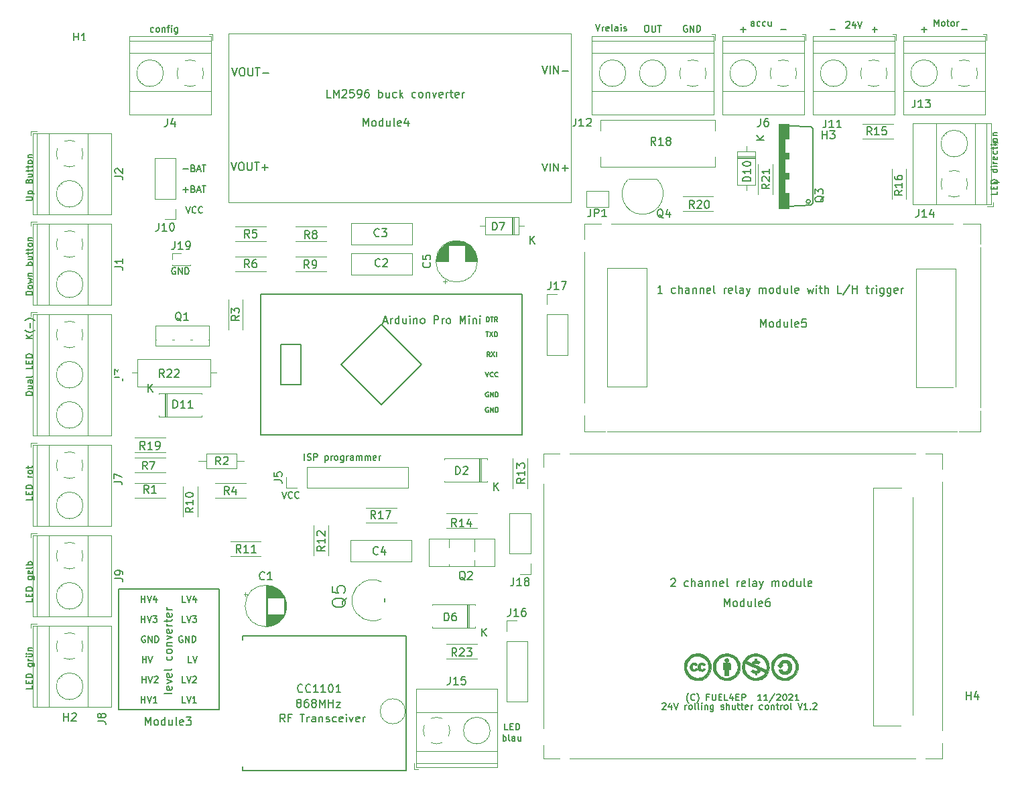
<source format=gbr>
G04 #@! TF.GenerationSoftware,KiCad,Pcbnew,5.1.12-84ad8e8a86~92~ubuntu18.04.1*
G04 #@! TF.CreationDate,2022-01-05T19:56:37+01:00*
G04 #@! TF.ProjectId,HM-LC-Bl1-FM_FUEL4EP_PCB,484d2d4c-432d-4426-9c31-2d464d5f4655,rev?*
G04 #@! TF.SameCoordinates,Original*
G04 #@! TF.FileFunction,Legend,Top*
G04 #@! TF.FilePolarity,Positive*
%FSLAX46Y46*%
G04 Gerber Fmt 4.6, Leading zero omitted, Abs format (unit mm)*
G04 Created by KiCad (PCBNEW 5.1.12-84ad8e8a86~92~ubuntu18.04.1) date 2022-01-05 19:56:37*
%MOMM*%
%LPD*%
G01*
G04 APERTURE LIST*
%ADD10C,0.152400*%
%ADD11C,0.120000*%
%ADD12C,0.150000*%
%ADD13C,0.127000*%
%ADD14C,0.100000*%
%ADD15C,0.010000*%
%ADD16R,1.000000X1.000000*%
%ADD17O,1.600000X1.600000*%
%ADD18C,1.600000*%
%ADD19C,3.200000*%
%ADD20R,3.500000X3.500000*%
%ADD21O,1.400000X1.400000*%
%ADD22C,1.400000*%
%ADD23C,3.000000*%
%ADD24C,1.350000*%
%ADD25R,1.800000X1.350000*%
%ADD26O,1.700000X1.700000*%
%ADD27R,1.700000X1.700000*%
%ADD28O,2.800000X2.800000*%
%ADD29C,2.800000*%
%ADD30O,2.200000X2.200000*%
%ADD31R,2.200000X2.200000*%
%ADD32R,1.600000X1.600000*%
%ADD33C,2.000000*%
%ADD34C,5.800000*%
%ADD35C,2.082800*%
%ADD36C,2.600000*%
%ADD37R,2.600000X2.600000*%
%ADD38C,5.700000*%
%ADD39C,2.200000*%
%ADD40C,2.500000*%
%ADD41R,1.000000X1.500000*%
%ADD42C,1.800000*%
%ADD43C,1.498600*%
%ADD44R,1.498600X1.498600*%
%ADD45C,3.500000*%
%ADD46O,3.251200X1.625600*%
%ADD47R,1.050000X1.500000*%
%ADD48O,1.050000X1.500000*%
%ADD49O,1.800000X1.800000*%
%ADD50R,1.800000X1.800000*%
%ADD51O,1.717500X1.800000*%
%ADD52R,1.717500X1.800000*%
G04 APERTURE END LIST*
D10*
X152767695Y10467219D02*
X152767695Y10080171D01*
X151954895Y10080171D01*
X152341942Y10738152D02*
X152341942Y11009085D01*
X152767695Y11125200D02*
X152767695Y10738152D01*
X151954895Y10738152D01*
X151954895Y11125200D01*
X152767695Y11473542D02*
X151954895Y11473542D01*
X151954895Y11667066D01*
X151993600Y11783180D01*
X152071009Y11860590D01*
X152148419Y11899295D01*
X152303238Y11938000D01*
X152419352Y11938000D01*
X152574171Y11899295D01*
X152651580Y11860590D01*
X152728990Y11783180D01*
X152767695Y11667066D01*
X152767695Y11473542D01*
X152767695Y13253961D02*
X151954895Y13253961D01*
X152728990Y13253961D02*
X152767695Y13176552D01*
X152767695Y13021733D01*
X152728990Y12944323D01*
X152690285Y12905619D01*
X152612876Y12866914D01*
X152380647Y12866914D01*
X152303238Y12905619D01*
X152264533Y12944323D01*
X152225828Y13021733D01*
X152225828Y13176552D01*
X152264533Y13253961D01*
X152767695Y13641009D02*
X152225828Y13641009D01*
X151954895Y13641009D02*
X151993600Y13602304D01*
X152032304Y13641009D01*
X151993600Y13679714D01*
X151954895Y13641009D01*
X152032304Y13641009D01*
X152767695Y14028057D02*
X152225828Y14028057D01*
X152380647Y14028057D02*
X152303238Y14066761D01*
X152264533Y14105466D01*
X152225828Y14182876D01*
X152225828Y14260285D01*
X152728990Y14840857D02*
X152767695Y14763447D01*
X152767695Y14608628D01*
X152728990Y14531219D01*
X152651580Y14492514D01*
X152341942Y14492514D01*
X152264533Y14531219D01*
X152225828Y14608628D01*
X152225828Y14763447D01*
X152264533Y14840857D01*
X152341942Y14879561D01*
X152419352Y14879561D01*
X152496761Y14492514D01*
X152728990Y15576247D02*
X152767695Y15498838D01*
X152767695Y15344019D01*
X152728990Y15266609D01*
X152690285Y15227904D01*
X152612876Y15189200D01*
X152380647Y15189200D01*
X152303238Y15227904D01*
X152264533Y15266609D01*
X152225828Y15344019D01*
X152225828Y15498838D01*
X152264533Y15576247D01*
X152225828Y15808476D02*
X152225828Y16118114D01*
X151954895Y15924590D02*
X152651580Y15924590D01*
X152728990Y15963295D01*
X152767695Y16040704D01*
X152767695Y16118114D01*
X152767695Y16389047D02*
X152225828Y16389047D01*
X151954895Y16389047D02*
X151993600Y16350342D01*
X152032304Y16389047D01*
X151993600Y16427752D01*
X151954895Y16389047D01*
X152032304Y16389047D01*
X152767695Y16892209D02*
X152728990Y16814800D01*
X152690285Y16776095D01*
X152612876Y16737390D01*
X152380647Y16737390D01*
X152303238Y16776095D01*
X152264533Y16814800D01*
X152225828Y16892209D01*
X152225828Y17008323D01*
X152264533Y17085733D01*
X152303238Y17124438D01*
X152380647Y17163142D01*
X152612876Y17163142D01*
X152690285Y17124438D01*
X152728990Y17085733D01*
X152767695Y17008323D01*
X152767695Y16892209D01*
X152225828Y17511485D02*
X152767695Y17511485D01*
X152303238Y17511485D02*
X152264533Y17550190D01*
X152225828Y17627600D01*
X152225828Y17743714D01*
X152264533Y17821123D01*
X152341942Y17859828D01*
X152767695Y17859828D01*
X144813866Y31382304D02*
X144813866Y32195104D01*
X145084800Y31614533D01*
X145355733Y32195104D01*
X145355733Y31382304D01*
X145858895Y31382304D02*
X145781485Y31421009D01*
X145742780Y31459714D01*
X145704076Y31537123D01*
X145704076Y31769352D01*
X145742780Y31846761D01*
X145781485Y31885466D01*
X145858895Y31924171D01*
X145975009Y31924171D01*
X146052419Y31885466D01*
X146091123Y31846761D01*
X146129828Y31769352D01*
X146129828Y31537123D01*
X146091123Y31459714D01*
X146052419Y31421009D01*
X145975009Y31382304D01*
X145858895Y31382304D01*
X146362057Y31924171D02*
X146671695Y31924171D01*
X146478171Y32195104D02*
X146478171Y31498419D01*
X146516876Y31421009D01*
X146594285Y31382304D01*
X146671695Y31382304D01*
X147058742Y31382304D02*
X146981333Y31421009D01*
X146942628Y31459714D01*
X146903923Y31537123D01*
X146903923Y31769352D01*
X146942628Y31846761D01*
X146981333Y31885466D01*
X147058742Y31924171D01*
X147174857Y31924171D01*
X147252266Y31885466D01*
X147290971Y31846761D01*
X147329676Y31769352D01*
X147329676Y31537123D01*
X147290971Y31459714D01*
X147252266Y31421009D01*
X147174857Y31382304D01*
X147058742Y31382304D01*
X147678019Y31382304D02*
X147678019Y31924171D01*
X147678019Y31769352D02*
X147716723Y31846761D01*
X147755428Y31885466D01*
X147832838Y31924171D01*
X147910247Y31924171D01*
X133652380Y31863695D02*
X133691085Y31902400D01*
X133768495Y31941104D01*
X133962019Y31941104D01*
X134039428Y31902400D01*
X134078133Y31863695D01*
X134116838Y31786285D01*
X134116838Y31708876D01*
X134078133Y31592761D01*
X133613676Y31128304D01*
X134116838Y31128304D01*
X134813523Y31670171D02*
X134813523Y31128304D01*
X134620000Y31979809D02*
X134426476Y31399238D01*
X134929638Y31399238D01*
X135123161Y31941104D02*
X135394095Y31128304D01*
X135665028Y31941104D01*
X122045790Y31382304D02*
X122045790Y31808057D01*
X122007085Y31885466D01*
X121929676Y31924171D01*
X121774857Y31924171D01*
X121697447Y31885466D01*
X122045790Y31421009D02*
X121968380Y31382304D01*
X121774857Y31382304D01*
X121697447Y31421009D01*
X121658742Y31498419D01*
X121658742Y31575828D01*
X121697447Y31653238D01*
X121774857Y31691942D01*
X121968380Y31691942D01*
X122045790Y31730647D01*
X122781180Y31421009D02*
X122703771Y31382304D01*
X122548952Y31382304D01*
X122471542Y31421009D01*
X122432838Y31459714D01*
X122394133Y31537123D01*
X122394133Y31769352D01*
X122432838Y31846761D01*
X122471542Y31885466D01*
X122548952Y31924171D01*
X122703771Y31924171D01*
X122781180Y31885466D01*
X123477866Y31421009D02*
X123400457Y31382304D01*
X123245638Y31382304D01*
X123168228Y31421009D01*
X123129523Y31459714D01*
X123090819Y31537123D01*
X123090819Y31769352D01*
X123129523Y31846761D01*
X123168228Y31885466D01*
X123245638Y31924171D01*
X123400457Y31924171D01*
X123477866Y31885466D01*
X124174552Y31924171D02*
X124174552Y31382304D01*
X123826209Y31924171D02*
X123826209Y31498419D01*
X123864914Y31421009D01*
X123942323Y31382304D01*
X124058438Y31382304D01*
X124135847Y31421009D01*
X124174552Y31459714D01*
X46162685Y30659009D02*
X46085276Y30620304D01*
X45930457Y30620304D01*
X45853047Y30659009D01*
X45814342Y30697714D01*
X45775638Y30775123D01*
X45775638Y31007352D01*
X45814342Y31084761D01*
X45853047Y31123466D01*
X45930457Y31162171D01*
X46085276Y31162171D01*
X46162685Y31123466D01*
X46627142Y30620304D02*
X46549733Y30659009D01*
X46511028Y30697714D01*
X46472323Y30775123D01*
X46472323Y31007352D01*
X46511028Y31084761D01*
X46549733Y31123466D01*
X46627142Y31162171D01*
X46743257Y31162171D01*
X46820666Y31123466D01*
X46859371Y31084761D01*
X46898076Y31007352D01*
X46898076Y30775123D01*
X46859371Y30697714D01*
X46820666Y30659009D01*
X46743257Y30620304D01*
X46627142Y30620304D01*
X47246419Y31162171D02*
X47246419Y30620304D01*
X47246419Y31084761D02*
X47285123Y31123466D01*
X47362533Y31162171D01*
X47478647Y31162171D01*
X47556057Y31123466D01*
X47594761Y31046057D01*
X47594761Y30620304D01*
X47865695Y31162171D02*
X48175333Y31162171D01*
X47981809Y30620304D02*
X47981809Y31316990D01*
X48020514Y31394400D01*
X48097923Y31433104D01*
X48175333Y31433104D01*
X48446266Y30620304D02*
X48446266Y31162171D01*
X48446266Y31433104D02*
X48407561Y31394400D01*
X48446266Y31355695D01*
X48484971Y31394400D01*
X48446266Y31433104D01*
X48446266Y31355695D01*
X49181657Y31162171D02*
X49181657Y30504190D01*
X49142952Y30426780D01*
X49104247Y30388076D01*
X49026838Y30349371D01*
X48910723Y30349371D01*
X48833314Y30388076D01*
X49181657Y30659009D02*
X49104247Y30620304D01*
X48949428Y30620304D01*
X48872019Y30659009D01*
X48833314Y30697714D01*
X48794609Y30775123D01*
X48794609Y31007352D01*
X48833314Y31084761D01*
X48872019Y31123466D01*
X48949428Y31162171D01*
X49104247Y31162171D01*
X49181657Y31123466D01*
X30034895Y9308495D02*
X30692876Y9308495D01*
X30770285Y9347200D01*
X30808990Y9385904D01*
X30847695Y9463314D01*
X30847695Y9618133D01*
X30808990Y9695542D01*
X30770285Y9734247D01*
X30692876Y9772952D01*
X30034895Y9772952D01*
X30305828Y10160000D02*
X31118628Y10160000D01*
X30344533Y10160000D02*
X30305828Y10237409D01*
X30305828Y10392228D01*
X30344533Y10469638D01*
X30383238Y10508342D01*
X30460647Y10547047D01*
X30692876Y10547047D01*
X30770285Y10508342D01*
X30808990Y10469638D01*
X30847695Y10392228D01*
X30847695Y10237409D01*
X30808990Y10160000D01*
X30421942Y11785600D02*
X30460647Y11901714D01*
X30499352Y11940419D01*
X30576761Y11979123D01*
X30692876Y11979123D01*
X30770285Y11940419D01*
X30808990Y11901714D01*
X30847695Y11824304D01*
X30847695Y11514666D01*
X30034895Y11514666D01*
X30034895Y11785600D01*
X30073600Y11863009D01*
X30112304Y11901714D01*
X30189714Y11940419D01*
X30267123Y11940419D01*
X30344533Y11901714D01*
X30383238Y11863009D01*
X30421942Y11785600D01*
X30421942Y11514666D01*
X30305828Y12675809D02*
X30847695Y12675809D01*
X30305828Y12327466D02*
X30731580Y12327466D01*
X30808990Y12366171D01*
X30847695Y12443580D01*
X30847695Y12559695D01*
X30808990Y12637104D01*
X30770285Y12675809D01*
X30305828Y12946742D02*
X30305828Y13256380D01*
X30034895Y13062857D02*
X30731580Y13062857D01*
X30808990Y13101561D01*
X30847695Y13178971D01*
X30847695Y13256380D01*
X30305828Y13411200D02*
X30305828Y13720838D01*
X30034895Y13527314D02*
X30731580Y13527314D01*
X30808990Y13566019D01*
X30847695Y13643428D01*
X30847695Y13720838D01*
X30847695Y14107885D02*
X30808990Y14030476D01*
X30770285Y13991771D01*
X30692876Y13953066D01*
X30460647Y13953066D01*
X30383238Y13991771D01*
X30344533Y14030476D01*
X30305828Y14107885D01*
X30305828Y14224000D01*
X30344533Y14301409D01*
X30383238Y14340114D01*
X30460647Y14378819D01*
X30692876Y14378819D01*
X30770285Y14340114D01*
X30808990Y14301409D01*
X30847695Y14224000D01*
X30847695Y14107885D01*
X30305828Y14727161D02*
X30847695Y14727161D01*
X30383238Y14727161D02*
X30344533Y14765866D01*
X30305828Y14843276D01*
X30305828Y14959390D01*
X30344533Y15036800D01*
X30421942Y15075504D01*
X30847695Y15075504D01*
X30847695Y-2602895D02*
X30034895Y-2602895D01*
X30034895Y-2409371D01*
X30073600Y-2293257D01*
X30151009Y-2215847D01*
X30228419Y-2177142D01*
X30383238Y-2138438D01*
X30499352Y-2138438D01*
X30654171Y-2177142D01*
X30731580Y-2215847D01*
X30808990Y-2293257D01*
X30847695Y-2409371D01*
X30847695Y-2602895D01*
X30847695Y-1673980D02*
X30808990Y-1751390D01*
X30770285Y-1790095D01*
X30692876Y-1828800D01*
X30460647Y-1828800D01*
X30383238Y-1790095D01*
X30344533Y-1751390D01*
X30305828Y-1673980D01*
X30305828Y-1557866D01*
X30344533Y-1480457D01*
X30383238Y-1441752D01*
X30460647Y-1403047D01*
X30692876Y-1403047D01*
X30770285Y-1441752D01*
X30808990Y-1480457D01*
X30847695Y-1557866D01*
X30847695Y-1673980D01*
X30305828Y-1132114D02*
X30847695Y-977295D01*
X30460647Y-822476D01*
X30847695Y-667657D01*
X30305828Y-512838D01*
X30305828Y-203200D02*
X30847695Y-203200D01*
X30383238Y-203200D02*
X30344533Y-164495D01*
X30305828Y-87085D01*
X30305828Y29028D01*
X30344533Y106438D01*
X30421942Y145142D01*
X30847695Y145142D01*
X30847695Y1151466D02*
X30034895Y1151466D01*
X30344533Y1151466D02*
X30305828Y1228876D01*
X30305828Y1383695D01*
X30344533Y1461104D01*
X30383238Y1499809D01*
X30460647Y1538514D01*
X30692876Y1538514D01*
X30770285Y1499809D01*
X30808990Y1461104D01*
X30847695Y1383695D01*
X30847695Y1228876D01*
X30808990Y1151466D01*
X30305828Y2235200D02*
X30847695Y2235200D01*
X30305828Y1886857D02*
X30731580Y1886857D01*
X30808990Y1925561D01*
X30847695Y2002971D01*
X30847695Y2119085D01*
X30808990Y2196495D01*
X30770285Y2235200D01*
X30305828Y2506133D02*
X30305828Y2815771D01*
X30034895Y2622247D02*
X30731580Y2622247D01*
X30808990Y2660952D01*
X30847695Y2738361D01*
X30847695Y2815771D01*
X30305828Y2970590D02*
X30305828Y3280228D01*
X30034895Y3086704D02*
X30731580Y3086704D01*
X30808990Y3125409D01*
X30847695Y3202819D01*
X30847695Y3280228D01*
X30847695Y3667276D02*
X30808990Y3589866D01*
X30770285Y3551161D01*
X30692876Y3512457D01*
X30460647Y3512457D01*
X30383238Y3551161D01*
X30344533Y3589866D01*
X30305828Y3667276D01*
X30305828Y3783390D01*
X30344533Y3860800D01*
X30383238Y3899504D01*
X30460647Y3938209D01*
X30692876Y3938209D01*
X30770285Y3899504D01*
X30808990Y3860800D01*
X30847695Y3783390D01*
X30847695Y3667276D01*
X30305828Y4286552D02*
X30847695Y4286552D01*
X30383238Y4286552D02*
X30344533Y4325257D01*
X30305828Y4402666D01*
X30305828Y4518780D01*
X30344533Y4596190D01*
X30421942Y4634895D01*
X30847695Y4634895D01*
X30847695Y-8115904D02*
X30034895Y-8115904D01*
X30847695Y-7651447D02*
X30383238Y-7999790D01*
X30034895Y-7651447D02*
X30499352Y-8115904D01*
X31157333Y-7070876D02*
X31118628Y-7109580D01*
X31002514Y-7186990D01*
X30925104Y-7225695D01*
X30808990Y-7264400D01*
X30615466Y-7303104D01*
X30460647Y-7303104D01*
X30267123Y-7264400D01*
X30151009Y-7225695D01*
X30073600Y-7186990D01*
X29957485Y-7109580D01*
X29918780Y-7070876D01*
X30538057Y-6761238D02*
X30538057Y-6141961D01*
X31157333Y-5832323D02*
X31118628Y-5793619D01*
X31002514Y-5716209D01*
X30925104Y-5677504D01*
X30808990Y-5638800D01*
X30615466Y-5600095D01*
X30460647Y-5600095D01*
X30267123Y-5638800D01*
X30151009Y-5677504D01*
X30073600Y-5716209D01*
X29957485Y-5793619D01*
X29918780Y-5832323D01*
X30847695Y-15273866D02*
X30034895Y-15273866D01*
X30034895Y-15080342D01*
X30073600Y-14964228D01*
X30151009Y-14886819D01*
X30228419Y-14848114D01*
X30383238Y-14809409D01*
X30499352Y-14809409D01*
X30654171Y-14848114D01*
X30731580Y-14886819D01*
X30808990Y-14964228D01*
X30847695Y-15080342D01*
X30847695Y-15273866D01*
X30305828Y-14112723D02*
X30847695Y-14112723D01*
X30305828Y-14461066D02*
X30731580Y-14461066D01*
X30808990Y-14422361D01*
X30847695Y-14344952D01*
X30847695Y-14228838D01*
X30808990Y-14151428D01*
X30770285Y-14112723D01*
X30847695Y-13377333D02*
X30421942Y-13377333D01*
X30344533Y-13416038D01*
X30305828Y-13493447D01*
X30305828Y-13648266D01*
X30344533Y-13725676D01*
X30808990Y-13377333D02*
X30847695Y-13454742D01*
X30847695Y-13648266D01*
X30808990Y-13725676D01*
X30731580Y-13764380D01*
X30654171Y-13764380D01*
X30576761Y-13725676D01*
X30538057Y-13648266D01*
X30538057Y-13454742D01*
X30499352Y-13377333D01*
X30847695Y-12874171D02*
X30808990Y-12951580D01*
X30731580Y-12990285D01*
X30034895Y-12990285D01*
X30847695Y-11558209D02*
X30847695Y-11945257D01*
X30034895Y-11945257D01*
X30421942Y-11287276D02*
X30421942Y-11016342D01*
X30847695Y-10900228D02*
X30847695Y-11287276D01*
X30034895Y-11287276D01*
X30034895Y-10900228D01*
X30847695Y-10551885D02*
X30034895Y-10551885D01*
X30034895Y-10358361D01*
X30073600Y-10242247D01*
X30151009Y-10164838D01*
X30228419Y-10126133D01*
X30383238Y-10087428D01*
X30499352Y-10087428D01*
X30654171Y-10126133D01*
X30731580Y-10164838D01*
X30808990Y-10242247D01*
X30847695Y-10358361D01*
X30847695Y-10551885D01*
X30847695Y-28099657D02*
X30847695Y-28486704D01*
X30034895Y-28486704D01*
X30421942Y-27828723D02*
X30421942Y-27557790D01*
X30847695Y-27441676D02*
X30847695Y-27828723D01*
X30034895Y-27828723D01*
X30034895Y-27441676D01*
X30847695Y-27093333D02*
X30034895Y-27093333D01*
X30034895Y-26899809D01*
X30073600Y-26783695D01*
X30151009Y-26706285D01*
X30228419Y-26667580D01*
X30383238Y-26628876D01*
X30499352Y-26628876D01*
X30654171Y-26667580D01*
X30731580Y-26706285D01*
X30808990Y-26783695D01*
X30847695Y-26899809D01*
X30847695Y-27093333D01*
X30847695Y-25661257D02*
X30305828Y-25661257D01*
X30460647Y-25661257D02*
X30383238Y-25622552D01*
X30344533Y-25583847D01*
X30305828Y-25506438D01*
X30305828Y-25429028D01*
X30847695Y-25041980D02*
X30808990Y-25119390D01*
X30770285Y-25158095D01*
X30692876Y-25196800D01*
X30460647Y-25196800D01*
X30383238Y-25158095D01*
X30344533Y-25119390D01*
X30305828Y-25041980D01*
X30305828Y-24925866D01*
X30344533Y-24848457D01*
X30383238Y-24809752D01*
X30460647Y-24771047D01*
X30692876Y-24771047D01*
X30770285Y-24809752D01*
X30808990Y-24848457D01*
X30847695Y-24925866D01*
X30847695Y-25041980D01*
X30305828Y-24538819D02*
X30305828Y-24229180D01*
X30034895Y-24422704D02*
X30731580Y-24422704D01*
X30808990Y-24384000D01*
X30847695Y-24306590D01*
X30847695Y-24229180D01*
X30847695Y-40990761D02*
X30847695Y-41377809D01*
X30034895Y-41377809D01*
X30421942Y-40719828D02*
X30421942Y-40448895D01*
X30847695Y-40332780D02*
X30847695Y-40719828D01*
X30034895Y-40719828D01*
X30034895Y-40332780D01*
X30847695Y-39984438D02*
X30034895Y-39984438D01*
X30034895Y-39790914D01*
X30073600Y-39674800D01*
X30151009Y-39597390D01*
X30228419Y-39558685D01*
X30383238Y-39519980D01*
X30499352Y-39519980D01*
X30654171Y-39558685D01*
X30731580Y-39597390D01*
X30808990Y-39674800D01*
X30847695Y-39790914D01*
X30847695Y-39984438D01*
X30305828Y-38204019D02*
X30963809Y-38204019D01*
X31041219Y-38242723D01*
X31079923Y-38281428D01*
X31118628Y-38358838D01*
X31118628Y-38474952D01*
X31079923Y-38552361D01*
X30808990Y-38204019D02*
X30847695Y-38281428D01*
X30847695Y-38436247D01*
X30808990Y-38513657D01*
X30770285Y-38552361D01*
X30692876Y-38591066D01*
X30460647Y-38591066D01*
X30383238Y-38552361D01*
X30344533Y-38513657D01*
X30305828Y-38436247D01*
X30305828Y-38281428D01*
X30344533Y-38204019D01*
X30808990Y-37507333D02*
X30847695Y-37584742D01*
X30847695Y-37739561D01*
X30808990Y-37816971D01*
X30731580Y-37855676D01*
X30421942Y-37855676D01*
X30344533Y-37816971D01*
X30305828Y-37739561D01*
X30305828Y-37584742D01*
X30344533Y-37507333D01*
X30421942Y-37468628D01*
X30499352Y-37468628D01*
X30576761Y-37855676D01*
X30847695Y-37004171D02*
X30808990Y-37081580D01*
X30731580Y-37120285D01*
X30034895Y-37120285D01*
X30847695Y-36694533D02*
X30034895Y-36694533D01*
X30344533Y-36694533D02*
X30305828Y-36617123D01*
X30305828Y-36462304D01*
X30344533Y-36384895D01*
X30383238Y-36346190D01*
X30460647Y-36307485D01*
X30692876Y-36307485D01*
X30770285Y-36346190D01*
X30808990Y-36384895D01*
X30847695Y-36462304D01*
X30847695Y-36617123D01*
X30808990Y-36694533D01*
X30847695Y-51970819D02*
X30847695Y-52357866D01*
X30034895Y-52357866D01*
X30421942Y-51699885D02*
X30421942Y-51428952D01*
X30847695Y-51312838D02*
X30847695Y-51699885D01*
X30034895Y-51699885D01*
X30034895Y-51312838D01*
X30847695Y-50964495D02*
X30034895Y-50964495D01*
X30034895Y-50770971D01*
X30073600Y-50654857D01*
X30151009Y-50577447D01*
X30228419Y-50538742D01*
X30383238Y-50500038D01*
X30499352Y-50500038D01*
X30654171Y-50538742D01*
X30731580Y-50577447D01*
X30808990Y-50654857D01*
X30847695Y-50770971D01*
X30847695Y-50964495D01*
X30305828Y-49184076D02*
X30963809Y-49184076D01*
X31041219Y-49222780D01*
X31079923Y-49261485D01*
X31118628Y-49338895D01*
X31118628Y-49455009D01*
X31079923Y-49532419D01*
X30808990Y-49184076D02*
X30847695Y-49261485D01*
X30847695Y-49416304D01*
X30808990Y-49493714D01*
X30770285Y-49532419D01*
X30692876Y-49571123D01*
X30460647Y-49571123D01*
X30383238Y-49532419D01*
X30344533Y-49493714D01*
X30305828Y-49416304D01*
X30305828Y-49261485D01*
X30344533Y-49184076D01*
X30847695Y-48797028D02*
X30305828Y-48797028D01*
X30460647Y-48797028D02*
X30383238Y-48758323D01*
X30344533Y-48719619D01*
X30305828Y-48642209D01*
X30305828Y-48564800D01*
X30305828Y-47945523D02*
X30847695Y-47945523D01*
X30305828Y-48293866D02*
X30731580Y-48293866D01*
X30808990Y-48255161D01*
X30847695Y-48177752D01*
X30847695Y-48061638D01*
X30808990Y-47984228D01*
X30770285Y-47945523D01*
X30034895Y-48255161D02*
X30073600Y-48216457D01*
X30112304Y-48255161D01*
X30073600Y-48293866D01*
X30034895Y-48255161D01*
X30112304Y-48255161D01*
X30034895Y-47945523D02*
X30073600Y-47906819D01*
X30112304Y-47945523D01*
X30073600Y-47984228D01*
X30034895Y-47945523D01*
X30112304Y-47945523D01*
X30305828Y-47558476D02*
X30847695Y-47558476D01*
X30383238Y-47558476D02*
X30344533Y-47519771D01*
X30305828Y-47442361D01*
X30305828Y-47326247D01*
X30344533Y-47248838D01*
X30421942Y-47210133D01*
X30847695Y-47210133D01*
X90917485Y-57593895D02*
X90530438Y-57593895D01*
X90530438Y-56781095D01*
X91188419Y-57168142D02*
X91459352Y-57168142D01*
X91575466Y-57593895D02*
X91188419Y-57593895D01*
X91188419Y-56781095D01*
X91575466Y-56781095D01*
X91923809Y-57593895D02*
X91923809Y-56781095D01*
X92117333Y-56781095D01*
X92233447Y-56819800D01*
X92310857Y-56897209D01*
X92349561Y-56974619D01*
X92388266Y-57129438D01*
X92388266Y-57245552D01*
X92349561Y-57400371D01*
X92310857Y-57477780D01*
X92233447Y-57555190D01*
X92117333Y-57593895D01*
X91923809Y-57593895D01*
X90317561Y-58965495D02*
X90317561Y-58152695D01*
X90317561Y-58462333D02*
X90394971Y-58423628D01*
X90549790Y-58423628D01*
X90627200Y-58462333D01*
X90665904Y-58501038D01*
X90704609Y-58578447D01*
X90704609Y-58810676D01*
X90665904Y-58888085D01*
X90627200Y-58926790D01*
X90549790Y-58965495D01*
X90394971Y-58965495D01*
X90317561Y-58926790D01*
X91169066Y-58965495D02*
X91091657Y-58926790D01*
X91052952Y-58849380D01*
X91052952Y-58152695D01*
X91827047Y-58965495D02*
X91827047Y-58539742D01*
X91788342Y-58462333D01*
X91710933Y-58423628D01*
X91556114Y-58423628D01*
X91478704Y-58462333D01*
X91827047Y-58926790D02*
X91749638Y-58965495D01*
X91556114Y-58965495D01*
X91478704Y-58926790D01*
X91440000Y-58849380D01*
X91440000Y-58771971D01*
X91478704Y-58694561D01*
X91556114Y-58655857D01*
X91749638Y-58655857D01*
X91827047Y-58617152D01*
X92562438Y-58423628D02*
X92562438Y-58965495D01*
X92214095Y-58423628D02*
X92214095Y-58849380D01*
X92252800Y-58926790D01*
X92330209Y-58965495D01*
X92446323Y-58965495D01*
X92523733Y-58926790D01*
X92562438Y-58888085D01*
X62416266Y-27494895D02*
X62687200Y-28307695D01*
X62958133Y-27494895D01*
X63693523Y-28230285D02*
X63654819Y-28268990D01*
X63538704Y-28307695D01*
X63461295Y-28307695D01*
X63345180Y-28268990D01*
X63267771Y-28191580D01*
X63229066Y-28114171D01*
X63190361Y-27959352D01*
X63190361Y-27843238D01*
X63229066Y-27688419D01*
X63267771Y-27611009D01*
X63345180Y-27533600D01*
X63461295Y-27494895D01*
X63538704Y-27494895D01*
X63654819Y-27533600D01*
X63693523Y-27572304D01*
X64506323Y-28230285D02*
X64467619Y-28268990D01*
X64351504Y-28307695D01*
X64274095Y-28307695D01*
X64157980Y-28268990D01*
X64080571Y-28191580D01*
X64041866Y-28114171D01*
X64003161Y-27959352D01*
X64003161Y-27843238D01*
X64041866Y-27688419D01*
X64080571Y-27611009D01*
X64157980Y-27533600D01*
X64274095Y-27494895D01*
X64351504Y-27494895D01*
X64467619Y-27533600D01*
X64506323Y-27572304D01*
X48910723Y787400D02*
X48833314Y826104D01*
X48717200Y826104D01*
X48601085Y787400D01*
X48523676Y709990D01*
X48484971Y632580D01*
X48446266Y477761D01*
X48446266Y361647D01*
X48484971Y206828D01*
X48523676Y129419D01*
X48601085Y52009D01*
X48717200Y13304D01*
X48794609Y13304D01*
X48910723Y52009D01*
X48949428Y90714D01*
X48949428Y361647D01*
X48794609Y361647D01*
X49297771Y13304D02*
X49297771Y826104D01*
X49762228Y13304D01*
X49762228Y826104D01*
X50149276Y13304D02*
X50149276Y826104D01*
X50342800Y826104D01*
X50458914Y787400D01*
X50536323Y709990D01*
X50575028Y632580D01*
X50613733Y477761D01*
X50613733Y361647D01*
X50575028Y206828D01*
X50536323Y129419D01*
X50458914Y52009D01*
X50342800Y13304D01*
X50149276Y13304D01*
X108407200Y31433104D02*
X108562019Y31433104D01*
X108639428Y31394400D01*
X108716838Y31316990D01*
X108755542Y31162171D01*
X108755542Y30891238D01*
X108716838Y30736419D01*
X108639428Y30659009D01*
X108562019Y30620304D01*
X108407200Y30620304D01*
X108329790Y30659009D01*
X108252380Y30736419D01*
X108213676Y30891238D01*
X108213676Y31162171D01*
X108252380Y31316990D01*
X108329790Y31394400D01*
X108407200Y31433104D01*
X109103885Y31433104D02*
X109103885Y30775123D01*
X109142590Y30697714D01*
X109181295Y30659009D01*
X109258704Y30620304D01*
X109413523Y30620304D01*
X109490933Y30659009D01*
X109529638Y30697714D01*
X109568342Y30775123D01*
X109568342Y31433104D01*
X109839276Y31433104D02*
X110303733Y31433104D01*
X110071504Y30620304D02*
X110071504Y31433104D01*
X102039057Y31560104D02*
X102309990Y30747304D01*
X102580923Y31560104D01*
X102851857Y30747304D02*
X102851857Y31289171D01*
X102851857Y31134352D02*
X102890561Y31211761D01*
X102929266Y31250466D01*
X103006676Y31289171D01*
X103084085Y31289171D01*
X103664657Y30786009D02*
X103587247Y30747304D01*
X103432428Y30747304D01*
X103355019Y30786009D01*
X103316314Y30863419D01*
X103316314Y31173057D01*
X103355019Y31250466D01*
X103432428Y31289171D01*
X103587247Y31289171D01*
X103664657Y31250466D01*
X103703361Y31173057D01*
X103703361Y31095647D01*
X103316314Y31018238D01*
X104167819Y30747304D02*
X104090409Y30786009D01*
X104051704Y30863419D01*
X104051704Y31560104D01*
X104825800Y30747304D02*
X104825800Y31173057D01*
X104787095Y31250466D01*
X104709685Y31289171D01*
X104554866Y31289171D01*
X104477457Y31250466D01*
X104825800Y30786009D02*
X104748390Y30747304D01*
X104554866Y30747304D01*
X104477457Y30786009D01*
X104438752Y30863419D01*
X104438752Y30940828D01*
X104477457Y31018238D01*
X104554866Y31056942D01*
X104748390Y31056942D01*
X104825800Y31095647D01*
X105212847Y30747304D02*
X105212847Y31289171D01*
X105212847Y31560104D02*
X105174142Y31521400D01*
X105212847Y31482695D01*
X105251552Y31521400D01*
X105212847Y31560104D01*
X105212847Y31482695D01*
X105561190Y30786009D02*
X105638600Y30747304D01*
X105793419Y30747304D01*
X105870828Y30786009D01*
X105909533Y30863419D01*
X105909533Y30902123D01*
X105870828Y30979533D01*
X105793419Y31018238D01*
X105677304Y31018238D01*
X105599895Y31056942D01*
X105561190Y31134352D01*
X105561190Y31173057D01*
X105599895Y31250466D01*
X105677304Y31289171D01*
X105793419Y31289171D01*
X105870828Y31250466D01*
X113553723Y31394400D02*
X113476314Y31433104D01*
X113360200Y31433104D01*
X113244085Y31394400D01*
X113166676Y31316990D01*
X113127971Y31239580D01*
X113089266Y31084761D01*
X113089266Y30968647D01*
X113127971Y30813828D01*
X113166676Y30736419D01*
X113244085Y30659009D01*
X113360200Y30620304D01*
X113437609Y30620304D01*
X113553723Y30659009D01*
X113592428Y30697714D01*
X113592428Y30968647D01*
X113437609Y30968647D01*
X113940771Y30620304D02*
X113940771Y31433104D01*
X114405228Y30620304D01*
X114405228Y31433104D01*
X114792276Y30620304D02*
X114792276Y31433104D01*
X114985800Y31433104D01*
X115101914Y31394400D01*
X115179323Y31316990D01*
X115218028Y31239580D01*
X115256733Y31084761D01*
X115256733Y30968647D01*
X115218028Y30813828D01*
X115179323Y30736419D01*
X115101914Y30659009D01*
X114985800Y30620304D01*
X114792276Y30620304D01*
X152217361Y16578942D02*
X152836638Y16578942D01*
X152527000Y16269304D02*
X152527000Y16888580D01*
X152344361Y11625942D02*
X152963638Y11625942D01*
X148280361Y30929942D02*
X148899638Y30929942D01*
X143200361Y30929942D02*
X143819638Y30929942D01*
X143510000Y30620304D02*
X143510000Y31239580D01*
X125420361Y30929942D02*
X126039638Y30929942D01*
X120340361Y30929942D02*
X120959638Y30929942D01*
X120650000Y30620304D02*
X120650000Y31239580D01*
X136977361Y30929942D02*
X137596638Y30929942D01*
X137287000Y30620304D02*
X137287000Y31239580D01*
X131643361Y30929942D02*
X132262638Y30929942D01*
X65241714Y-23507095D02*
X65241714Y-22694295D01*
X65590057Y-23468390D02*
X65706171Y-23507095D01*
X65899695Y-23507095D01*
X65977104Y-23468390D01*
X66015809Y-23429685D01*
X66054514Y-23352276D01*
X66054514Y-23274866D01*
X66015809Y-23197457D01*
X65977104Y-23158752D01*
X65899695Y-23120047D01*
X65744876Y-23081342D01*
X65667466Y-23042638D01*
X65628761Y-23003933D01*
X65590057Y-22926523D01*
X65590057Y-22849114D01*
X65628761Y-22771704D01*
X65667466Y-22733000D01*
X65744876Y-22694295D01*
X65938400Y-22694295D01*
X66054514Y-22733000D01*
X66402857Y-23507095D02*
X66402857Y-22694295D01*
X66712495Y-22694295D01*
X66789904Y-22733000D01*
X66828609Y-22771704D01*
X66867314Y-22849114D01*
X66867314Y-22965228D01*
X66828609Y-23042638D01*
X66789904Y-23081342D01*
X66712495Y-23120047D01*
X66402857Y-23120047D01*
X67834933Y-22965228D02*
X67834933Y-23778028D01*
X67834933Y-23003933D02*
X67912342Y-22965228D01*
X68067161Y-22965228D01*
X68144571Y-23003933D01*
X68183276Y-23042638D01*
X68221980Y-23120047D01*
X68221980Y-23352276D01*
X68183276Y-23429685D01*
X68144571Y-23468390D01*
X68067161Y-23507095D01*
X67912342Y-23507095D01*
X67834933Y-23468390D01*
X68570323Y-23507095D02*
X68570323Y-22965228D01*
X68570323Y-23120047D02*
X68609028Y-23042638D01*
X68647733Y-23003933D01*
X68725142Y-22965228D01*
X68802552Y-22965228D01*
X69189600Y-23507095D02*
X69112190Y-23468390D01*
X69073485Y-23429685D01*
X69034780Y-23352276D01*
X69034780Y-23120047D01*
X69073485Y-23042638D01*
X69112190Y-23003933D01*
X69189600Y-22965228D01*
X69305714Y-22965228D01*
X69383123Y-23003933D01*
X69421828Y-23042638D01*
X69460533Y-23120047D01*
X69460533Y-23352276D01*
X69421828Y-23429685D01*
X69383123Y-23468390D01*
X69305714Y-23507095D01*
X69189600Y-23507095D01*
X70157219Y-22965228D02*
X70157219Y-23623209D01*
X70118514Y-23700619D01*
X70079809Y-23739323D01*
X70002400Y-23778028D01*
X69886285Y-23778028D01*
X69808876Y-23739323D01*
X70157219Y-23468390D02*
X70079809Y-23507095D01*
X69924990Y-23507095D01*
X69847580Y-23468390D01*
X69808876Y-23429685D01*
X69770171Y-23352276D01*
X69770171Y-23120047D01*
X69808876Y-23042638D01*
X69847580Y-23003933D01*
X69924990Y-22965228D01*
X70079809Y-22965228D01*
X70157219Y-23003933D01*
X70544266Y-23507095D02*
X70544266Y-22965228D01*
X70544266Y-23120047D02*
X70582971Y-23042638D01*
X70621676Y-23003933D01*
X70699085Y-22965228D01*
X70776495Y-22965228D01*
X71395771Y-23507095D02*
X71395771Y-23081342D01*
X71357066Y-23003933D01*
X71279657Y-22965228D01*
X71124838Y-22965228D01*
X71047428Y-23003933D01*
X71395771Y-23468390D02*
X71318361Y-23507095D01*
X71124838Y-23507095D01*
X71047428Y-23468390D01*
X71008723Y-23390980D01*
X71008723Y-23313571D01*
X71047428Y-23236161D01*
X71124838Y-23197457D01*
X71318361Y-23197457D01*
X71395771Y-23158752D01*
X71782819Y-23507095D02*
X71782819Y-22965228D01*
X71782819Y-23042638D02*
X71821523Y-23003933D01*
X71898933Y-22965228D01*
X72015047Y-22965228D01*
X72092457Y-23003933D01*
X72131161Y-23081342D01*
X72131161Y-23507095D01*
X72131161Y-23081342D02*
X72169866Y-23003933D01*
X72247276Y-22965228D01*
X72363390Y-22965228D01*
X72440800Y-23003933D01*
X72479504Y-23081342D01*
X72479504Y-23507095D01*
X72866552Y-23507095D02*
X72866552Y-22965228D01*
X72866552Y-23042638D02*
X72905257Y-23003933D01*
X72982666Y-22965228D01*
X73098780Y-22965228D01*
X73176190Y-23003933D01*
X73214895Y-23081342D01*
X73214895Y-23507095D01*
X73214895Y-23081342D02*
X73253600Y-23003933D01*
X73331009Y-22965228D01*
X73447123Y-22965228D01*
X73524533Y-23003933D01*
X73563238Y-23081342D01*
X73563238Y-23507095D01*
X74259923Y-23468390D02*
X74182514Y-23507095D01*
X74027695Y-23507095D01*
X73950285Y-23468390D01*
X73911580Y-23390980D01*
X73911580Y-23081342D01*
X73950285Y-23003933D01*
X74027695Y-22965228D01*
X74182514Y-22965228D01*
X74259923Y-23003933D01*
X74298628Y-23081342D01*
X74298628Y-23158752D01*
X73911580Y-23236161D01*
X74646971Y-23507095D02*
X74646971Y-22965228D01*
X74646971Y-23120047D02*
X74685676Y-23042638D01*
X74724380Y-23003933D01*
X74801790Y-22965228D01*
X74879200Y-22965228D01*
X50249666Y8547704D02*
X50520600Y7734904D01*
X50791533Y8547704D01*
X51526923Y7812314D02*
X51488219Y7773609D01*
X51372104Y7734904D01*
X51294695Y7734904D01*
X51178580Y7773609D01*
X51101171Y7851019D01*
X51062466Y7928428D01*
X51023761Y8083247D01*
X51023761Y8199361D01*
X51062466Y8354180D01*
X51101171Y8431590D01*
X51178580Y8509000D01*
X51294695Y8547704D01*
X51372104Y8547704D01*
X51488219Y8509000D01*
X51526923Y8470295D01*
X52339723Y7812314D02*
X52301019Y7773609D01*
X52184904Y7734904D01*
X52107495Y7734904D01*
X51991380Y7773609D01*
X51913971Y7851019D01*
X51875266Y7928428D01*
X51836561Y8083247D01*
X51836561Y8199361D01*
X51875266Y8354180D01*
X51913971Y8431590D01*
X51991380Y8509000D01*
X52107495Y8547704D01*
X52184904Y8547704D01*
X52301019Y8509000D01*
X52339723Y8470295D01*
X49908580Y10686142D02*
X50527857Y10686142D01*
X50218219Y10376504D02*
X50218219Y10995780D01*
X51185838Y10802257D02*
X51301952Y10763552D01*
X51340657Y10724847D01*
X51379361Y10647438D01*
X51379361Y10531323D01*
X51340657Y10453914D01*
X51301952Y10415209D01*
X51224542Y10376504D01*
X50914904Y10376504D01*
X50914904Y11189304D01*
X51185838Y11189304D01*
X51263247Y11150600D01*
X51301952Y11111895D01*
X51340657Y11034485D01*
X51340657Y10957076D01*
X51301952Y10879666D01*
X51263247Y10840961D01*
X51185838Y10802257D01*
X50914904Y10802257D01*
X51689000Y10608733D02*
X52076047Y10608733D01*
X51611590Y10376504D02*
X51882523Y11189304D01*
X52153457Y10376504D01*
X52308276Y11189304D02*
X52772733Y11189304D01*
X52540504Y10376504D02*
X52540504Y11189304D01*
X49908580Y13276942D02*
X50527857Y13276942D01*
X51185838Y13393057D02*
X51301952Y13354352D01*
X51340657Y13315647D01*
X51379361Y13238238D01*
X51379361Y13122123D01*
X51340657Y13044714D01*
X51301952Y13006009D01*
X51224542Y12967304D01*
X50914904Y12967304D01*
X50914904Y13780104D01*
X51185838Y13780104D01*
X51263247Y13741400D01*
X51301952Y13702695D01*
X51340657Y13625285D01*
X51340657Y13547876D01*
X51301952Y13470466D01*
X51263247Y13431761D01*
X51185838Y13393057D01*
X50914904Y13393057D01*
X51689000Y13199533D02*
X52076047Y13199533D01*
X51611590Y12967304D02*
X51882523Y13780104D01*
X52153457Y12967304D01*
X52308276Y13780104D02*
X52772733Y13780104D01*
X52540504Y12967304D02*
X52540504Y13780104D01*
X110419847Y-54242304D02*
X110458552Y-54203600D01*
X110535961Y-54164895D01*
X110729485Y-54164895D01*
X110806895Y-54203600D01*
X110845600Y-54242304D01*
X110884304Y-54319714D01*
X110884304Y-54397123D01*
X110845600Y-54513238D01*
X110381142Y-54977695D01*
X110884304Y-54977695D01*
X111580990Y-54435828D02*
X111580990Y-54977695D01*
X111387466Y-54126190D02*
X111193942Y-54706761D01*
X111697104Y-54706761D01*
X111890628Y-54164895D02*
X112161561Y-54977695D01*
X112432495Y-54164895D01*
X113322704Y-54977695D02*
X113322704Y-54435828D01*
X113322704Y-54590647D02*
X113361409Y-54513238D01*
X113400114Y-54474533D01*
X113477523Y-54435828D01*
X113554933Y-54435828D01*
X113941980Y-54977695D02*
X113864571Y-54938990D01*
X113825866Y-54900285D01*
X113787161Y-54822876D01*
X113787161Y-54590647D01*
X113825866Y-54513238D01*
X113864571Y-54474533D01*
X113941980Y-54435828D01*
X114058095Y-54435828D01*
X114135504Y-54474533D01*
X114174209Y-54513238D01*
X114212914Y-54590647D01*
X114212914Y-54822876D01*
X114174209Y-54900285D01*
X114135504Y-54938990D01*
X114058095Y-54977695D01*
X113941980Y-54977695D01*
X114677371Y-54977695D02*
X114599961Y-54938990D01*
X114561257Y-54861580D01*
X114561257Y-54164895D01*
X115103123Y-54977695D02*
X115025714Y-54938990D01*
X114987009Y-54861580D01*
X114987009Y-54164895D01*
X115412761Y-54977695D02*
X115412761Y-54435828D01*
X115412761Y-54164895D02*
X115374057Y-54203600D01*
X115412761Y-54242304D01*
X115451466Y-54203600D01*
X115412761Y-54164895D01*
X115412761Y-54242304D01*
X115799809Y-54435828D02*
X115799809Y-54977695D01*
X115799809Y-54513238D02*
X115838514Y-54474533D01*
X115915923Y-54435828D01*
X116032038Y-54435828D01*
X116109447Y-54474533D01*
X116148152Y-54551942D01*
X116148152Y-54977695D01*
X116883542Y-54435828D02*
X116883542Y-55093809D01*
X116844838Y-55171219D01*
X116806133Y-55209923D01*
X116728723Y-55248628D01*
X116612609Y-55248628D01*
X116535200Y-55209923D01*
X116883542Y-54938990D02*
X116806133Y-54977695D01*
X116651314Y-54977695D01*
X116573904Y-54938990D01*
X116535200Y-54900285D01*
X116496495Y-54822876D01*
X116496495Y-54590647D01*
X116535200Y-54513238D01*
X116573904Y-54474533D01*
X116651314Y-54435828D01*
X116806133Y-54435828D01*
X116883542Y-54474533D01*
X117851161Y-54938990D02*
X117928571Y-54977695D01*
X118083390Y-54977695D01*
X118160800Y-54938990D01*
X118199504Y-54861580D01*
X118199504Y-54822876D01*
X118160800Y-54745466D01*
X118083390Y-54706761D01*
X117967276Y-54706761D01*
X117889866Y-54668057D01*
X117851161Y-54590647D01*
X117851161Y-54551942D01*
X117889866Y-54474533D01*
X117967276Y-54435828D01*
X118083390Y-54435828D01*
X118160800Y-54474533D01*
X118547847Y-54977695D02*
X118547847Y-54164895D01*
X118896190Y-54977695D02*
X118896190Y-54551942D01*
X118857485Y-54474533D01*
X118780076Y-54435828D01*
X118663961Y-54435828D01*
X118586552Y-54474533D01*
X118547847Y-54513238D01*
X119631580Y-54435828D02*
X119631580Y-54977695D01*
X119283238Y-54435828D02*
X119283238Y-54861580D01*
X119321942Y-54938990D01*
X119399352Y-54977695D01*
X119515466Y-54977695D01*
X119592876Y-54938990D01*
X119631580Y-54900285D01*
X119902514Y-54435828D02*
X120212152Y-54435828D01*
X120018628Y-54164895D02*
X120018628Y-54861580D01*
X120057333Y-54938990D01*
X120134742Y-54977695D01*
X120212152Y-54977695D01*
X120366971Y-54435828D02*
X120676609Y-54435828D01*
X120483085Y-54164895D02*
X120483085Y-54861580D01*
X120521790Y-54938990D01*
X120599200Y-54977695D01*
X120676609Y-54977695D01*
X121257180Y-54938990D02*
X121179771Y-54977695D01*
X121024952Y-54977695D01*
X120947542Y-54938990D01*
X120908838Y-54861580D01*
X120908838Y-54551942D01*
X120947542Y-54474533D01*
X121024952Y-54435828D01*
X121179771Y-54435828D01*
X121257180Y-54474533D01*
X121295885Y-54551942D01*
X121295885Y-54629352D01*
X120908838Y-54706761D01*
X121644228Y-54977695D02*
X121644228Y-54435828D01*
X121644228Y-54590647D02*
X121682933Y-54513238D01*
X121721638Y-54474533D01*
X121799047Y-54435828D01*
X121876457Y-54435828D01*
X123115009Y-54938990D02*
X123037600Y-54977695D01*
X122882780Y-54977695D01*
X122805371Y-54938990D01*
X122766666Y-54900285D01*
X122727961Y-54822876D01*
X122727961Y-54590647D01*
X122766666Y-54513238D01*
X122805371Y-54474533D01*
X122882780Y-54435828D01*
X123037600Y-54435828D01*
X123115009Y-54474533D01*
X123579466Y-54977695D02*
X123502057Y-54938990D01*
X123463352Y-54900285D01*
X123424647Y-54822876D01*
X123424647Y-54590647D01*
X123463352Y-54513238D01*
X123502057Y-54474533D01*
X123579466Y-54435828D01*
X123695580Y-54435828D01*
X123772990Y-54474533D01*
X123811695Y-54513238D01*
X123850400Y-54590647D01*
X123850400Y-54822876D01*
X123811695Y-54900285D01*
X123772990Y-54938990D01*
X123695580Y-54977695D01*
X123579466Y-54977695D01*
X124198742Y-54435828D02*
X124198742Y-54977695D01*
X124198742Y-54513238D02*
X124237447Y-54474533D01*
X124314857Y-54435828D01*
X124430971Y-54435828D01*
X124508380Y-54474533D01*
X124547085Y-54551942D01*
X124547085Y-54977695D01*
X124818019Y-54435828D02*
X125127657Y-54435828D01*
X124934133Y-54164895D02*
X124934133Y-54861580D01*
X124972838Y-54938990D01*
X125050247Y-54977695D01*
X125127657Y-54977695D01*
X125398590Y-54977695D02*
X125398590Y-54435828D01*
X125398590Y-54590647D02*
X125437295Y-54513238D01*
X125476000Y-54474533D01*
X125553409Y-54435828D01*
X125630819Y-54435828D01*
X126017866Y-54977695D02*
X125940457Y-54938990D01*
X125901752Y-54900285D01*
X125863047Y-54822876D01*
X125863047Y-54590647D01*
X125901752Y-54513238D01*
X125940457Y-54474533D01*
X126017866Y-54435828D01*
X126133980Y-54435828D01*
X126211390Y-54474533D01*
X126250095Y-54513238D01*
X126288800Y-54590647D01*
X126288800Y-54822876D01*
X126250095Y-54900285D01*
X126211390Y-54938990D01*
X126133980Y-54977695D01*
X126017866Y-54977695D01*
X126753257Y-54977695D02*
X126675847Y-54938990D01*
X126637142Y-54861580D01*
X126637142Y-54164895D01*
X127566057Y-54164895D02*
X127836990Y-54977695D01*
X128107923Y-54164895D01*
X128804609Y-54977695D02*
X128340152Y-54977695D01*
X128572380Y-54977695D02*
X128572380Y-54164895D01*
X128494971Y-54281009D01*
X128417561Y-54358419D01*
X128340152Y-54397123D01*
X129152952Y-54900285D02*
X129191657Y-54938990D01*
X129152952Y-54977695D01*
X129114247Y-54938990D01*
X129152952Y-54900285D01*
X129152952Y-54977695D01*
X129501295Y-54242304D02*
X129540000Y-54203600D01*
X129617409Y-54164895D01*
X129810933Y-54164895D01*
X129888342Y-54203600D01*
X129927047Y-54242304D01*
X129965752Y-54319714D01*
X129965752Y-54397123D01*
X129927047Y-54513238D01*
X129462590Y-54977695D01*
X129965752Y-54977695D01*
X113758133Y-54169733D02*
X113719428Y-54131028D01*
X113642019Y-54014914D01*
X113603314Y-53937504D01*
X113564609Y-53821390D01*
X113525904Y-53627866D01*
X113525904Y-53473047D01*
X113564609Y-53279523D01*
X113603314Y-53163409D01*
X113642019Y-53086000D01*
X113719428Y-52969885D01*
X113758133Y-52931180D01*
X114532228Y-53782685D02*
X114493523Y-53821390D01*
X114377409Y-53860095D01*
X114300000Y-53860095D01*
X114183885Y-53821390D01*
X114106476Y-53743980D01*
X114067771Y-53666571D01*
X114029066Y-53511752D01*
X114029066Y-53395638D01*
X114067771Y-53240819D01*
X114106476Y-53163409D01*
X114183885Y-53086000D01*
X114300000Y-53047295D01*
X114377409Y-53047295D01*
X114493523Y-53086000D01*
X114532228Y-53124704D01*
X114803161Y-54169733D02*
X114841866Y-54131028D01*
X114919276Y-54014914D01*
X114957980Y-53937504D01*
X114996685Y-53821390D01*
X115035390Y-53627866D01*
X115035390Y-53473047D01*
X114996685Y-53279523D01*
X114957980Y-53163409D01*
X114919276Y-53086000D01*
X114841866Y-52969885D01*
X114803161Y-52931180D01*
X116312647Y-53434342D02*
X116041714Y-53434342D01*
X116041714Y-53860095D02*
X116041714Y-53047295D01*
X116428761Y-53047295D01*
X116738400Y-53047295D02*
X116738400Y-53705276D01*
X116777104Y-53782685D01*
X116815809Y-53821390D01*
X116893219Y-53860095D01*
X117048038Y-53860095D01*
X117125447Y-53821390D01*
X117164152Y-53782685D01*
X117202857Y-53705276D01*
X117202857Y-53047295D01*
X117589904Y-53434342D02*
X117860838Y-53434342D01*
X117976952Y-53860095D02*
X117589904Y-53860095D01*
X117589904Y-53047295D01*
X117976952Y-53047295D01*
X118712342Y-53860095D02*
X118325295Y-53860095D01*
X118325295Y-53047295D01*
X119331619Y-53318228D02*
X119331619Y-53860095D01*
X119138095Y-53008590D02*
X118944571Y-53589161D01*
X119447733Y-53589161D01*
X119757371Y-53434342D02*
X120028304Y-53434342D01*
X120144419Y-53860095D02*
X119757371Y-53860095D01*
X119757371Y-53047295D01*
X120144419Y-53047295D01*
X120492761Y-53860095D02*
X120492761Y-53047295D01*
X120802400Y-53047295D01*
X120879809Y-53086000D01*
X120918514Y-53124704D01*
X120957219Y-53202114D01*
X120957219Y-53318228D01*
X120918514Y-53395638D01*
X120879809Y-53434342D01*
X120802400Y-53473047D01*
X120492761Y-53473047D01*
X122969866Y-53860095D02*
X122505409Y-53860095D01*
X122737638Y-53860095D02*
X122737638Y-53047295D01*
X122660228Y-53163409D01*
X122582819Y-53240819D01*
X122505409Y-53279523D01*
X123743961Y-53860095D02*
X123279504Y-53860095D01*
X123511733Y-53860095D02*
X123511733Y-53047295D01*
X123434323Y-53163409D01*
X123356914Y-53240819D01*
X123279504Y-53279523D01*
X124672876Y-53008590D02*
X123976190Y-54053619D01*
X124905104Y-53124704D02*
X124943809Y-53086000D01*
X125021219Y-53047295D01*
X125214742Y-53047295D01*
X125292152Y-53086000D01*
X125330857Y-53124704D01*
X125369561Y-53202114D01*
X125369561Y-53279523D01*
X125330857Y-53395638D01*
X124866400Y-53860095D01*
X125369561Y-53860095D01*
X125872723Y-53047295D02*
X125950133Y-53047295D01*
X126027542Y-53086000D01*
X126066247Y-53124704D01*
X126104952Y-53202114D01*
X126143657Y-53356933D01*
X126143657Y-53550457D01*
X126104952Y-53705276D01*
X126066247Y-53782685D01*
X126027542Y-53821390D01*
X125950133Y-53860095D01*
X125872723Y-53860095D01*
X125795314Y-53821390D01*
X125756609Y-53782685D01*
X125717904Y-53705276D01*
X125679200Y-53550457D01*
X125679200Y-53356933D01*
X125717904Y-53202114D01*
X125756609Y-53124704D01*
X125795314Y-53086000D01*
X125872723Y-53047295D01*
X126453295Y-53124704D02*
X126492000Y-53086000D01*
X126569409Y-53047295D01*
X126762933Y-53047295D01*
X126840342Y-53086000D01*
X126879047Y-53124704D01*
X126917752Y-53202114D01*
X126917752Y-53279523D01*
X126879047Y-53395638D01*
X126414590Y-53860095D01*
X126917752Y-53860095D01*
X127691847Y-53860095D02*
X127227390Y-53860095D01*
X127459619Y-53860095D02*
X127459619Y-53047295D01*
X127382209Y-53163409D01*
X127304800Y-53240819D01*
X127227390Y-53279523D01*
D11*
X48547000Y2665000D02*
X49657000Y2665000D01*
X48547000Y1905000D02*
X48547000Y2665000D01*
X50220471Y1145000D02*
X50767000Y1145000D01*
X48547000Y1145000D02*
X49093529Y1145000D01*
X50767000Y1145000D02*
X50767000Y1210000D01*
X48547000Y1145000D02*
X48547000Y1210000D01*
X48547000Y1145000D02*
X50767000Y1145000D01*
X43458000Y-12446000D02*
X44148000Y-12446000D01*
X54078000Y-12446000D02*
X53388000Y-12446000D01*
X44148000Y-14166000D02*
X53388000Y-14166000D01*
X44148000Y-10726000D02*
X44148000Y-14166000D01*
X53388000Y-10726000D02*
X44148000Y-10726000D01*
X53388000Y-14166000D02*
X53388000Y-10726000D01*
X55604000Y30375000D02*
X98904000Y30375000D01*
X55604000Y30375000D02*
X55604000Y9075000D01*
X98904000Y30375000D02*
X98904000Y9075000D01*
X55604000Y9075000D02*
X98904000Y9075000D01*
X57594300Y-23609300D02*
X56644300Y-23609300D01*
X51854300Y-23609300D02*
X52804300Y-23609300D01*
X56644300Y-22689300D02*
X52804300Y-22689300D01*
X56644300Y-24529300D02*
X56644300Y-22689300D01*
X52804300Y-24529300D02*
X56644300Y-24529300D01*
X52804300Y-22689300D02*
X52804300Y-24529300D01*
D12*
X57380000Y-62720000D02*
X57380000Y-62220000D01*
X57380000Y-45720000D02*
X57380000Y-46220000D01*
X76880000Y-57720000D02*
G75*
G03*
X76880000Y-57720000I-500000J0D01*
G01*
X76880000Y-52720000D02*
G75*
G03*
X76880000Y-52720000I-500000J0D01*
G01*
X57380000Y-45720000D02*
X78080000Y-45720000D01*
X78080000Y-62720000D02*
X57380000Y-62720000D01*
X78080000Y-45720000D02*
X78080000Y-62720000D01*
D11*
X77961139Y-55220000D02*
G75*
G03*
X77961139Y-55220000I-1581139J0D01*
G01*
X62932000Y-26984000D02*
X62932000Y-25654000D01*
X64262000Y-26984000D02*
X62932000Y-26984000D01*
X65532000Y-26984000D02*
X65532000Y-24324000D01*
X65532000Y-24324000D02*
X78292000Y-24324000D01*
X65532000Y-26984000D02*
X78292000Y-26984000D01*
X78292000Y-26984000D02*
X78292000Y-24324000D01*
X93786000Y-37906000D02*
X92456000Y-37906000D01*
X93786000Y-36576000D02*
X93786000Y-37906000D01*
X93786000Y-35306000D02*
X91126000Y-35306000D01*
X91126000Y-35306000D02*
X91126000Y-30166000D01*
X93786000Y-35306000D02*
X93786000Y-30166000D01*
X93786000Y-30166000D02*
X91126000Y-30166000D01*
X47640000Y-20670000D02*
X43800000Y-20670000D01*
X47640000Y-22510000D02*
X43800000Y-22510000D01*
X87010000Y-46705000D02*
X83170000Y-46705000D01*
X87010000Y-48545000D02*
X83170000Y-48545000D01*
X122524000Y13934200D02*
X122524000Y10094200D01*
X124364000Y13934200D02*
X124364000Y10094200D01*
X116855000Y9810000D02*
X113015000Y9810000D01*
X116855000Y7970000D02*
X113015000Y7970000D01*
X76850000Y-29560000D02*
X73010000Y-29560000D01*
X76850000Y-31400000D02*
X73010000Y-31400000D01*
X141255000Y9510000D02*
X141255000Y13350000D01*
X139415000Y9510000D02*
X139415000Y13350000D01*
X139588000Y18954000D02*
X135748000Y18954000D01*
X139588000Y17114000D02*
X135748000Y17114000D01*
X83170000Y-32035000D02*
X87010000Y-32035000D01*
X83170000Y-30195000D02*
X87010000Y-30195000D01*
X91536000Y-23226000D02*
X91536000Y-27066000D01*
X93376000Y-23226000D02*
X93376000Y-27066000D01*
X66390000Y-31735000D02*
X66390000Y-35575000D01*
X68230000Y-31735000D02*
X68230000Y-35575000D01*
X59705000Y-33751000D02*
X55865000Y-33751000D01*
X59705000Y-35591000D02*
X55865000Y-35591000D01*
X49880000Y-26782000D02*
X49880000Y-30622000D01*
X51720000Y-26782000D02*
X51720000Y-30622000D01*
X67960000Y2190000D02*
X64120000Y2190000D01*
X67960000Y350000D02*
X64120000Y350000D01*
X67960000Y6000000D02*
X64120000Y6000000D01*
X67960000Y4160000D02*
X64120000Y4160000D01*
X43800000Y-25050000D02*
X47640000Y-25050000D01*
X43800000Y-23210000D02*
X47640000Y-23210000D01*
X56500000Y350000D02*
X60340000Y350000D01*
X56500000Y2190000D02*
X60340000Y2190000D01*
X56500000Y4160000D02*
X60340000Y4160000D01*
X56500000Y6000000D02*
X60340000Y6000000D01*
X57800000Y-26385000D02*
X53960000Y-26385000D01*
X57800000Y-28225000D02*
X53960000Y-28225000D01*
X55595000Y-3160000D02*
X55595000Y-7000000D01*
X57435000Y-3160000D02*
X57435000Y-7000000D01*
X43800000Y-28225000D02*
X47640000Y-28225000D01*
X43800000Y-26385000D02*
X47640000Y-26385000D01*
X117125000Y13540000D02*
X117125000Y14870000D01*
X102585000Y13540000D02*
X117125000Y13540000D01*
X102585000Y14870000D02*
X102585000Y13540000D01*
X117125000Y19480000D02*
X117125000Y18150000D01*
X102585000Y19480000D02*
X117125000Y19480000D01*
X102585000Y18150000D02*
X102585000Y19480000D01*
X47590000Y-15040000D02*
X47590000Y-17980000D01*
X47830000Y-15040000D02*
X47830000Y-17980000D01*
X47710000Y-15040000D02*
X47710000Y-17980000D01*
X52250000Y-17980000D02*
X52250000Y-17850000D01*
X46810000Y-17980000D02*
X52250000Y-17980000D01*
X46810000Y-17850000D02*
X46810000Y-17980000D01*
X52250000Y-15040000D02*
X52250000Y-15170000D01*
X46810000Y-15040000D02*
X52250000Y-15040000D01*
X46810000Y-15170000D02*
X46810000Y-15040000D01*
X86014000Y-44650000D02*
X86014000Y-41710000D01*
X85774000Y-44650000D02*
X85774000Y-41710000D01*
X85894000Y-44650000D02*
X85894000Y-41710000D01*
X81354000Y-41710000D02*
X81354000Y-41840000D01*
X86794000Y-41710000D02*
X81354000Y-41710000D01*
X86794000Y-41840000D02*
X86794000Y-41710000D01*
X81354000Y-44650000D02*
X81354000Y-44520000D01*
X86794000Y-44650000D02*
X81354000Y-44650000D01*
X86794000Y-44520000D02*
X86794000Y-44650000D01*
X87538000Y-26235000D02*
X87538000Y-23295000D01*
X87298000Y-26235000D02*
X87298000Y-23295000D01*
X87418000Y-26235000D02*
X87418000Y-23295000D01*
X82878000Y-23295000D02*
X82878000Y-23425000D01*
X88318000Y-23295000D02*
X82878000Y-23295000D01*
X88318000Y-23425000D02*
X88318000Y-23295000D01*
X82878000Y-26235000D02*
X82878000Y-26105000D01*
X88318000Y-26235000D02*
X82878000Y-26235000D01*
X88318000Y-26105000D02*
X88318000Y-26235000D01*
X82730000Y-919775D02*
X83230000Y-919775D01*
X82980000Y-1169775D02*
X82980000Y-669775D01*
X84171000Y4236000D02*
X84739000Y4236000D01*
X83937000Y4196000D02*
X84973000Y4196000D01*
X83778000Y4156000D02*
X85132000Y4156000D01*
X83650000Y4116000D02*
X85260000Y4116000D01*
X83540000Y4076000D02*
X85370000Y4076000D01*
X83444000Y4036000D02*
X85466000Y4036000D01*
X83357000Y3996000D02*
X85553000Y3996000D01*
X83277000Y3956000D02*
X85633000Y3956000D01*
X83204000Y3916000D02*
X85706000Y3916000D01*
X83136000Y3876000D02*
X85774000Y3876000D01*
X83072000Y3836000D02*
X85838000Y3836000D01*
X83012000Y3796000D02*
X85898000Y3796000D01*
X82955000Y3756000D02*
X85955000Y3756000D01*
X82901000Y3716000D02*
X86009000Y3716000D01*
X82850000Y3676000D02*
X86060000Y3676000D01*
X85495000Y3636000D02*
X86108000Y3636000D01*
X82802000Y3636000D02*
X83415000Y3636000D01*
X85495000Y3596000D02*
X86154000Y3596000D01*
X82756000Y3596000D02*
X83415000Y3596000D01*
X85495000Y3556000D02*
X86198000Y3556000D01*
X82712000Y3556000D02*
X83415000Y3556000D01*
X85495000Y3516000D02*
X86240000Y3516000D01*
X82670000Y3516000D02*
X83415000Y3516000D01*
X85495000Y3476000D02*
X86281000Y3476000D01*
X82629000Y3476000D02*
X83415000Y3476000D01*
X85495000Y3436000D02*
X86319000Y3436000D01*
X82591000Y3436000D02*
X83415000Y3436000D01*
X85495000Y3396000D02*
X86356000Y3396000D01*
X82554000Y3396000D02*
X83415000Y3396000D01*
X85495000Y3356000D02*
X86392000Y3356000D01*
X82518000Y3356000D02*
X83415000Y3356000D01*
X85495000Y3316000D02*
X86426000Y3316000D01*
X82484000Y3316000D02*
X83415000Y3316000D01*
X85495000Y3276000D02*
X86459000Y3276000D01*
X82451000Y3276000D02*
X83415000Y3276000D01*
X85495000Y3236000D02*
X86490000Y3236000D01*
X82420000Y3236000D02*
X83415000Y3236000D01*
X85495000Y3196000D02*
X86520000Y3196000D01*
X82390000Y3196000D02*
X83415000Y3196000D01*
X85495000Y3156000D02*
X86550000Y3156000D01*
X82360000Y3156000D02*
X83415000Y3156000D01*
X85495000Y3116000D02*
X86577000Y3116000D01*
X82333000Y3116000D02*
X83415000Y3116000D01*
X85495000Y3076000D02*
X86604000Y3076000D01*
X82306000Y3076000D02*
X83415000Y3076000D01*
X85495000Y3036000D02*
X86630000Y3036000D01*
X82280000Y3036000D02*
X83415000Y3036000D01*
X85495000Y2996000D02*
X86655000Y2996000D01*
X82255000Y2996000D02*
X83415000Y2996000D01*
X85495000Y2956000D02*
X86679000Y2956000D01*
X82231000Y2956000D02*
X83415000Y2956000D01*
X85495000Y2916000D02*
X86702000Y2916000D01*
X82208000Y2916000D02*
X83415000Y2916000D01*
X85495000Y2876000D02*
X86723000Y2876000D01*
X82187000Y2876000D02*
X83415000Y2876000D01*
X85495000Y2836000D02*
X86745000Y2836000D01*
X82165000Y2836000D02*
X83415000Y2836000D01*
X85495000Y2796000D02*
X86765000Y2796000D01*
X82145000Y2796000D02*
X83415000Y2796000D01*
X85495000Y2756000D02*
X86784000Y2756000D01*
X82126000Y2756000D02*
X83415000Y2756000D01*
X85495000Y2716000D02*
X86803000Y2716000D01*
X82107000Y2716000D02*
X83415000Y2716000D01*
X85495000Y2676000D02*
X86820000Y2676000D01*
X82090000Y2676000D02*
X83415000Y2676000D01*
X85495000Y2636000D02*
X86837000Y2636000D01*
X82073000Y2636000D02*
X83415000Y2636000D01*
X85495000Y2596000D02*
X86853000Y2596000D01*
X82057000Y2596000D02*
X83415000Y2596000D01*
X85495000Y2556000D02*
X86869000Y2556000D01*
X82041000Y2556000D02*
X83415000Y2556000D01*
X85495000Y2516000D02*
X86883000Y2516000D01*
X82027000Y2516000D02*
X83415000Y2516000D01*
X85495000Y2476000D02*
X86897000Y2476000D01*
X82013000Y2476000D02*
X83415000Y2476000D01*
X85495000Y2436000D02*
X86910000Y2436000D01*
X82000000Y2436000D02*
X83415000Y2436000D01*
X85495000Y2396000D02*
X86923000Y2396000D01*
X81987000Y2396000D02*
X83415000Y2396000D01*
X85495000Y2356000D02*
X86935000Y2356000D01*
X81975000Y2356000D02*
X83415000Y2356000D01*
X85495000Y2315000D02*
X86946000Y2315000D01*
X81964000Y2315000D02*
X83415000Y2315000D01*
X85495000Y2275000D02*
X86956000Y2275000D01*
X81954000Y2275000D02*
X83415000Y2275000D01*
X85495000Y2235000D02*
X86966000Y2235000D01*
X81944000Y2235000D02*
X83415000Y2235000D01*
X85495000Y2195000D02*
X86975000Y2195000D01*
X81935000Y2195000D02*
X83415000Y2195000D01*
X85495000Y2155000D02*
X86983000Y2155000D01*
X81927000Y2155000D02*
X83415000Y2155000D01*
X85495000Y2115000D02*
X86991000Y2115000D01*
X81919000Y2115000D02*
X83415000Y2115000D01*
X85495000Y2075000D02*
X86998000Y2075000D01*
X81912000Y2075000D02*
X83415000Y2075000D01*
X85495000Y2035000D02*
X87005000Y2035000D01*
X81905000Y2035000D02*
X83415000Y2035000D01*
X85495000Y1995000D02*
X87011000Y1995000D01*
X81899000Y1995000D02*
X83415000Y1995000D01*
X85495000Y1955000D02*
X87016000Y1955000D01*
X81894000Y1955000D02*
X83415000Y1955000D01*
X85495000Y1915000D02*
X87020000Y1915000D01*
X81890000Y1915000D02*
X83415000Y1915000D01*
X85495000Y1875000D02*
X87024000Y1875000D01*
X81886000Y1875000D02*
X83415000Y1875000D01*
X85495000Y1835000D02*
X87028000Y1835000D01*
X81882000Y1835000D02*
X83415000Y1835000D01*
X85495000Y1795000D02*
X87031000Y1795000D01*
X81879000Y1795000D02*
X83415000Y1795000D01*
X85495000Y1755000D02*
X87033000Y1755000D01*
X81877000Y1755000D02*
X83415000Y1755000D01*
X85495000Y1715000D02*
X87034000Y1715000D01*
X81876000Y1715000D02*
X83415000Y1715000D01*
X81875000Y1675000D02*
X83415000Y1675000D01*
X85495000Y1675000D02*
X87035000Y1675000D01*
X81875000Y1635000D02*
X83415000Y1635000D01*
X85495000Y1635000D02*
X87035000Y1635000D01*
X87075000Y1635000D02*
G75*
G03*
X87075000Y1635000I-2620000J0D01*
G01*
X78760000Y-33555000D02*
X78760000Y-36295000D01*
X71020000Y-33555000D02*
X71020000Y-36295000D01*
X71020000Y-36295000D02*
X78760000Y-36295000D01*
X71020000Y-33555000D02*
X78760000Y-33555000D01*
X78840000Y6450000D02*
X78840000Y3710000D01*
X71100000Y6450000D02*
X71100000Y3710000D01*
X71100000Y3710000D02*
X78840000Y3710000D01*
X71100000Y6450000D02*
X78840000Y6450000D01*
X78840000Y2640000D02*
X78840000Y-100000D01*
X71100000Y2640000D02*
X71100000Y-100000D01*
X71100000Y-100000D02*
X78840000Y-100000D01*
X71100000Y2640000D02*
X78840000Y2640000D01*
X57790225Y-40185000D02*
X57790225Y-40685000D01*
X57540225Y-40435000D02*
X58040225Y-40435000D01*
X62946000Y-41626000D02*
X62946000Y-42194000D01*
X62906000Y-41392000D02*
X62906000Y-42428000D01*
X62866000Y-41233000D02*
X62866000Y-42587000D01*
X62826000Y-41105000D02*
X62826000Y-42715000D01*
X62786000Y-40995000D02*
X62786000Y-42825000D01*
X62746000Y-40899000D02*
X62746000Y-42921000D01*
X62706000Y-40812000D02*
X62706000Y-43008000D01*
X62666000Y-40732000D02*
X62666000Y-43088000D01*
X62626000Y-42950000D02*
X62626000Y-43161000D01*
X62626000Y-40659000D02*
X62626000Y-40870000D01*
X62586000Y-42950000D02*
X62586000Y-43229000D01*
X62586000Y-40591000D02*
X62586000Y-40870000D01*
X62546000Y-42950000D02*
X62546000Y-43293000D01*
X62546000Y-40527000D02*
X62546000Y-40870000D01*
X62506000Y-42950000D02*
X62506000Y-43353000D01*
X62506000Y-40467000D02*
X62506000Y-40870000D01*
X62466000Y-42950000D02*
X62466000Y-43410000D01*
X62466000Y-40410000D02*
X62466000Y-40870000D01*
X62426000Y-42950000D02*
X62426000Y-43464000D01*
X62426000Y-40356000D02*
X62426000Y-40870000D01*
X62386000Y-42950000D02*
X62386000Y-43515000D01*
X62386000Y-40305000D02*
X62386000Y-40870000D01*
X62346000Y-42950000D02*
X62346000Y-43563000D01*
X62346000Y-40257000D02*
X62346000Y-40870000D01*
X62306000Y-42950000D02*
X62306000Y-43609000D01*
X62306000Y-40211000D02*
X62306000Y-40870000D01*
X62266000Y-42950000D02*
X62266000Y-43653000D01*
X62266000Y-40167000D02*
X62266000Y-40870000D01*
X62226000Y-42950000D02*
X62226000Y-43695000D01*
X62226000Y-40125000D02*
X62226000Y-40870000D01*
X62186000Y-42950000D02*
X62186000Y-43736000D01*
X62186000Y-40084000D02*
X62186000Y-40870000D01*
X62146000Y-42950000D02*
X62146000Y-43774000D01*
X62146000Y-40046000D02*
X62146000Y-40870000D01*
X62106000Y-42950000D02*
X62106000Y-43811000D01*
X62106000Y-40009000D02*
X62106000Y-40870000D01*
X62066000Y-42950000D02*
X62066000Y-43847000D01*
X62066000Y-39973000D02*
X62066000Y-40870000D01*
X62026000Y-42950000D02*
X62026000Y-43881000D01*
X62026000Y-39939000D02*
X62026000Y-40870000D01*
X61986000Y-42950000D02*
X61986000Y-43914000D01*
X61986000Y-39906000D02*
X61986000Y-40870000D01*
X61946000Y-42950000D02*
X61946000Y-43945000D01*
X61946000Y-39875000D02*
X61946000Y-40870000D01*
X61906000Y-42950000D02*
X61906000Y-43975000D01*
X61906000Y-39845000D02*
X61906000Y-40870000D01*
X61866000Y-42950000D02*
X61866000Y-44005000D01*
X61866000Y-39815000D02*
X61866000Y-40870000D01*
X61826000Y-42950000D02*
X61826000Y-44032000D01*
X61826000Y-39788000D02*
X61826000Y-40870000D01*
X61786000Y-42950000D02*
X61786000Y-44059000D01*
X61786000Y-39761000D02*
X61786000Y-40870000D01*
X61746000Y-42950000D02*
X61746000Y-44085000D01*
X61746000Y-39735000D02*
X61746000Y-40870000D01*
X61706000Y-42950000D02*
X61706000Y-44110000D01*
X61706000Y-39710000D02*
X61706000Y-40870000D01*
X61666000Y-42950000D02*
X61666000Y-44134000D01*
X61666000Y-39686000D02*
X61666000Y-40870000D01*
X61626000Y-42950000D02*
X61626000Y-44157000D01*
X61626000Y-39663000D02*
X61626000Y-40870000D01*
X61586000Y-42950000D02*
X61586000Y-44178000D01*
X61586000Y-39642000D02*
X61586000Y-40870000D01*
X61546000Y-42950000D02*
X61546000Y-44200000D01*
X61546000Y-39620000D02*
X61546000Y-40870000D01*
X61506000Y-42950000D02*
X61506000Y-44220000D01*
X61506000Y-39600000D02*
X61506000Y-40870000D01*
X61466000Y-42950000D02*
X61466000Y-44239000D01*
X61466000Y-39581000D02*
X61466000Y-40870000D01*
X61426000Y-42950000D02*
X61426000Y-44258000D01*
X61426000Y-39562000D02*
X61426000Y-40870000D01*
X61386000Y-42950000D02*
X61386000Y-44275000D01*
X61386000Y-39545000D02*
X61386000Y-40870000D01*
X61346000Y-42950000D02*
X61346000Y-44292000D01*
X61346000Y-39528000D02*
X61346000Y-40870000D01*
X61306000Y-42950000D02*
X61306000Y-44308000D01*
X61306000Y-39512000D02*
X61306000Y-40870000D01*
X61266000Y-42950000D02*
X61266000Y-44324000D01*
X61266000Y-39496000D02*
X61266000Y-40870000D01*
X61226000Y-42950000D02*
X61226000Y-44338000D01*
X61226000Y-39482000D02*
X61226000Y-40870000D01*
X61186000Y-42950000D02*
X61186000Y-44352000D01*
X61186000Y-39468000D02*
X61186000Y-40870000D01*
X61146000Y-42950000D02*
X61146000Y-44365000D01*
X61146000Y-39455000D02*
X61146000Y-40870000D01*
X61106000Y-42950000D02*
X61106000Y-44378000D01*
X61106000Y-39442000D02*
X61106000Y-40870000D01*
X61066000Y-42950000D02*
X61066000Y-44390000D01*
X61066000Y-39430000D02*
X61066000Y-40870000D01*
X61025000Y-42950000D02*
X61025000Y-44401000D01*
X61025000Y-39419000D02*
X61025000Y-40870000D01*
X60985000Y-42950000D02*
X60985000Y-44411000D01*
X60985000Y-39409000D02*
X60985000Y-40870000D01*
X60945000Y-42950000D02*
X60945000Y-44421000D01*
X60945000Y-39399000D02*
X60945000Y-40870000D01*
X60905000Y-42950000D02*
X60905000Y-44430000D01*
X60905000Y-39390000D02*
X60905000Y-40870000D01*
X60865000Y-42950000D02*
X60865000Y-44438000D01*
X60865000Y-39382000D02*
X60865000Y-40870000D01*
X60825000Y-42950000D02*
X60825000Y-44446000D01*
X60825000Y-39374000D02*
X60825000Y-40870000D01*
X60785000Y-42950000D02*
X60785000Y-44453000D01*
X60785000Y-39367000D02*
X60785000Y-40870000D01*
X60745000Y-42950000D02*
X60745000Y-44460000D01*
X60745000Y-39360000D02*
X60745000Y-40870000D01*
X60705000Y-42950000D02*
X60705000Y-44466000D01*
X60705000Y-39354000D02*
X60705000Y-40870000D01*
X60665000Y-42950000D02*
X60665000Y-44471000D01*
X60665000Y-39349000D02*
X60665000Y-40870000D01*
X60625000Y-42950000D02*
X60625000Y-44475000D01*
X60625000Y-39345000D02*
X60625000Y-40870000D01*
X60585000Y-42950000D02*
X60585000Y-44479000D01*
X60585000Y-39341000D02*
X60585000Y-40870000D01*
X60545000Y-39337000D02*
X60545000Y-44483000D01*
X60505000Y-39334000D02*
X60505000Y-44486000D01*
X60465000Y-39332000D02*
X60465000Y-44488000D01*
X60425000Y-39331000D02*
X60425000Y-44489000D01*
X60385000Y-39330000D02*
X60385000Y-44490000D01*
X60345000Y-39330000D02*
X60345000Y-44490000D01*
X62965000Y-41910000D02*
G75*
G03*
X62965000Y-41910000I-2620000J0D01*
G01*
X90745000Y-43755000D02*
X92075000Y-43755000D01*
X90745000Y-45085000D02*
X90745000Y-43755000D01*
X90745000Y-46355000D02*
X93405000Y-46355000D01*
X93405000Y-46355000D02*
X93405000Y-54035000D01*
X90745000Y-46355000D02*
X90745000Y-54035000D01*
X90745000Y-54035000D02*
X93405000Y-54035000D01*
X95825000Y-2480000D02*
X97155000Y-2480000D01*
X95825000Y-3810000D02*
X95825000Y-2480000D01*
X95825000Y-5080000D02*
X98485000Y-5080000D01*
X98485000Y-5080000D02*
X98485000Y-10220000D01*
X95825000Y-5080000D02*
X95825000Y-10220000D01*
X95825000Y-10220000D02*
X98485000Y-10220000D01*
D13*
X41783000Y-39801800D02*
X54483000Y-39801800D01*
X41783000Y-55041800D02*
X41783000Y-39801800D01*
X54483000Y-55041800D02*
X41783000Y-55041800D01*
X54483000Y-39801800D02*
X54483000Y-55041800D01*
D11*
X79075000Y-62558000D02*
X79575000Y-62558000D01*
X79075000Y-61818000D02*
X79075000Y-62558000D01*
X85768000Y-58681000D02*
X85721000Y-58727000D01*
X88065000Y-56383000D02*
X88030000Y-56419000D01*
X85961000Y-58897000D02*
X85926000Y-58932000D01*
X88270000Y-56589000D02*
X88223000Y-56635000D01*
X89595000Y-52397000D02*
X89595000Y-62318000D01*
X79315000Y-52397000D02*
X79315000Y-62318000D01*
X79315000Y-62318000D02*
X89595000Y-62318000D01*
X79315000Y-52397000D02*
X89595000Y-52397000D01*
X79315000Y-55357000D02*
X89595000Y-55357000D01*
X79315000Y-60258000D02*
X89595000Y-60258000D01*
X79315000Y-61758000D02*
X89595000Y-61758000D01*
X88675000Y-57658000D02*
G75*
G03*
X88675000Y-57658000I-1680000J0D01*
G01*
X81943805Y-59338253D02*
G75*
G02*
X81231000Y-59193000I-28805J1680253D01*
G01*
X80379574Y-58341042D02*
G75*
G02*
X80380000Y-56974000I1535426J683042D01*
G01*
X81231958Y-56122574D02*
G75*
G02*
X82599000Y-56123000I683042J-1535426D01*
G01*
X83450426Y-56974958D02*
G75*
G02*
X83450000Y-58342000I-1535426J-683042D01*
G01*
X82598318Y-59192756D02*
G75*
G02*
X81915000Y-59338000I-683318J1534756D01*
G01*
X128570000Y30300000D02*
X128070000Y30300000D01*
X128570000Y29560000D02*
X128570000Y30300000D01*
X121877000Y26423000D02*
X121924000Y26469000D01*
X119580000Y24125000D02*
X119615000Y24161000D01*
X121684000Y26639000D02*
X121719000Y26674000D01*
X119375000Y24331000D02*
X119422000Y24377000D01*
X118050000Y20139000D02*
X118050000Y30060000D01*
X128330000Y20139000D02*
X128330000Y30060000D01*
X128330000Y30060000D02*
X118050000Y30060000D01*
X128330000Y20139000D02*
X118050000Y20139000D01*
X128330000Y23099000D02*
X118050000Y23099000D01*
X128330000Y28000000D02*
X118050000Y28000000D01*
X128330000Y29500000D02*
X118050000Y29500000D01*
X122330000Y25400000D02*
G75*
G03*
X122330000Y25400000I-1680000J0D01*
G01*
X125701195Y27080253D02*
G75*
G02*
X126414000Y26935000I28805J-1680253D01*
G01*
X127265426Y26083042D02*
G75*
G02*
X127265000Y24716000I-1535426J-683042D01*
G01*
X126413042Y23864574D02*
G75*
G02*
X125046000Y23865000I-683042J1535426D01*
G01*
X124194574Y24716958D02*
G75*
G02*
X124195000Y26084000I1535426J683042D01*
G01*
X125046682Y26934756D02*
G75*
G02*
X125730000Y27080000I683318J-1534756D01*
G01*
X151430000Y30300000D02*
X150930000Y30300000D01*
X151430000Y29560000D02*
X151430000Y30300000D01*
X144737000Y26423000D02*
X144784000Y26469000D01*
X142440000Y24125000D02*
X142475000Y24161000D01*
X144544000Y26639000D02*
X144579000Y26674000D01*
X142235000Y24331000D02*
X142282000Y24377000D01*
X140910000Y20139000D02*
X140910000Y30060000D01*
X151190000Y20139000D02*
X151190000Y30060000D01*
X151190000Y30060000D02*
X140910000Y30060000D01*
X151190000Y20139000D02*
X140910000Y20139000D01*
X151190000Y23099000D02*
X140910000Y23099000D01*
X151190000Y28000000D02*
X140910000Y28000000D01*
X151190000Y29500000D02*
X140910000Y29500000D01*
X145190000Y25400000D02*
G75*
G03*
X145190000Y25400000I-1680000J0D01*
G01*
X148561195Y27080253D02*
G75*
G02*
X149274000Y26935000I28805J-1680253D01*
G01*
X150125426Y26083042D02*
G75*
G02*
X150125000Y24716000I-1535426J-683042D01*
G01*
X149273042Y23864574D02*
G75*
G02*
X147906000Y23865000I-683042J1535426D01*
G01*
X147054574Y24716958D02*
G75*
G02*
X147055000Y26084000I1535426J683042D01*
G01*
X147906682Y26934756D02*
G75*
G02*
X148590000Y27080000I683318J-1534756D01*
G01*
X152220000Y8590000D02*
X152220000Y9090000D01*
X151480000Y8590000D02*
X152220000Y8590000D01*
X148343000Y15283000D02*
X148389000Y15236000D01*
X146045000Y17580000D02*
X146081000Y17545000D01*
X148559000Y15476000D02*
X148594000Y15441000D01*
X146251000Y17785000D02*
X146297000Y17738000D01*
X142059000Y19110000D02*
X151980000Y19110000D01*
X142059000Y8830000D02*
X151980000Y8830000D01*
X151980000Y8830000D02*
X151980000Y19110000D01*
X142059000Y8830000D02*
X142059000Y19110000D01*
X145019000Y8830000D02*
X145019000Y19110000D01*
X149920000Y8830000D02*
X149920000Y19110000D01*
X151420000Y8830000D02*
X151420000Y19110000D01*
X149000000Y16510000D02*
G75*
G03*
X149000000Y16510000I-1680000J0D01*
G01*
X149000253Y11458805D02*
G75*
G02*
X148855000Y10746000I-1680253J-28805D01*
G01*
X148003042Y9894574D02*
G75*
G02*
X146636000Y9895000I-683042J1535426D01*
G01*
X145784574Y10746958D02*
G75*
G02*
X145785000Y12114000I1535426J683042D01*
G01*
X146636958Y12965426D02*
G75*
G02*
X148004000Y12965000I683042J-1535426D01*
G01*
X148854756Y12113318D02*
G75*
G02*
X149000000Y11430000I-1534756J-683318D01*
G01*
X140000000Y30300000D02*
X139500000Y30300000D01*
X140000000Y29560000D02*
X140000000Y30300000D01*
X133307000Y26423000D02*
X133354000Y26469000D01*
X131010000Y24125000D02*
X131045000Y24161000D01*
X133114000Y26639000D02*
X133149000Y26674000D01*
X130805000Y24331000D02*
X130852000Y24377000D01*
X129480000Y20139000D02*
X129480000Y30060000D01*
X139760000Y20139000D02*
X139760000Y30060000D01*
X139760000Y30060000D02*
X129480000Y30060000D01*
X139760000Y20139000D02*
X129480000Y20139000D01*
X139760000Y23099000D02*
X129480000Y23099000D01*
X139760000Y28000000D02*
X129480000Y28000000D01*
X139760000Y29500000D02*
X129480000Y29500000D01*
X133760000Y25400000D02*
G75*
G03*
X133760000Y25400000I-1680000J0D01*
G01*
X137131195Y27080253D02*
G75*
G02*
X137844000Y26935000I28805J-1680253D01*
G01*
X138695426Y26083042D02*
G75*
G02*
X138695000Y24716000I-1535426J-683042D01*
G01*
X137843042Y23864574D02*
G75*
G02*
X136476000Y23865000I-683042J1535426D01*
G01*
X135624574Y24716958D02*
G75*
G02*
X135625000Y26084000I1535426J683042D01*
G01*
X136476682Y26934756D02*
G75*
G02*
X137160000Y27080000I683318J-1534756D01*
G01*
X117140000Y30300000D02*
X116640000Y30300000D01*
X117140000Y29560000D02*
X117140000Y30300000D01*
X105367000Y26423000D02*
X105414000Y26469000D01*
X103070000Y24125000D02*
X103105000Y24161000D01*
X105174000Y26639000D02*
X105209000Y26674000D01*
X102865000Y24331000D02*
X102912000Y24377000D01*
X110447000Y26423000D02*
X110494000Y26469000D01*
X108150000Y24125000D02*
X108185000Y24161000D01*
X110254000Y26639000D02*
X110289000Y26674000D01*
X107945000Y24331000D02*
X107992000Y24377000D01*
X101540000Y20139000D02*
X101540000Y30060000D01*
X116900000Y20139000D02*
X116900000Y30060000D01*
X116900000Y30060000D02*
X101540000Y30060000D01*
X116900000Y20139000D02*
X101540000Y20139000D01*
X116900000Y23099000D02*
X101540000Y23099000D01*
X116900000Y28000000D02*
X101540000Y28000000D01*
X116900000Y29500000D02*
X101540000Y29500000D01*
X105820000Y25400000D02*
G75*
G03*
X105820000Y25400000I-1680000J0D01*
G01*
X110900000Y25400000D02*
G75*
G03*
X110900000Y25400000I-1680000J0D01*
G01*
X114271195Y27080253D02*
G75*
G02*
X114984000Y26935000I28805J-1680253D01*
G01*
X115835426Y26083042D02*
G75*
G02*
X115835000Y24716000I-1535426J-683042D01*
G01*
X114983042Y23864574D02*
G75*
G02*
X113616000Y23865000I-683042J1535426D01*
G01*
X112764574Y24716958D02*
G75*
G02*
X112765000Y26084000I1535426J683042D01*
G01*
X113616682Y26934756D02*
G75*
G02*
X114300000Y27080000I683318J-1534756D01*
G01*
X137075000Y-57005000D02*
X137075000Y-27005000D01*
X142075000Y-57005000D02*
X137075000Y-57005000D01*
X142075000Y-27005000D02*
X142075000Y-57005000D01*
X137075000Y-27005000D02*
X142075000Y-27005000D01*
X144675000Y-58455000D02*
G75*
G03*
X144675000Y-58455000I-1600000J0D01*
G01*
X144675000Y-25455000D02*
G75*
G03*
X144675000Y-25455000I-1600000J0D01*
G01*
X99775000Y-58455000D02*
G75*
G03*
X99775000Y-58455000I-1600000J0D01*
G01*
X99775000Y-25455000D02*
G75*
G03*
X99775000Y-25455000I-1600000J0D01*
G01*
X95425000Y-22705000D02*
X145825000Y-22705000D01*
X145825000Y-22705000D02*
X145825000Y-61205000D01*
X145825000Y-61205000D02*
X95425000Y-61205000D01*
X95425000Y-61205000D02*
X95425000Y-22705000D01*
X103620000Y8525000D02*
X100820000Y8525000D01*
X100820000Y8525000D02*
X100820000Y10525000D01*
X100820000Y10525000D02*
X103620000Y10525000D01*
X103620000Y10525000D02*
X103620000Y8525000D01*
D12*
X92075000Y-17780000D02*
G75*
G03*
X92075000Y-17780000I-635000J0D01*
G01*
X92075000Y-15240000D02*
G75*
G03*
X92075000Y-15240000I-635000J0D01*
G01*
X92075000Y-12700000D02*
G75*
G03*
X92075000Y-12700000I-635000J0D01*
G01*
X92075000Y-10160000D02*
G75*
G03*
X92075000Y-10160000I-635000J0D01*
G01*
X92075000Y-7620000D02*
G75*
G03*
X92075000Y-7620000I-635000J0D01*
G01*
X92075000Y-5080000D02*
G75*
G03*
X92075000Y-5080000I-635000J0D01*
G01*
X62230000Y-8890000D02*
X62230000Y-13970000D01*
X62230000Y-13970000D02*
X64770000Y-13970000D01*
X64770000Y-13970000D02*
X64770000Y-8890000D01*
X64770000Y-8890000D02*
X62230000Y-8890000D01*
X74930000Y-16510000D02*
X80010000Y-11430000D01*
X80010000Y-11430000D02*
X74930000Y-6350000D01*
X74930000Y-6350000D02*
X69850000Y-11430000D01*
X69850000Y-11430000D02*
X74930000Y-16510000D01*
X59690000Y-20320000D02*
X92710000Y-20320000D01*
X92710000Y-20320000D02*
X92710000Y-2540000D01*
X92710000Y-2540000D02*
X59690000Y-2540000D01*
X59690000Y-2540000D02*
X59690000Y-20320000D01*
D11*
X30660000Y18080000D02*
X30660000Y17580000D01*
X31400000Y18080000D02*
X30660000Y18080000D01*
X34537000Y11387000D02*
X34491000Y11434000D01*
X36835000Y9090000D02*
X36799000Y9125000D01*
X34321000Y11194000D02*
X34286000Y11229000D01*
X36629000Y8885000D02*
X36583000Y8932000D01*
X40821000Y7560000D02*
X30900000Y7560000D01*
X40821000Y17840000D02*
X30900000Y17840000D01*
X30900000Y17840000D02*
X30900000Y7560000D01*
X40821000Y17840000D02*
X40821000Y7560000D01*
X37861000Y17840000D02*
X37861000Y7560000D01*
X32960000Y17840000D02*
X32960000Y7560000D01*
X31460000Y17840000D02*
X31460000Y7560000D01*
X37240000Y10160000D02*
G75*
G03*
X37240000Y10160000I-1680000J0D01*
G01*
X33879747Y15211195D02*
G75*
G02*
X34025000Y15924000I1680253J28805D01*
G01*
X34876958Y16775426D02*
G75*
G02*
X36244000Y16775000I683042J-1535426D01*
G01*
X37095426Y15923042D02*
G75*
G02*
X37095000Y14556000I-1535426J-683042D01*
G01*
X36243042Y13704574D02*
G75*
G02*
X34876000Y13705000I-683042J1535426D01*
G01*
X34025244Y14556682D02*
G75*
G02*
X33880000Y15240000I1534756J683318D01*
G01*
X30660000Y6650000D02*
X30660000Y6150000D01*
X31400000Y6650000D02*
X30660000Y6650000D01*
X34537000Y-43000D02*
X34491000Y4000D01*
X36835000Y-2340000D02*
X36799000Y-2305000D01*
X34321000Y-236000D02*
X34286000Y-201000D01*
X36629000Y-2545000D02*
X36583000Y-2498000D01*
X40821000Y-3870000D02*
X30900000Y-3870000D01*
X40821000Y6410000D02*
X30900000Y6410000D01*
X30900000Y6410000D02*
X30900000Y-3870000D01*
X40821000Y6410000D02*
X40821000Y-3870000D01*
X37861000Y6410000D02*
X37861000Y-3870000D01*
X32960000Y6410000D02*
X32960000Y-3870000D01*
X31460000Y6410000D02*
X31460000Y-3870000D01*
X37240000Y-1270000D02*
G75*
G03*
X37240000Y-1270000I-1680000J0D01*
G01*
X33879747Y3781195D02*
G75*
G02*
X34025000Y4494000I1680253J28805D01*
G01*
X34876958Y5345426D02*
G75*
G02*
X36244000Y5345000I683042J-1535426D01*
G01*
X37095426Y4493042D02*
G75*
G02*
X37095000Y3126000I-1535426J-683042D01*
G01*
X36243042Y2274574D02*
G75*
G02*
X34876000Y2275000I-683042J1535426D01*
G01*
X34025244Y3126682D02*
G75*
G02*
X33880000Y3810000I1534756J683318D01*
G01*
X30660000Y-32720000D02*
X30660000Y-33220000D01*
X31400000Y-32720000D02*
X30660000Y-32720000D01*
X34537000Y-39413000D02*
X34491000Y-39366000D01*
X36835000Y-41710000D02*
X36799000Y-41675000D01*
X34321000Y-39606000D02*
X34286000Y-39571000D01*
X36629000Y-41915000D02*
X36583000Y-41868000D01*
X40821000Y-43240000D02*
X30900000Y-43240000D01*
X40821000Y-32960000D02*
X30900000Y-32960000D01*
X30900000Y-32960000D02*
X30900000Y-43240000D01*
X40821000Y-32960000D02*
X40821000Y-43240000D01*
X37861000Y-32960000D02*
X37861000Y-43240000D01*
X32960000Y-32960000D02*
X32960000Y-43240000D01*
X31460000Y-32960000D02*
X31460000Y-43240000D01*
X37240000Y-40640000D02*
G75*
G03*
X37240000Y-40640000I-1680000J0D01*
G01*
X33879747Y-35588805D02*
G75*
G02*
X34025000Y-34876000I1680253J28805D01*
G01*
X34876958Y-34024574D02*
G75*
G02*
X36244000Y-34025000I683042J-1535426D01*
G01*
X37095426Y-34876958D02*
G75*
G02*
X37095000Y-36244000I-1535426J-683042D01*
G01*
X36243042Y-37095426D02*
G75*
G02*
X34876000Y-37095000I-683042J1535426D01*
G01*
X34025244Y-36243318D02*
G75*
G02*
X33880000Y-35560000I1534756J683318D01*
G01*
X30660000Y-44150000D02*
X30660000Y-44650000D01*
X31400000Y-44150000D02*
X30660000Y-44150000D01*
X34537000Y-50843000D02*
X34491000Y-50796000D01*
X36835000Y-53140000D02*
X36799000Y-53105000D01*
X34321000Y-51036000D02*
X34286000Y-51001000D01*
X36629000Y-53345000D02*
X36583000Y-53298000D01*
X40821000Y-54670000D02*
X30900000Y-54670000D01*
X40821000Y-44390000D02*
X30900000Y-44390000D01*
X30900000Y-44390000D02*
X30900000Y-54670000D01*
X40821000Y-44390000D02*
X40821000Y-54670000D01*
X37861000Y-44390000D02*
X37861000Y-54670000D01*
X32960000Y-44390000D02*
X32960000Y-54670000D01*
X31460000Y-44390000D02*
X31460000Y-54670000D01*
X37240000Y-52070000D02*
G75*
G03*
X37240000Y-52070000I-1680000J0D01*
G01*
X33879747Y-47018805D02*
G75*
G02*
X34025000Y-46306000I1680253J28805D01*
G01*
X34876958Y-45454574D02*
G75*
G02*
X36244000Y-45455000I683042J-1535426D01*
G01*
X37095426Y-46306958D02*
G75*
G02*
X37095000Y-47674000I-1535426J-683042D01*
G01*
X36243042Y-48525426D02*
G75*
G02*
X34876000Y-48525000I-683042J1535426D01*
G01*
X34025244Y-47673318D02*
G75*
G02*
X33880000Y-46990000I1534756J683318D01*
G01*
X30660000Y-21290000D02*
X30660000Y-21790000D01*
X31400000Y-21290000D02*
X30660000Y-21290000D01*
X34537000Y-27983000D02*
X34491000Y-27936000D01*
X36835000Y-30280000D02*
X36799000Y-30245000D01*
X34321000Y-28176000D02*
X34286000Y-28141000D01*
X36629000Y-30485000D02*
X36583000Y-30438000D01*
X40821000Y-31810000D02*
X30900000Y-31810000D01*
X40821000Y-21530000D02*
X30900000Y-21530000D01*
X30900000Y-21530000D02*
X30900000Y-31810000D01*
X40821000Y-21530000D02*
X40821000Y-31810000D01*
X37861000Y-21530000D02*
X37861000Y-31810000D01*
X32960000Y-21530000D02*
X32960000Y-31810000D01*
X31460000Y-21530000D02*
X31460000Y-31810000D01*
X37240000Y-29210000D02*
G75*
G03*
X37240000Y-29210000I-1680000J0D01*
G01*
X33879747Y-24158805D02*
G75*
G02*
X34025000Y-23446000I1680253J28805D01*
G01*
X34876958Y-22594574D02*
G75*
G02*
X36244000Y-22595000I683042J-1535426D01*
G01*
X37095426Y-23446958D02*
G75*
G02*
X37095000Y-24814000I-1535426J-683042D01*
G01*
X36243042Y-25665426D02*
G75*
G02*
X34876000Y-25665000I-683042J1535426D01*
G01*
X34025244Y-24813318D02*
G75*
G02*
X33880000Y-24130000I1534756J683318D01*
G01*
X53640000Y30300000D02*
X53140000Y30300000D01*
X53640000Y29560000D02*
X53640000Y30300000D01*
X46947000Y26423000D02*
X46994000Y26469000D01*
X44650000Y24125000D02*
X44685000Y24161000D01*
X46754000Y26639000D02*
X46789000Y26674000D01*
X44445000Y24331000D02*
X44492000Y24377000D01*
X43120000Y20139000D02*
X43120000Y30060000D01*
X53400000Y20139000D02*
X53400000Y30060000D01*
X53400000Y30060000D02*
X43120000Y30060000D01*
X53400000Y20139000D02*
X43120000Y20139000D01*
X53400000Y23099000D02*
X43120000Y23099000D01*
X53400000Y28000000D02*
X43120000Y28000000D01*
X53400000Y29500000D02*
X43120000Y29500000D01*
X47400000Y25400000D02*
G75*
G03*
X47400000Y25400000I-1680000J0D01*
G01*
X50771195Y27080253D02*
G75*
G02*
X51484000Y26935000I28805J-1680253D01*
G01*
X52335426Y26083042D02*
G75*
G02*
X52335000Y24716000I-1535426J-683042D01*
G01*
X51483042Y23864574D02*
G75*
G02*
X50116000Y23865000I-683042J1535426D01*
G01*
X49264574Y24716958D02*
G75*
G02*
X49265000Y26084000I1535426J683042D01*
G01*
X50116682Y26934756D02*
G75*
G02*
X50800000Y27080000I683318J-1534756D01*
G01*
X30660000Y-4780000D02*
X30660000Y-5280000D01*
X31400000Y-4780000D02*
X30660000Y-4780000D01*
X34537000Y-16553000D02*
X34491000Y-16506000D01*
X36835000Y-18850000D02*
X36799000Y-18815000D01*
X34321000Y-16746000D02*
X34286000Y-16711000D01*
X36629000Y-19055000D02*
X36583000Y-19008000D01*
X34537000Y-11473000D02*
X34491000Y-11426000D01*
X36835000Y-13770000D02*
X36799000Y-13735000D01*
X34321000Y-11666000D02*
X34286000Y-11631000D01*
X36629000Y-13975000D02*
X36583000Y-13928000D01*
X40821000Y-20380000D02*
X30900000Y-20380000D01*
X40821000Y-5020000D02*
X30900000Y-5020000D01*
X30900000Y-5020000D02*
X30900000Y-20380000D01*
X40821000Y-5020000D02*
X40821000Y-20380000D01*
X37861000Y-5020000D02*
X37861000Y-20380000D01*
X32960000Y-5020000D02*
X32960000Y-20380000D01*
X31460000Y-5020000D02*
X31460000Y-20380000D01*
X37240000Y-17780000D02*
G75*
G03*
X37240000Y-17780000I-1680000J0D01*
G01*
X37240000Y-12700000D02*
G75*
G03*
X37240000Y-12700000I-1680000J0D01*
G01*
X33879747Y-7648805D02*
G75*
G02*
X34025000Y-6936000I1680253J28805D01*
G01*
X34876958Y-6084574D02*
G75*
G02*
X36244000Y-6085000I683042J-1535426D01*
G01*
X37095426Y-6936958D02*
G75*
G02*
X37095000Y-8304000I-1535426J-683042D01*
G01*
X36243042Y-9155426D02*
G75*
G02*
X34876000Y-9155000I-683042J1535426D01*
G01*
X34025244Y-8303318D02*
G75*
G02*
X33880000Y-7620000I1534756J683318D01*
G01*
D10*
X75387200Y-41376600D02*
X75387200Y-40970200D01*
D14*
X73812400Y-38608000D02*
G75*
G02*
X74955400Y-38862000I-1360J-2704870D01*
G01*
X74930000Y-43561000D02*
G75*
G02*
X73812400Y-38608000I-1107827J2352617D01*
G01*
D11*
X103500000Y800000D02*
X108500000Y800000D01*
X103500000Y-14200000D02*
X103500000Y800000D01*
X108500000Y800000D02*
X108500000Y-14200000D01*
X108500000Y-14200000D02*
X103500000Y-14200000D01*
X100600000Y-19850000D02*
X100600000Y6350000D01*
X150600000Y-19850000D02*
X100600000Y-19850000D01*
X150600000Y6350000D02*
X150600000Y-19850000D01*
X100600000Y6350000D02*
X150600000Y6350000D01*
X104950000Y3600000D02*
G75*
G03*
X104950000Y3600000I-1600000J0D01*
G01*
X104950000Y-17100000D02*
G75*
G03*
X104950000Y-17100000I-1600000J0D01*
G01*
X149450000Y3600000D02*
G75*
G03*
X149450000Y3600000I-1600000J0D01*
G01*
X149450000Y-17100000D02*
G75*
G03*
X149450000Y-17100000I-1600000J0D01*
G01*
X142500000Y700000D02*
X147500000Y700000D01*
X147500000Y700000D02*
X147500000Y-14300000D01*
X147500000Y-14300000D02*
X142500000Y-14300000D01*
X142500000Y-14300000D02*
X142500000Y700000D01*
D13*
X126314200Y18770600D02*
X129235200Y18643600D01*
X129489200Y18389600D02*
X129235200Y18643600D01*
X129489200Y18389600D02*
X129489200Y8991600D01*
X129235200Y8737600D02*
X129489200Y8991600D01*
X129235200Y8737600D02*
X126314200Y8610600D01*
X129133600Y9194800D02*
G75*
G03*
X129133600Y9194800I-254000J0D01*
G01*
D15*
G36*
X125171200Y8356600D02*
G01*
X125171200Y19024600D01*
X125933200Y19024600D01*
X125933200Y8356600D01*
X125171200Y8356600D01*
G37*
X125171200Y8356600D02*
X125171200Y19024600D01*
X125933200Y19024600D01*
X125933200Y8356600D01*
X125171200Y8356600D01*
G36*
X125933200Y8356600D02*
G01*
X125933200Y10261600D01*
X126441200Y10261600D01*
X126441200Y8356600D01*
X125933200Y8356600D01*
G37*
X125933200Y8356600D02*
X125933200Y10261600D01*
X126441200Y10261600D01*
X126441200Y8356600D01*
X125933200Y8356600D01*
G36*
X125933200Y12039600D02*
G01*
X125933200Y12801600D01*
X126441200Y12801600D01*
X126441200Y12039600D01*
X125933200Y12039600D01*
G37*
X125933200Y12039600D02*
X125933200Y12801600D01*
X126441200Y12801600D01*
X126441200Y12039600D01*
X125933200Y12039600D01*
G36*
X125933200Y14579600D02*
G01*
X125933200Y15341600D01*
X126441200Y15341600D01*
X126441200Y14579600D01*
X125933200Y14579600D01*
G37*
X125933200Y14579600D02*
X125933200Y15341600D01*
X126441200Y15341600D01*
X126441200Y14579600D01*
X125933200Y14579600D01*
G36*
X125933200Y17119600D02*
G01*
X125933200Y19024600D01*
X126441200Y19024600D01*
X126441200Y17119600D01*
X125933200Y17119600D01*
G37*
X125933200Y17119600D02*
X125933200Y19024600D01*
X126441200Y19024600D01*
X126441200Y17119600D01*
X125933200Y17119600D01*
G36*
X126002263Y-48737108D02*
G01*
X126126636Y-48756543D01*
X126179444Y-48770592D01*
X126328963Y-48835806D01*
X126460057Y-48930363D01*
X126570117Y-49050948D01*
X126656537Y-49194248D01*
X126716709Y-49356949D01*
X126742597Y-49486332D01*
X126753233Y-49680857D01*
X126732271Y-49863756D01*
X126680430Y-50032075D01*
X126598427Y-50182858D01*
X126561382Y-50232624D01*
X126437705Y-50358347D01*
X126294581Y-50454640D01*
X126135540Y-50520161D01*
X125964112Y-50553565D01*
X125783828Y-50553507D01*
X125734315Y-50547612D01*
X125581063Y-50507954D01*
X125442760Y-50437364D01*
X125323361Y-50339494D01*
X125226823Y-50217992D01*
X125157104Y-50076508D01*
X125131680Y-49991736D01*
X125109158Y-49896486D01*
X125537006Y-49896486D01*
X125557031Y-49976010D01*
X125591972Y-50052370D01*
X125650867Y-50120818D01*
X125722573Y-50169750D01*
X125754825Y-50181973D01*
X125800207Y-50189524D01*
X125865201Y-50194432D01*
X125915030Y-50195537D01*
X126023661Y-50181145D01*
X126114256Y-50137185D01*
X126190332Y-50061488D01*
X126229314Y-50001972D01*
X126276843Y-49892079D01*
X126305492Y-49767605D01*
X126315833Y-49636110D01*
X126308437Y-49505152D01*
X126283876Y-49382291D01*
X126242721Y-49275085D01*
X126185546Y-49191095D01*
X126166587Y-49172629D01*
X126077083Y-49116996D01*
X125970925Y-49088051D01*
X125856970Y-49086674D01*
X125744072Y-49113748D01*
X125712062Y-49127394D01*
X125651318Y-49170948D01*
X125598247Y-49234385D01*
X125563326Y-49303829D01*
X125556280Y-49333679D01*
X125558727Y-49368002D01*
X125584696Y-49384475D01*
X125600831Y-49388108D01*
X125620584Y-49392949D01*
X125629018Y-49401216D01*
X125623266Y-49417268D01*
X125600459Y-49445462D01*
X125557731Y-49490159D01*
X125492214Y-49555716D01*
X125487438Y-49560465D01*
X125323600Y-49723372D01*
X125159720Y-49560465D01*
X124995839Y-49397557D01*
X125055398Y-49388486D01*
X125093750Y-49378369D01*
X125117064Y-49355903D01*
X125135122Y-49310467D01*
X125138939Y-49297771D01*
X125202588Y-49130892D01*
X125287213Y-48993330D01*
X125393546Y-48884290D01*
X125522319Y-48802977D01*
X125633914Y-48759755D01*
X125741921Y-48738437D01*
X125869364Y-48730981D01*
X126002263Y-48737108D01*
G37*
X126002263Y-48737108D02*
X126126636Y-48756543D01*
X126179444Y-48770592D01*
X126328963Y-48835806D01*
X126460057Y-48930363D01*
X126570117Y-49050948D01*
X126656537Y-49194248D01*
X126716709Y-49356949D01*
X126742597Y-49486332D01*
X126753233Y-49680857D01*
X126732271Y-49863756D01*
X126680430Y-50032075D01*
X126598427Y-50182858D01*
X126561382Y-50232624D01*
X126437705Y-50358347D01*
X126294581Y-50454640D01*
X126135540Y-50520161D01*
X125964112Y-50553565D01*
X125783828Y-50553507D01*
X125734315Y-50547612D01*
X125581063Y-50507954D01*
X125442760Y-50437364D01*
X125323361Y-50339494D01*
X125226823Y-50217992D01*
X125157104Y-50076508D01*
X125131680Y-49991736D01*
X125109158Y-49896486D01*
X125537006Y-49896486D01*
X125557031Y-49976010D01*
X125591972Y-50052370D01*
X125650867Y-50120818D01*
X125722573Y-50169750D01*
X125754825Y-50181973D01*
X125800207Y-50189524D01*
X125865201Y-50194432D01*
X125915030Y-50195537D01*
X126023661Y-50181145D01*
X126114256Y-50137185D01*
X126190332Y-50061488D01*
X126229314Y-50001972D01*
X126276843Y-49892079D01*
X126305492Y-49767605D01*
X126315833Y-49636110D01*
X126308437Y-49505152D01*
X126283876Y-49382291D01*
X126242721Y-49275085D01*
X126185546Y-49191095D01*
X126166587Y-49172629D01*
X126077083Y-49116996D01*
X125970925Y-49088051D01*
X125856970Y-49086674D01*
X125744072Y-49113748D01*
X125712062Y-49127394D01*
X125651318Y-49170948D01*
X125598247Y-49234385D01*
X125563326Y-49303829D01*
X125556280Y-49333679D01*
X125558727Y-49368002D01*
X125584696Y-49384475D01*
X125600831Y-49388108D01*
X125620584Y-49392949D01*
X125629018Y-49401216D01*
X125623266Y-49417268D01*
X125600459Y-49445462D01*
X125557731Y-49490159D01*
X125492214Y-49555716D01*
X125487438Y-49560465D01*
X125323600Y-49723372D01*
X125159720Y-49560465D01*
X124995839Y-49397557D01*
X125055398Y-49388486D01*
X125093750Y-49378369D01*
X125117064Y-49355903D01*
X125135122Y-49310467D01*
X125138939Y-49297771D01*
X125202588Y-49130892D01*
X125287213Y-48993330D01*
X125393546Y-48884290D01*
X125522319Y-48802977D01*
X125633914Y-48759755D01*
X125741921Y-48738437D01*
X125869364Y-48730981D01*
X126002263Y-48737108D01*
G36*
X118611771Y-48524994D02*
G01*
X118689534Y-48554799D01*
X118725767Y-48583172D01*
X118768115Y-48648739D01*
X118786680Y-48729213D01*
X118782175Y-48813691D01*
X118755313Y-48891267D01*
X118706806Y-48951036D01*
X118701445Y-48955139D01*
X118636144Y-48985228D01*
X118554337Y-48998677D01*
X118472826Y-48993244D01*
X118453134Y-48988275D01*
X118387264Y-48955422D01*
X118345004Y-48901637D01*
X118323936Y-48822736D01*
X118320457Y-48758715D01*
X118322275Y-48691892D01*
X118330324Y-48648582D01*
X118348499Y-48616089D01*
X118372156Y-48590139D01*
X118442321Y-48542875D01*
X118525779Y-48521090D01*
X118611771Y-48524994D01*
G37*
X118611771Y-48524994D02*
X118689534Y-48554799D01*
X118725767Y-48583172D01*
X118768115Y-48648739D01*
X118786680Y-48729213D01*
X118782175Y-48813691D01*
X118755313Y-48891267D01*
X118706806Y-48951036D01*
X118701445Y-48955139D01*
X118636144Y-48985228D01*
X118554337Y-48998677D01*
X118472826Y-48993244D01*
X118453134Y-48988275D01*
X118387264Y-48955422D01*
X118345004Y-48901637D01*
X118323936Y-48822736D01*
X118320457Y-48758715D01*
X118322275Y-48691892D01*
X118330324Y-48648582D01*
X118348499Y-48616089D01*
X118372156Y-48590139D01*
X118442321Y-48542875D01*
X118525779Y-48521090D01*
X118611771Y-48524994D01*
G36*
X118685825Y-49098535D02*
G01*
X118788039Y-49099742D01*
X118863133Y-49102125D01*
X118915689Y-49105989D01*
X118950285Y-49111637D01*
X118971504Y-49119374D01*
X118981375Y-49126710D01*
X118991227Y-49141494D01*
X118998580Y-49166600D01*
X119003774Y-49206804D01*
X119007151Y-49266881D01*
X119009053Y-49351607D01*
X119009820Y-49465759D01*
X119009885Y-49525853D01*
X119009885Y-49896486D01*
X118810314Y-49896486D01*
X118810314Y-50731057D01*
X118284171Y-50731057D01*
X118284171Y-49896486D01*
X118084600Y-49896486D01*
X118084600Y-49527369D01*
X118084859Y-49401506D01*
X118085912Y-49306927D01*
X118088177Y-49238634D01*
X118092067Y-49191629D01*
X118097998Y-49160911D01*
X118106387Y-49141483D01*
X118117648Y-49128344D01*
X118117778Y-49128226D01*
X118132841Y-49118271D01*
X118156246Y-49110749D01*
X118192710Y-49105332D01*
X118246948Y-49101695D01*
X118323679Y-49099512D01*
X118427617Y-49098456D01*
X118551911Y-49098200D01*
X118685825Y-49098535D01*
G37*
X118685825Y-49098535D02*
X118788039Y-49099742D01*
X118863133Y-49102125D01*
X118915689Y-49105989D01*
X118950285Y-49111637D01*
X118971504Y-49119374D01*
X118981375Y-49126710D01*
X118991227Y-49141494D01*
X118998580Y-49166600D01*
X119003774Y-49206804D01*
X119007151Y-49266881D01*
X119009053Y-49351607D01*
X119009820Y-49465759D01*
X119009885Y-49525853D01*
X119009885Y-49896486D01*
X118810314Y-49896486D01*
X118810314Y-50731057D01*
X118284171Y-50731057D01*
X118284171Y-49896486D01*
X118084600Y-49896486D01*
X118084600Y-49527369D01*
X118084859Y-49401506D01*
X118085912Y-49306927D01*
X118088177Y-49238634D01*
X118092067Y-49191629D01*
X118097998Y-49160911D01*
X118106387Y-49141483D01*
X118117648Y-49128344D01*
X118117778Y-49128226D01*
X118132841Y-49118271D01*
X118156246Y-49110749D01*
X118192710Y-49105332D01*
X118246948Y-49101695D01*
X118323679Y-49099512D01*
X118427617Y-49098456D01*
X118551911Y-49098200D01*
X118685825Y-49098535D01*
G36*
X115445462Y-49100404D02*
G01*
X115552050Y-49114954D01*
X115643676Y-49142207D01*
X115676931Y-49158549D01*
X115731485Y-49196377D01*
X115781612Y-49241034D01*
X115820519Y-49285107D01*
X115841416Y-49321181D01*
X115841435Y-49338137D01*
X115821469Y-49353541D01*
X115778599Y-49378870D01*
X115729242Y-49404970D01*
X115626243Y-49456929D01*
X115592824Y-49412547D01*
X115552786Y-49373834D01*
X115501264Y-49340473D01*
X115498203Y-49338979D01*
X115423101Y-49321570D01*
X115347506Y-49334913D01*
X115282734Y-49375668D01*
X115254335Y-49410956D01*
X115218396Y-49498761D01*
X115205009Y-49598752D01*
X115213306Y-49700132D01*
X115242418Y-49792102D01*
X115290675Y-49863067D01*
X115329200Y-49895169D01*
X115370632Y-49910481D01*
X115430867Y-49914613D01*
X115436740Y-49914629D01*
X115496573Y-49911764D01*
X115537087Y-49898448D01*
X115575094Y-49867600D01*
X115593534Y-49848582D01*
X115655824Y-49782535D01*
X115746546Y-49825026D01*
X115798410Y-49851096D01*
X115835332Y-49872965D01*
X115846417Y-49882324D01*
X115842819Y-49907989D01*
X115816168Y-49947455D01*
X115773147Y-49993728D01*
X115720439Y-50039816D01*
X115664728Y-50078724D01*
X115651474Y-50086314D01*
X115546554Y-50126378D01*
X115425812Y-50145438D01*
X115303870Y-50142233D01*
X115218028Y-50123693D01*
X115108060Y-50069484D01*
X115016955Y-49985130D01*
X114952222Y-49883449D01*
X114926330Y-49825117D01*
X114911055Y-49772176D01*
X114903766Y-49711003D01*
X114901828Y-49627976D01*
X114901824Y-49622734D01*
X114903345Y-49540001D01*
X114909748Y-49480021D01*
X114923794Y-49429327D01*
X114948246Y-49374447D01*
X114955793Y-49359501D01*
X115026204Y-49255419D01*
X115116732Y-49173983D01*
X115220277Y-49121276D01*
X115241470Y-49114840D01*
X115337430Y-49099914D01*
X115445462Y-49100404D01*
G37*
X115445462Y-49100404D02*
X115552050Y-49114954D01*
X115643676Y-49142207D01*
X115676931Y-49158549D01*
X115731485Y-49196377D01*
X115781612Y-49241034D01*
X115820519Y-49285107D01*
X115841416Y-49321181D01*
X115841435Y-49338137D01*
X115821469Y-49353541D01*
X115778599Y-49378870D01*
X115729242Y-49404970D01*
X115626243Y-49456929D01*
X115592824Y-49412547D01*
X115552786Y-49373834D01*
X115501264Y-49340473D01*
X115498203Y-49338979D01*
X115423101Y-49321570D01*
X115347506Y-49334913D01*
X115282734Y-49375668D01*
X115254335Y-49410956D01*
X115218396Y-49498761D01*
X115205009Y-49598752D01*
X115213306Y-49700132D01*
X115242418Y-49792102D01*
X115290675Y-49863067D01*
X115329200Y-49895169D01*
X115370632Y-49910481D01*
X115430867Y-49914613D01*
X115436740Y-49914629D01*
X115496573Y-49911764D01*
X115537087Y-49898448D01*
X115575094Y-49867600D01*
X115593534Y-49848582D01*
X115655824Y-49782535D01*
X115746546Y-49825026D01*
X115798410Y-49851096D01*
X115835332Y-49872965D01*
X115846417Y-49882324D01*
X115842819Y-49907989D01*
X115816168Y-49947455D01*
X115773147Y-49993728D01*
X115720439Y-50039816D01*
X115664728Y-50078724D01*
X115651474Y-50086314D01*
X115546554Y-50126378D01*
X115425812Y-50145438D01*
X115303870Y-50142233D01*
X115218028Y-50123693D01*
X115108060Y-50069484D01*
X115016955Y-49985130D01*
X114952222Y-49883449D01*
X114926330Y-49825117D01*
X114911055Y-49772176D01*
X114903766Y-49711003D01*
X114901828Y-49627976D01*
X114901824Y-49622734D01*
X114903345Y-49540001D01*
X114909748Y-49480021D01*
X114923794Y-49429327D01*
X114948246Y-49374447D01*
X114955793Y-49359501D01*
X115026204Y-49255419D01*
X115116732Y-49173983D01*
X115220277Y-49121276D01*
X115241470Y-49114840D01*
X115337430Y-49099914D01*
X115445462Y-49100404D01*
G36*
X114526647Y-49105761D02*
G01*
X114613154Y-49123361D01*
X114621569Y-49126165D01*
X114670065Y-49150233D01*
X114725769Y-49187997D01*
X114780192Y-49232257D01*
X114824849Y-49275810D01*
X114851252Y-49311454D01*
X114854956Y-49324227D01*
X114840080Y-49341874D01*
X114801299Y-49369924D01*
X114747348Y-49402112D01*
X114639955Y-49461096D01*
X114601509Y-49407103D01*
X114541765Y-49352117D01*
X114466600Y-49325961D01*
X114385819Y-49331380D01*
X114361317Y-49339839D01*
X114298512Y-49377886D01*
X114256799Y-49433923D01*
X114232540Y-49514257D01*
X114224880Y-49576365D01*
X114225492Y-49692367D01*
X114248993Y-49783282D01*
X114296599Y-49853126D01*
X114313489Y-49868678D01*
X114378978Y-49904308D01*
X114453687Y-49915561D01*
X114527016Y-49903738D01*
X114588366Y-49870142D01*
X114620387Y-49830982D01*
X114641876Y-49800872D01*
X114668713Y-49790565D01*
X114708482Y-49800442D01*
X114768767Y-49830886D01*
X114783496Y-49839215D01*
X114873820Y-49890802D01*
X114798786Y-49976045D01*
X114711629Y-50059043D01*
X114619186Y-50111428D01*
X114511038Y-50138157D01*
X114446957Y-50143488D01*
X114373795Y-50144234D01*
X114307556Y-50140865D01*
X114265528Y-50134699D01*
X114152371Y-50087218D01*
X114054417Y-50010886D01*
X113978883Y-49912246D01*
X113947912Y-49846652D01*
X113918220Y-49724126D01*
X113912547Y-49589703D01*
X113930852Y-49458653D01*
X113949045Y-49399005D01*
X113996703Y-49310158D01*
X114066669Y-49227520D01*
X114148995Y-49160838D01*
X114233733Y-49119859D01*
X114234036Y-49119768D01*
X114320749Y-49103694D01*
X114423732Y-49099115D01*
X114526647Y-49105761D01*
G37*
X114526647Y-49105761D02*
X114613154Y-49123361D01*
X114621569Y-49126165D01*
X114670065Y-49150233D01*
X114725769Y-49187997D01*
X114780192Y-49232257D01*
X114824849Y-49275810D01*
X114851252Y-49311454D01*
X114854956Y-49324227D01*
X114840080Y-49341874D01*
X114801299Y-49369924D01*
X114747348Y-49402112D01*
X114639955Y-49461096D01*
X114601509Y-49407103D01*
X114541765Y-49352117D01*
X114466600Y-49325961D01*
X114385819Y-49331380D01*
X114361317Y-49339839D01*
X114298512Y-49377886D01*
X114256799Y-49433923D01*
X114232540Y-49514257D01*
X114224880Y-49576365D01*
X114225492Y-49692367D01*
X114248993Y-49783282D01*
X114296599Y-49853126D01*
X114313489Y-49868678D01*
X114378978Y-49904308D01*
X114453687Y-49915561D01*
X114527016Y-49903738D01*
X114588366Y-49870142D01*
X114620387Y-49830982D01*
X114641876Y-49800872D01*
X114668713Y-49790565D01*
X114708482Y-49800442D01*
X114768767Y-49830886D01*
X114783496Y-49839215D01*
X114873820Y-49890802D01*
X114798786Y-49976045D01*
X114711629Y-50059043D01*
X114619186Y-50111428D01*
X114511038Y-50138157D01*
X114446957Y-50143488D01*
X114373795Y-50144234D01*
X114307556Y-50140865D01*
X114265528Y-50134699D01*
X114152371Y-50087218D01*
X114054417Y-50010886D01*
X113978883Y-49912246D01*
X113947912Y-49846652D01*
X113918220Y-49724126D01*
X113912547Y-49589703D01*
X113930852Y-49458653D01*
X113949045Y-49399005D01*
X113996703Y-49310158D01*
X114066669Y-49227520D01*
X114148995Y-49160838D01*
X114233733Y-49119859D01*
X114234036Y-49119768D01*
X114320749Y-49103694D01*
X114423732Y-49099115D01*
X114526647Y-49105761D01*
G36*
X126041442Y-47928265D02*
G01*
X126286589Y-47967710D01*
X126421243Y-48004291D01*
X126639862Y-48091262D01*
X126845207Y-48210516D01*
X127033896Y-48359423D01*
X127202545Y-48535356D01*
X127333483Y-48713207D01*
X127442521Y-48914605D01*
X127521369Y-49131326D01*
X127570061Y-49358617D01*
X127588629Y-49591721D01*
X127577108Y-49825882D01*
X127535531Y-50056344D01*
X127463930Y-50278353D01*
X127362340Y-50487151D01*
X127320576Y-50554898D01*
X127181765Y-50735768D01*
X127014986Y-50899509D01*
X126826171Y-51041925D01*
X126621255Y-51158815D01*
X126406173Y-51245982D01*
X126301382Y-51275953D01*
X126133754Y-51306778D01*
X125952377Y-51321924D01*
X125770861Y-51321079D01*
X125602817Y-51303933D01*
X125545940Y-51293212D01*
X125312087Y-51227411D01*
X125099688Y-51135222D01*
X124903781Y-51013844D01*
X124719406Y-50860478D01*
X124640765Y-50782254D01*
X124482335Y-50591878D01*
X124356968Y-50386631D01*
X124264891Y-50167079D01*
X124206330Y-49933789D01*
X124181511Y-49687330D01*
X124180600Y-49628440D01*
X124181435Y-49614153D01*
X124491854Y-49614153D01*
X124495358Y-49753054D01*
X124509320Y-49876871D01*
X124515259Y-49907555D01*
X124577245Y-50110850D01*
X124670513Y-50301555D01*
X124791497Y-50476400D01*
X124936633Y-50632118D01*
X125102355Y-50765441D01*
X125285098Y-50873100D01*
X125481298Y-50951826D01*
X125687389Y-50998353D01*
X125708099Y-51001072D01*
X125865950Y-51009879D01*
X126035378Y-51001419D01*
X126196803Y-50976951D01*
X126239671Y-50966951D01*
X126427478Y-50901599D01*
X126610222Y-50805182D01*
X126781035Y-50682879D01*
X126933049Y-50539865D01*
X127059394Y-50381317D01*
X127098152Y-50319939D01*
X127184162Y-50139859D01*
X127243416Y-49941849D01*
X127274911Y-49733545D01*
X127277643Y-49522581D01*
X127250607Y-49316590D01*
X127237466Y-49260456D01*
X127170493Y-49070623D01*
X127071934Y-48888792D01*
X126946416Y-48720602D01*
X126798560Y-48571693D01*
X126632992Y-48447704D01*
X126518119Y-48383173D01*
X126387885Y-48323444D01*
X126273060Y-48281940D01*
X126161043Y-48255764D01*
X126039232Y-48242017D01*
X125895024Y-48237800D01*
X125886028Y-48237787D01*
X125709395Y-48245008D01*
X125554848Y-48268623D01*
X125410851Y-48311380D01*
X125265869Y-48376027D01*
X125232885Y-48393358D01*
X125053417Y-48509779D01*
X124890649Y-48654906D01*
X124749105Y-48823262D01*
X124633308Y-49009372D01*
X124547780Y-49207759D01*
X124539565Y-49232762D01*
X124514411Y-49341426D01*
X124498356Y-49472751D01*
X124491854Y-49614153D01*
X124181435Y-49614153D01*
X124194902Y-49383768D01*
X124238855Y-49157569D01*
X124314030Y-48945334D01*
X124421996Y-48742555D01*
X124553297Y-48558396D01*
X124720383Y-48377535D01*
X124907658Y-48225466D01*
X125112112Y-48103081D01*
X125330729Y-48011275D01*
X125560499Y-47950941D01*
X125798407Y-47922973D01*
X126041442Y-47928265D01*
G37*
X126041442Y-47928265D02*
X126286589Y-47967710D01*
X126421243Y-48004291D01*
X126639862Y-48091262D01*
X126845207Y-48210516D01*
X127033896Y-48359423D01*
X127202545Y-48535356D01*
X127333483Y-48713207D01*
X127442521Y-48914605D01*
X127521369Y-49131326D01*
X127570061Y-49358617D01*
X127588629Y-49591721D01*
X127577108Y-49825882D01*
X127535531Y-50056344D01*
X127463930Y-50278353D01*
X127362340Y-50487151D01*
X127320576Y-50554898D01*
X127181765Y-50735768D01*
X127014986Y-50899509D01*
X126826171Y-51041925D01*
X126621255Y-51158815D01*
X126406173Y-51245982D01*
X126301382Y-51275953D01*
X126133754Y-51306778D01*
X125952377Y-51321924D01*
X125770861Y-51321079D01*
X125602817Y-51303933D01*
X125545940Y-51293212D01*
X125312087Y-51227411D01*
X125099688Y-51135222D01*
X124903781Y-51013844D01*
X124719406Y-50860478D01*
X124640765Y-50782254D01*
X124482335Y-50591878D01*
X124356968Y-50386631D01*
X124264891Y-50167079D01*
X124206330Y-49933789D01*
X124181511Y-49687330D01*
X124180600Y-49628440D01*
X124181435Y-49614153D01*
X124491854Y-49614153D01*
X124495358Y-49753054D01*
X124509320Y-49876871D01*
X124515259Y-49907555D01*
X124577245Y-50110850D01*
X124670513Y-50301555D01*
X124791497Y-50476400D01*
X124936633Y-50632118D01*
X125102355Y-50765441D01*
X125285098Y-50873100D01*
X125481298Y-50951826D01*
X125687389Y-50998353D01*
X125708099Y-51001072D01*
X125865950Y-51009879D01*
X126035378Y-51001419D01*
X126196803Y-50976951D01*
X126239671Y-50966951D01*
X126427478Y-50901599D01*
X126610222Y-50805182D01*
X126781035Y-50682879D01*
X126933049Y-50539865D01*
X127059394Y-50381317D01*
X127098152Y-50319939D01*
X127184162Y-50139859D01*
X127243416Y-49941849D01*
X127274911Y-49733545D01*
X127277643Y-49522581D01*
X127250607Y-49316590D01*
X127237466Y-49260456D01*
X127170493Y-49070623D01*
X127071934Y-48888792D01*
X126946416Y-48720602D01*
X126798560Y-48571693D01*
X126632992Y-48447704D01*
X126518119Y-48383173D01*
X126387885Y-48323444D01*
X126273060Y-48281940D01*
X126161043Y-48255764D01*
X126039232Y-48242017D01*
X125895024Y-48237800D01*
X125886028Y-48237787D01*
X125709395Y-48245008D01*
X125554848Y-48268623D01*
X125410851Y-48311380D01*
X125265869Y-48376027D01*
X125232885Y-48393358D01*
X125053417Y-48509779D01*
X124890649Y-48654906D01*
X124749105Y-48823262D01*
X124633308Y-49009372D01*
X124547780Y-49207759D01*
X124539565Y-49232762D01*
X124514411Y-49341426D01*
X124498356Y-49472751D01*
X124491854Y-49614153D01*
X124181435Y-49614153D01*
X124194902Y-49383768D01*
X124238855Y-49157569D01*
X124314030Y-48945334D01*
X124421996Y-48742555D01*
X124553297Y-48558396D01*
X124720383Y-48377535D01*
X124907658Y-48225466D01*
X125112112Y-48103081D01*
X125330729Y-48011275D01*
X125560499Y-47950941D01*
X125798407Y-47922973D01*
X126041442Y-47928265D01*
G36*
X122375097Y-47928248D02*
G01*
X122610564Y-47965357D01*
X122836841Y-48032243D01*
X123048438Y-48128212D01*
X123151726Y-48189955D01*
X123350699Y-48341003D01*
X123523077Y-48515431D01*
X123667165Y-48710874D01*
X123781270Y-48924967D01*
X123863697Y-49155345D01*
X123875502Y-49200217D01*
X123901428Y-49343381D01*
X123915451Y-49507854D01*
X123917566Y-49680842D01*
X123907770Y-49849550D01*
X123886055Y-50001184D01*
X123875828Y-50047096D01*
X123805623Y-50267214D01*
X123708318Y-50467350D01*
X123580984Y-50652502D01*
X123420696Y-50827668D01*
X123416044Y-50832152D01*
X123249778Y-50977349D01*
X123082465Y-51092451D01*
X122905483Y-51182849D01*
X122774876Y-51233076D01*
X122545611Y-51293726D01*
X122308541Y-51323456D01*
X122072338Y-51321579D01*
X121912743Y-51301200D01*
X121687431Y-51242581D01*
X121471407Y-51151750D01*
X121268424Y-51031974D01*
X121082231Y-50886521D01*
X120916580Y-50718658D01*
X120775222Y-50531653D01*
X120661908Y-50328774D01*
X120591783Y-50150486D01*
X120558058Y-50035310D01*
X120535360Y-49929530D01*
X120522373Y-49822005D01*
X120517783Y-49701590D01*
X120519209Y-49618853D01*
X120824486Y-49618853D01*
X120833032Y-49795228D01*
X120859928Y-49951611D01*
X120908078Y-50100843D01*
X120958979Y-50213986D01*
X121076347Y-50412305D01*
X121218231Y-50583945D01*
X121385326Y-50729599D01*
X121578326Y-50849961D01*
X121615585Y-50868854D01*
X121727204Y-50920119D01*
X121827225Y-50956644D01*
X121925693Y-50980390D01*
X122032652Y-50993315D01*
X122158148Y-50997382D01*
X122266528Y-50995901D01*
X122382383Y-50991662D01*
X122471021Y-50985073D01*
X122541489Y-50974994D01*
X122602836Y-50960287D01*
X122638065Y-50949097D01*
X122803052Y-50884243D01*
X122946214Y-50807801D01*
X123079274Y-50712462D01*
X123213952Y-50590917D01*
X123216605Y-50588305D01*
X123294937Y-50506868D01*
X123358061Y-50432868D01*
X123403032Y-50370415D01*
X123426907Y-50323621D01*
X123426742Y-50296596D01*
X123426031Y-50295819D01*
X123405310Y-50283932D01*
X123358057Y-50260744D01*
X123290882Y-50229212D01*
X123210392Y-50192297D01*
X123123195Y-50152958D01*
X123035900Y-50114155D01*
X122955116Y-50078846D01*
X122887449Y-50049992D01*
X122839509Y-50030552D01*
X122817947Y-50023486D01*
X122804063Y-50038731D01*
X122787058Y-50075926D01*
X122785300Y-50080835D01*
X122732469Y-50179438D01*
X122650008Y-50264817D01*
X122543531Y-50332375D01*
X122424808Y-50375975D01*
X122339100Y-50397894D01*
X122336976Y-50523654D01*
X122334853Y-50649414D01*
X122139528Y-50649414D01*
X122128958Y-50390860D01*
X122022266Y-50378789D01*
X121927275Y-50357640D01*
X121822510Y-50318014D01*
X121724061Y-50266883D01*
X121659966Y-50221797D01*
X121615831Y-50184661D01*
X121736451Y-50064041D01*
X121857071Y-49943422D01*
X121898740Y-49982567D01*
X121970444Y-50033020D01*
X122059033Y-50070462D01*
X122154897Y-50093279D01*
X122248426Y-50099857D01*
X122330008Y-50088582D01*
X122382683Y-50063829D01*
X122412372Y-50035261D01*
X122426306Y-49998967D01*
X122429814Y-49940937D01*
X122429814Y-49939920D01*
X122427709Y-49885330D01*
X122416740Y-49853713D01*
X122389923Y-49831805D01*
X122366314Y-49819302D01*
X122315455Y-49794846D01*
X122240145Y-49760105D01*
X122144473Y-49716854D01*
X122032526Y-49666870D01*
X121908393Y-49611928D01*
X121776160Y-49553803D01*
X121639915Y-49494271D01*
X121503745Y-49435107D01*
X121371740Y-49378087D01*
X121247985Y-49324987D01*
X121136569Y-49277582D01*
X121041580Y-49237648D01*
X120967105Y-49206960D01*
X120917231Y-49187294D01*
X120896046Y-49180425D01*
X120895679Y-49180500D01*
X120880194Y-49206529D01*
X120864446Y-49260886D01*
X120849723Y-49335642D01*
X120837312Y-49422875D01*
X120828499Y-49514656D01*
X120824574Y-49603061D01*
X120824486Y-49618853D01*
X120519209Y-49618853D01*
X120520273Y-49557144D01*
X120520616Y-49547568D01*
X120540645Y-49318114D01*
X120584587Y-49111214D01*
X120654869Y-48920179D01*
X120692329Y-48851402D01*
X121060230Y-48851402D01*
X121075766Y-48868131D01*
X121116322Y-48892815D01*
X121173144Y-48920132D01*
X121173622Y-48920339D01*
X121237091Y-48947998D01*
X121321729Y-48985191D01*
X121415576Y-49026652D01*
X121490974Y-49060120D01*
X121695134Y-49150976D01*
X121731860Y-49078987D01*
X121797079Y-48990938D01*
X121893388Y-48921184D01*
X122020396Y-48869978D01*
X122080564Y-48854555D01*
X122106679Y-48846955D01*
X122121597Y-48832900D01*
X122128450Y-48803747D01*
X122130369Y-48750857D01*
X122130457Y-48716854D01*
X122130457Y-48590200D01*
X122330028Y-48590200D01*
X122330028Y-48842556D01*
X122398064Y-48853708D01*
X122480714Y-48872862D01*
X122569044Y-48902224D01*
X122649914Y-48936734D01*
X122710184Y-48971333D01*
X122716985Y-48976497D01*
X122766983Y-49016557D01*
X122548221Y-49232663D01*
X122462296Y-49190917D01*
X122369613Y-49156382D01*
X122277075Y-49140211D01*
X122191522Y-49141688D01*
X122119795Y-49160096D01*
X122068734Y-49194719D01*
X122047160Y-49234404D01*
X122043520Y-49275264D01*
X122051050Y-49298173D01*
X122070820Y-49308979D01*
X122119675Y-49332467D01*
X122193503Y-49366810D01*
X122288196Y-49410176D01*
X122399646Y-49460738D01*
X122523742Y-49516664D01*
X122656375Y-49576127D01*
X122793437Y-49637296D01*
X122930818Y-49698342D01*
X123064409Y-49757436D01*
X123190101Y-49812747D01*
X123303784Y-49862448D01*
X123401350Y-49904708D01*
X123478689Y-49937698D01*
X123531691Y-49959588D01*
X123556249Y-49968549D01*
X123557092Y-49968669D01*
X123575342Y-49953383D01*
X123588429Y-49919164D01*
X123610611Y-49756935D01*
X123613127Y-49578293D01*
X123596774Y-49396788D01*
X123562353Y-49225970D01*
X123543903Y-49164269D01*
X123468941Y-48991402D01*
X123363172Y-48823990D01*
X123232073Y-48667828D01*
X123081122Y-48528712D01*
X122915795Y-48412438D01*
X122756348Y-48330893D01*
X122554392Y-48265172D01*
X122343143Y-48232100D01*
X122128163Y-48231222D01*
X121915015Y-48262081D01*
X121709261Y-48324222D01*
X121516466Y-48417189D01*
X121487201Y-48434888D01*
X121431557Y-48474176D01*
X121365594Y-48527820D01*
X121294794Y-48590470D01*
X121224644Y-48656776D01*
X121160628Y-48721387D01*
X121108231Y-48778954D01*
X121072938Y-48824125D01*
X121060230Y-48851402D01*
X120692329Y-48851402D01*
X120753919Y-48738323D01*
X120875643Y-48569502D01*
X121022339Y-48408792D01*
X121188883Y-48264584D01*
X121367918Y-48142139D01*
X121552089Y-48046717D01*
X121668446Y-48002519D01*
X121898549Y-47946136D01*
X122135929Y-47921610D01*
X122375097Y-47928248D01*
G37*
X122375097Y-47928248D02*
X122610564Y-47965357D01*
X122836841Y-48032243D01*
X123048438Y-48128212D01*
X123151726Y-48189955D01*
X123350699Y-48341003D01*
X123523077Y-48515431D01*
X123667165Y-48710874D01*
X123781270Y-48924967D01*
X123863697Y-49155345D01*
X123875502Y-49200217D01*
X123901428Y-49343381D01*
X123915451Y-49507854D01*
X123917566Y-49680842D01*
X123907770Y-49849550D01*
X123886055Y-50001184D01*
X123875828Y-50047096D01*
X123805623Y-50267214D01*
X123708318Y-50467350D01*
X123580984Y-50652502D01*
X123420696Y-50827668D01*
X123416044Y-50832152D01*
X123249778Y-50977349D01*
X123082465Y-51092451D01*
X122905483Y-51182849D01*
X122774876Y-51233076D01*
X122545611Y-51293726D01*
X122308541Y-51323456D01*
X122072338Y-51321579D01*
X121912743Y-51301200D01*
X121687431Y-51242581D01*
X121471407Y-51151750D01*
X121268424Y-51031974D01*
X121082231Y-50886521D01*
X120916580Y-50718658D01*
X120775222Y-50531653D01*
X120661908Y-50328774D01*
X120591783Y-50150486D01*
X120558058Y-50035310D01*
X120535360Y-49929530D01*
X120522373Y-49822005D01*
X120517783Y-49701590D01*
X120519209Y-49618853D01*
X120824486Y-49618853D01*
X120833032Y-49795228D01*
X120859928Y-49951611D01*
X120908078Y-50100843D01*
X120958979Y-50213986D01*
X121076347Y-50412305D01*
X121218231Y-50583945D01*
X121385326Y-50729599D01*
X121578326Y-50849961D01*
X121615585Y-50868854D01*
X121727204Y-50920119D01*
X121827225Y-50956644D01*
X121925693Y-50980390D01*
X122032652Y-50993315D01*
X122158148Y-50997382D01*
X122266528Y-50995901D01*
X122382383Y-50991662D01*
X122471021Y-50985073D01*
X122541489Y-50974994D01*
X122602836Y-50960287D01*
X122638065Y-50949097D01*
X122803052Y-50884243D01*
X122946214Y-50807801D01*
X123079274Y-50712462D01*
X123213952Y-50590917D01*
X123216605Y-50588305D01*
X123294937Y-50506868D01*
X123358061Y-50432868D01*
X123403032Y-50370415D01*
X123426907Y-50323621D01*
X123426742Y-50296596D01*
X123426031Y-50295819D01*
X123405310Y-50283932D01*
X123358057Y-50260744D01*
X123290882Y-50229212D01*
X123210392Y-50192297D01*
X123123195Y-50152958D01*
X123035900Y-50114155D01*
X122955116Y-50078846D01*
X122887449Y-50049992D01*
X122839509Y-50030552D01*
X122817947Y-50023486D01*
X122804063Y-50038731D01*
X122787058Y-50075926D01*
X122785300Y-50080835D01*
X122732469Y-50179438D01*
X122650008Y-50264817D01*
X122543531Y-50332375D01*
X122424808Y-50375975D01*
X122339100Y-50397894D01*
X122336976Y-50523654D01*
X122334853Y-50649414D01*
X122139528Y-50649414D01*
X122128958Y-50390860D01*
X122022266Y-50378789D01*
X121927275Y-50357640D01*
X121822510Y-50318014D01*
X121724061Y-50266883D01*
X121659966Y-50221797D01*
X121615831Y-50184661D01*
X121736451Y-50064041D01*
X121857071Y-49943422D01*
X121898740Y-49982567D01*
X121970444Y-50033020D01*
X122059033Y-50070462D01*
X122154897Y-50093279D01*
X122248426Y-50099857D01*
X122330008Y-50088582D01*
X122382683Y-50063829D01*
X122412372Y-50035261D01*
X122426306Y-49998967D01*
X122429814Y-49940937D01*
X122429814Y-49939920D01*
X122427709Y-49885330D01*
X122416740Y-49853713D01*
X122389923Y-49831805D01*
X122366314Y-49819302D01*
X122315455Y-49794846D01*
X122240145Y-49760105D01*
X122144473Y-49716854D01*
X122032526Y-49666870D01*
X121908393Y-49611928D01*
X121776160Y-49553803D01*
X121639915Y-49494271D01*
X121503745Y-49435107D01*
X121371740Y-49378087D01*
X121247985Y-49324987D01*
X121136569Y-49277582D01*
X121041580Y-49237648D01*
X120967105Y-49206960D01*
X120917231Y-49187294D01*
X120896046Y-49180425D01*
X120895679Y-49180500D01*
X120880194Y-49206529D01*
X120864446Y-49260886D01*
X120849723Y-49335642D01*
X120837312Y-49422875D01*
X120828499Y-49514656D01*
X120824574Y-49603061D01*
X120824486Y-49618853D01*
X120519209Y-49618853D01*
X120520273Y-49557144D01*
X120520616Y-49547568D01*
X120540645Y-49318114D01*
X120584587Y-49111214D01*
X120654869Y-48920179D01*
X120692329Y-48851402D01*
X121060230Y-48851402D01*
X121075766Y-48868131D01*
X121116322Y-48892815D01*
X121173144Y-48920132D01*
X121173622Y-48920339D01*
X121237091Y-48947998D01*
X121321729Y-48985191D01*
X121415576Y-49026652D01*
X121490974Y-49060120D01*
X121695134Y-49150976D01*
X121731860Y-49078987D01*
X121797079Y-48990938D01*
X121893388Y-48921184D01*
X122020396Y-48869978D01*
X122080564Y-48854555D01*
X122106679Y-48846955D01*
X122121597Y-48832900D01*
X122128450Y-48803747D01*
X122130369Y-48750857D01*
X122130457Y-48716854D01*
X122130457Y-48590200D01*
X122330028Y-48590200D01*
X122330028Y-48842556D01*
X122398064Y-48853708D01*
X122480714Y-48872862D01*
X122569044Y-48902224D01*
X122649914Y-48936734D01*
X122710184Y-48971333D01*
X122716985Y-48976497D01*
X122766983Y-49016557D01*
X122548221Y-49232663D01*
X122462296Y-49190917D01*
X122369613Y-49156382D01*
X122277075Y-49140211D01*
X122191522Y-49141688D01*
X122119795Y-49160096D01*
X122068734Y-49194719D01*
X122047160Y-49234404D01*
X122043520Y-49275264D01*
X122051050Y-49298173D01*
X122070820Y-49308979D01*
X122119675Y-49332467D01*
X122193503Y-49366810D01*
X122288196Y-49410176D01*
X122399646Y-49460738D01*
X122523742Y-49516664D01*
X122656375Y-49576127D01*
X122793437Y-49637296D01*
X122930818Y-49698342D01*
X123064409Y-49757436D01*
X123190101Y-49812747D01*
X123303784Y-49862448D01*
X123401350Y-49904708D01*
X123478689Y-49937698D01*
X123531691Y-49959588D01*
X123556249Y-49968549D01*
X123557092Y-49968669D01*
X123575342Y-49953383D01*
X123588429Y-49919164D01*
X123610611Y-49756935D01*
X123613127Y-49578293D01*
X123596774Y-49396788D01*
X123562353Y-49225970D01*
X123543903Y-49164269D01*
X123468941Y-48991402D01*
X123363172Y-48823990D01*
X123232073Y-48667828D01*
X123081122Y-48528712D01*
X122915795Y-48412438D01*
X122756348Y-48330893D01*
X122554392Y-48265172D01*
X122343143Y-48232100D01*
X122128163Y-48231222D01*
X121915015Y-48262081D01*
X121709261Y-48324222D01*
X121516466Y-48417189D01*
X121487201Y-48434888D01*
X121431557Y-48474176D01*
X121365594Y-48527820D01*
X121294794Y-48590470D01*
X121224644Y-48656776D01*
X121160628Y-48721387D01*
X121108231Y-48778954D01*
X121072938Y-48824125D01*
X121060230Y-48851402D01*
X120692329Y-48851402D01*
X120753919Y-48738323D01*
X120875643Y-48569502D01*
X121022339Y-48408792D01*
X121188883Y-48264584D01*
X121367918Y-48142139D01*
X121552089Y-48046717D01*
X121668446Y-48002519D01*
X121898549Y-47946136D01*
X122135929Y-47921610D01*
X122375097Y-47928248D01*
G36*
X118734457Y-47929940D02*
G01*
X118967521Y-47968454D01*
X119190831Y-48037386D01*
X119383767Y-48127976D01*
X119590862Y-48263759D01*
X119774230Y-48425107D01*
X119931630Y-48609113D01*
X120060826Y-48812871D01*
X120159576Y-49033473D01*
X120210688Y-49201590D01*
X120235919Y-49341881D01*
X120249747Y-49503720D01*
X120252165Y-49674410D01*
X120243168Y-49841257D01*
X120222751Y-49991562D01*
X120211085Y-50045425D01*
X120139729Y-50268720D01*
X120039860Y-50472500D01*
X119909077Y-50660905D01*
X119759820Y-50823800D01*
X119564396Y-50990506D01*
X119354816Y-51124126D01*
X119129143Y-51225742D01*
X118932878Y-51285417D01*
X118832023Y-51303402D01*
X118707820Y-51315435D01*
X118572766Y-51321197D01*
X118439359Y-51320370D01*
X118320095Y-51312636D01*
X118250915Y-51302788D01*
X118019469Y-51243528D01*
X117807846Y-51157266D01*
X117611391Y-51041449D01*
X117425453Y-50893521D01*
X117320556Y-50791964D01*
X117162314Y-50607706D01*
X117037730Y-50415122D01*
X116944403Y-50209941D01*
X116887869Y-50022489D01*
X116868683Y-49912927D01*
X116856283Y-49780081D01*
X116850846Y-49635875D01*
X116850929Y-49628807D01*
X117159433Y-49628807D01*
X117166385Y-49784855D01*
X117187472Y-49925629D01*
X117193359Y-49950613D01*
X117263396Y-50155093D01*
X117365777Y-50347930D01*
X117497146Y-50523967D01*
X117654144Y-50678046D01*
X117681354Y-50700266D01*
X117792894Y-50783998D01*
X117894013Y-50847364D01*
X117997787Y-50897642D01*
X118113668Y-50940899D01*
X118317610Y-50991173D01*
X118531915Y-51010320D01*
X118747831Y-50998055D01*
X118909957Y-50966951D01*
X119099139Y-50900996D01*
X119281561Y-50803856D01*
X119451341Y-50680371D01*
X119602597Y-50535384D01*
X119729447Y-50373736D01*
X119816663Y-50220603D01*
X119870238Y-50096154D01*
X119907018Y-49980759D01*
X119929565Y-49862270D01*
X119940441Y-49728542D01*
X119942475Y-49624343D01*
X119939107Y-49479301D01*
X119926354Y-49357294D01*
X119901299Y-49245653D01*
X119861028Y-49131709D01*
X119802625Y-49002792D01*
X119796640Y-48990553D01*
X119756267Y-48912367D01*
X119717159Y-48848133D01*
X119672152Y-48788307D01*
X119614083Y-48723343D01*
X119537946Y-48645839D01*
X119443958Y-48556168D01*
X119362910Y-48488151D01*
X119285657Y-48434649D01*
X119218350Y-48396406D01*
X119010382Y-48307340D01*
X118793969Y-48252186D01*
X118573166Y-48231244D01*
X118352023Y-48244811D01*
X118134593Y-48293187D01*
X118077255Y-48312182D01*
X117894041Y-48395650D01*
X117720847Y-48510150D01*
X117562417Y-48650814D01*
X117423498Y-48812774D01*
X117308836Y-48991161D01*
X117223176Y-49181107D01*
X117219185Y-49192411D01*
X117186253Y-49320247D01*
X117166196Y-49469825D01*
X117159433Y-49628807D01*
X116850929Y-49628807D01*
X116852548Y-49492233D01*
X116861564Y-49361080D01*
X116876611Y-49261042D01*
X116942724Y-49034921D01*
X117041419Y-48819589D01*
X117169672Y-48618846D01*
X117324458Y-48436495D01*
X117502753Y-48276337D01*
X117701531Y-48142176D01*
X117813622Y-48083165D01*
X118031221Y-47998455D01*
X118260858Y-47944785D01*
X118497086Y-47921998D01*
X118734457Y-47929940D01*
G37*
X118734457Y-47929940D02*
X118967521Y-47968454D01*
X119190831Y-48037386D01*
X119383767Y-48127976D01*
X119590862Y-48263759D01*
X119774230Y-48425107D01*
X119931630Y-48609113D01*
X120060826Y-48812871D01*
X120159576Y-49033473D01*
X120210688Y-49201590D01*
X120235919Y-49341881D01*
X120249747Y-49503720D01*
X120252165Y-49674410D01*
X120243168Y-49841257D01*
X120222751Y-49991562D01*
X120211085Y-50045425D01*
X120139729Y-50268720D01*
X120039860Y-50472500D01*
X119909077Y-50660905D01*
X119759820Y-50823800D01*
X119564396Y-50990506D01*
X119354816Y-51124126D01*
X119129143Y-51225742D01*
X118932878Y-51285417D01*
X118832023Y-51303402D01*
X118707820Y-51315435D01*
X118572766Y-51321197D01*
X118439359Y-51320370D01*
X118320095Y-51312636D01*
X118250915Y-51302788D01*
X118019469Y-51243528D01*
X117807846Y-51157266D01*
X117611391Y-51041449D01*
X117425453Y-50893521D01*
X117320556Y-50791964D01*
X117162314Y-50607706D01*
X117037730Y-50415122D01*
X116944403Y-50209941D01*
X116887869Y-50022489D01*
X116868683Y-49912927D01*
X116856283Y-49780081D01*
X116850846Y-49635875D01*
X116850929Y-49628807D01*
X117159433Y-49628807D01*
X117166385Y-49784855D01*
X117187472Y-49925629D01*
X117193359Y-49950613D01*
X117263396Y-50155093D01*
X117365777Y-50347930D01*
X117497146Y-50523967D01*
X117654144Y-50678046D01*
X117681354Y-50700266D01*
X117792894Y-50783998D01*
X117894013Y-50847364D01*
X117997787Y-50897642D01*
X118113668Y-50940899D01*
X118317610Y-50991173D01*
X118531915Y-51010320D01*
X118747831Y-50998055D01*
X118909957Y-50966951D01*
X119099139Y-50900996D01*
X119281561Y-50803856D01*
X119451341Y-50680371D01*
X119602597Y-50535384D01*
X119729447Y-50373736D01*
X119816663Y-50220603D01*
X119870238Y-50096154D01*
X119907018Y-49980759D01*
X119929565Y-49862270D01*
X119940441Y-49728542D01*
X119942475Y-49624343D01*
X119939107Y-49479301D01*
X119926354Y-49357294D01*
X119901299Y-49245653D01*
X119861028Y-49131709D01*
X119802625Y-49002792D01*
X119796640Y-48990553D01*
X119756267Y-48912367D01*
X119717159Y-48848133D01*
X119672152Y-48788307D01*
X119614083Y-48723343D01*
X119537946Y-48645839D01*
X119443958Y-48556168D01*
X119362910Y-48488151D01*
X119285657Y-48434649D01*
X119218350Y-48396406D01*
X119010382Y-48307340D01*
X118793969Y-48252186D01*
X118573166Y-48231244D01*
X118352023Y-48244811D01*
X118134593Y-48293187D01*
X118077255Y-48312182D01*
X117894041Y-48395650D01*
X117720847Y-48510150D01*
X117562417Y-48650814D01*
X117423498Y-48812774D01*
X117308836Y-48991161D01*
X117223176Y-49181107D01*
X117219185Y-49192411D01*
X117186253Y-49320247D01*
X117166196Y-49469825D01*
X117159433Y-49628807D01*
X116850929Y-49628807D01*
X116852548Y-49492233D01*
X116861564Y-49361080D01*
X116876611Y-49261042D01*
X116942724Y-49034921D01*
X117041419Y-48819589D01*
X117169672Y-48618846D01*
X117324458Y-48436495D01*
X117502753Y-48276337D01*
X117701531Y-48142176D01*
X117813622Y-48083165D01*
X118031221Y-47998455D01*
X118260858Y-47944785D01*
X118497086Y-47921998D01*
X118734457Y-47929940D01*
G36*
X115161052Y-47940512D02*
G01*
X115359325Y-47981662D01*
X115398547Y-47993423D01*
X115622200Y-48082688D01*
X115830949Y-48201944D01*
X116021066Y-48347876D01*
X116188824Y-48517169D01*
X116330496Y-48706508D01*
X116442355Y-48912576D01*
X116449169Y-48927994D01*
X116526490Y-49147958D01*
X116573061Y-49377875D01*
X116589299Y-49612556D01*
X116575618Y-49846811D01*
X116532432Y-50075451D01*
X116460158Y-50293286D01*
X116359210Y-50495127D01*
X116318758Y-50558700D01*
X116171082Y-50746699D01*
X115999562Y-50911248D01*
X115808115Y-51050716D01*
X115600659Y-51163473D01*
X115381108Y-51247887D01*
X115153381Y-51302328D01*
X114921393Y-51325163D01*
X114689061Y-51314763D01*
X114555814Y-51292884D01*
X114309417Y-51223514D01*
X114081850Y-51123171D01*
X113873747Y-50992271D01*
X113685747Y-50831230D01*
X113518487Y-50640464D01*
X113482817Y-50592147D01*
X113360662Y-50390707D01*
X113269156Y-50173648D01*
X113208824Y-49945583D01*
X113180191Y-49711123D01*
X113181959Y-49594793D01*
X113488028Y-49594793D01*
X113499862Y-49802738D01*
X113544508Y-50007999D01*
X113622184Y-50207329D01*
X113733104Y-50397480D01*
X113790675Y-50475110D01*
X113937297Y-50631809D01*
X114108965Y-50766642D01*
X114298930Y-50875228D01*
X114500440Y-50953181D01*
X114546743Y-50966067D01*
X114691370Y-50992172D01*
X114853604Y-51002901D01*
X115018653Y-50998264D01*
X115171724Y-50978273D01*
X115228019Y-50965529D01*
X115381151Y-50913658D01*
X115540541Y-50839036D01*
X115692115Y-50748965D01*
X115801793Y-50667797D01*
X115955416Y-50517464D01*
X116080776Y-50346898D01*
X116176875Y-50159811D01*
X116242710Y-49959916D01*
X116277283Y-49750926D01*
X116279592Y-49536553D01*
X116248639Y-49320511D01*
X116205854Y-49167948D01*
X116132627Y-48994024D01*
X116034361Y-48833629D01*
X115906333Y-48679487D01*
X115854449Y-48626486D01*
X115686204Y-48483197D01*
X115505245Y-48373005D01*
X115309063Y-48294796D01*
X115095151Y-48247457D01*
X114970153Y-48234254D01*
X114746660Y-48236318D01*
X114531447Y-48273144D01*
X114327146Y-48343750D01*
X114136392Y-48447151D01*
X113961818Y-48582366D01*
X113913494Y-48628488D01*
X113764503Y-48801134D01*
X113647245Y-48987335D01*
X113561936Y-49183844D01*
X113508791Y-49387412D01*
X113488028Y-49594793D01*
X113181959Y-49594793D01*
X113183783Y-49474877D01*
X113220124Y-49241459D01*
X113289741Y-49015479D01*
X113300248Y-48989343D01*
X113409884Y-48768788D01*
X113547748Y-48567159D01*
X113710687Y-48387473D01*
X113895546Y-48232749D01*
X114099173Y-48106004D01*
X114318413Y-48010255D01*
X114326295Y-48007514D01*
X114519984Y-47956302D01*
X114730757Y-47927971D01*
X114947987Y-47922661D01*
X115161052Y-47940512D01*
G37*
X115161052Y-47940512D02*
X115359325Y-47981662D01*
X115398547Y-47993423D01*
X115622200Y-48082688D01*
X115830949Y-48201944D01*
X116021066Y-48347876D01*
X116188824Y-48517169D01*
X116330496Y-48706508D01*
X116442355Y-48912576D01*
X116449169Y-48927994D01*
X116526490Y-49147958D01*
X116573061Y-49377875D01*
X116589299Y-49612556D01*
X116575618Y-49846811D01*
X116532432Y-50075451D01*
X116460158Y-50293286D01*
X116359210Y-50495127D01*
X116318758Y-50558700D01*
X116171082Y-50746699D01*
X115999562Y-50911248D01*
X115808115Y-51050716D01*
X115600659Y-51163473D01*
X115381108Y-51247887D01*
X115153381Y-51302328D01*
X114921393Y-51325163D01*
X114689061Y-51314763D01*
X114555814Y-51292884D01*
X114309417Y-51223514D01*
X114081850Y-51123171D01*
X113873747Y-50992271D01*
X113685747Y-50831230D01*
X113518487Y-50640464D01*
X113482817Y-50592147D01*
X113360662Y-50390707D01*
X113269156Y-50173648D01*
X113208824Y-49945583D01*
X113180191Y-49711123D01*
X113181959Y-49594793D01*
X113488028Y-49594793D01*
X113499862Y-49802738D01*
X113544508Y-50007999D01*
X113622184Y-50207329D01*
X113733104Y-50397480D01*
X113790675Y-50475110D01*
X113937297Y-50631809D01*
X114108965Y-50766642D01*
X114298930Y-50875228D01*
X114500440Y-50953181D01*
X114546743Y-50966067D01*
X114691370Y-50992172D01*
X114853604Y-51002901D01*
X115018653Y-50998264D01*
X115171724Y-50978273D01*
X115228019Y-50965529D01*
X115381151Y-50913658D01*
X115540541Y-50839036D01*
X115692115Y-50748965D01*
X115801793Y-50667797D01*
X115955416Y-50517464D01*
X116080776Y-50346898D01*
X116176875Y-50159811D01*
X116242710Y-49959916D01*
X116277283Y-49750926D01*
X116279592Y-49536553D01*
X116248639Y-49320511D01*
X116205854Y-49167948D01*
X116132627Y-48994024D01*
X116034361Y-48833629D01*
X115906333Y-48679487D01*
X115854449Y-48626486D01*
X115686204Y-48483197D01*
X115505245Y-48373005D01*
X115309063Y-48294796D01*
X115095151Y-48247457D01*
X114970153Y-48234254D01*
X114746660Y-48236318D01*
X114531447Y-48273144D01*
X114327146Y-48343750D01*
X114136392Y-48447151D01*
X113961818Y-48582366D01*
X113913494Y-48628488D01*
X113764503Y-48801134D01*
X113647245Y-48987335D01*
X113561936Y-49183844D01*
X113508791Y-49387412D01*
X113488028Y-49594793D01*
X113181959Y-49594793D01*
X113183783Y-49474877D01*
X113220124Y-49241459D01*
X113289741Y-49015479D01*
X113300248Y-48989343D01*
X113409884Y-48768788D01*
X113547748Y-48567159D01*
X113710687Y-48387473D01*
X113895546Y-48232749D01*
X114099173Y-48106004D01*
X114318413Y-48010255D01*
X114326295Y-48007514D01*
X114519984Y-47956302D01*
X114730757Y-47927971D01*
X114947987Y-47922661D01*
X115161052Y-47940512D01*
D11*
X109750000Y12010000D02*
X106150000Y12010000D01*
X106111522Y11998478D02*
G75*
G03*
X107950000Y7560000I1838478J-1838478D01*
G01*
X109788478Y11998478D02*
G75*
G02*
X107950000Y7560000I-1838478J-1838478D01*
G01*
X86691000Y-36100000D02*
X86691000Y-36930000D01*
X86691000Y-33440000D02*
X86691000Y-35020000D01*
X83490000Y-36610000D02*
X83490000Y-36930000D01*
X83490000Y-33440000D02*
X83490000Y-34510000D01*
X89210000Y-33440000D02*
X89210000Y-36930000D01*
X80970000Y-33440000D02*
X80970000Y-36930000D01*
X80970000Y-36930000D02*
X89210000Y-36930000D01*
X80970000Y-33440000D02*
X89210000Y-33440000D01*
X46481000Y-8271000D02*
X46370000Y-8271000D01*
X48771000Y-8271000D02*
X48498000Y-8271000D01*
X51061000Y-8271000D02*
X50788000Y-8271000D01*
X53190000Y-8271000D02*
X53079000Y-8271000D01*
X46370000Y-9010000D02*
X46370000Y-6470000D01*
X53190000Y-9010000D02*
X53190000Y-6470000D01*
X53190000Y-6470000D02*
X46370000Y-6470000D01*
X53190000Y-9010000D02*
X46370000Y-9010000D01*
X48955000Y6925000D02*
X47625000Y6925000D01*
X48955000Y8255000D02*
X48955000Y6925000D01*
X48955000Y9525000D02*
X46295000Y9525000D01*
X46295000Y9525000D02*
X46295000Y14665000D01*
X48955000Y9525000D02*
X48955000Y14665000D01*
X48955000Y14665000D02*
X46295000Y14665000D01*
X122176400Y14905800D02*
X119936400Y14905800D01*
X122176400Y14665800D02*
X119936400Y14665800D01*
X122176400Y14785800D02*
X119936400Y14785800D01*
X121056400Y10615800D02*
X121056400Y11265800D01*
X121056400Y16155800D02*
X121056400Y15505800D01*
X122176400Y11265800D02*
X122176400Y15505800D01*
X119936400Y11265800D02*
X122176400Y11265800D01*
X119936400Y15505800D02*
X119936400Y11265800D01*
X122176400Y15505800D02*
X119936400Y15505800D01*
X91690000Y4976000D02*
X91690000Y7216000D01*
X91450000Y4976000D02*
X91450000Y7216000D01*
X91570000Y4976000D02*
X91570000Y7216000D01*
X87400000Y6096000D02*
X88050000Y6096000D01*
X92940000Y6096000D02*
X92290000Y6096000D01*
X88050000Y4976000D02*
X92290000Y4976000D01*
X88050000Y7216000D02*
X88050000Y4976000D01*
X92290000Y7216000D02*
X88050000Y7216000D01*
X92290000Y4976000D02*
X92290000Y7216000D01*
D12*
X48847476Y4147619D02*
X48847476Y3433333D01*
X48799857Y3290476D01*
X48704619Y3195238D01*
X48561761Y3147619D01*
X48466523Y3147619D01*
X49847476Y3147619D02*
X49276047Y3147619D01*
X49561761Y3147619D02*
X49561761Y4147619D01*
X49466523Y4004761D01*
X49371285Y3909523D01*
X49276047Y3861904D01*
X50323666Y3147619D02*
X50514142Y3147619D01*
X50609380Y3195238D01*
X50657000Y3242857D01*
X50752238Y3385714D01*
X50799857Y3576190D01*
X50799857Y3957142D01*
X50752238Y4052380D01*
X50704619Y4100000D01*
X50609380Y4147619D01*
X50418904Y4147619D01*
X50323666Y4100000D01*
X50276047Y4052380D01*
X50228428Y3957142D01*
X50228428Y3719047D01*
X50276047Y3623809D01*
X50323666Y3576190D01*
X50418904Y3528571D01*
X50609380Y3528571D01*
X50704619Y3576190D01*
X50752238Y3623809D01*
X50799857Y3719047D01*
X47490142Y-13025380D02*
X47156809Y-12549190D01*
X46918714Y-13025380D02*
X46918714Y-12025380D01*
X47299666Y-12025380D01*
X47394904Y-12073000D01*
X47442523Y-12120619D01*
X47490142Y-12215857D01*
X47490142Y-12358714D01*
X47442523Y-12453952D01*
X47394904Y-12501571D01*
X47299666Y-12549190D01*
X46918714Y-12549190D01*
X47871095Y-12120619D02*
X47918714Y-12073000D01*
X48013952Y-12025380D01*
X48252047Y-12025380D01*
X48347285Y-12073000D01*
X48394904Y-12120619D01*
X48442523Y-12215857D01*
X48442523Y-12311095D01*
X48394904Y-12453952D01*
X47823476Y-13025380D01*
X48442523Y-13025380D01*
X48823476Y-12120619D02*
X48871095Y-12073000D01*
X48966333Y-12025380D01*
X49204428Y-12025380D01*
X49299666Y-12073000D01*
X49347285Y-12120619D01*
X49394904Y-12215857D01*
X49394904Y-12311095D01*
X49347285Y-12453952D01*
X48775857Y-13025380D01*
X49394904Y-13025380D01*
X72646857Y18722619D02*
X72646857Y19722619D01*
X72980190Y19008333D01*
X73313523Y19722619D01*
X73313523Y18722619D01*
X73932571Y18722619D02*
X73837333Y18770238D01*
X73789714Y18817857D01*
X73742095Y18913095D01*
X73742095Y19198809D01*
X73789714Y19294047D01*
X73837333Y19341666D01*
X73932571Y19389285D01*
X74075428Y19389285D01*
X74170666Y19341666D01*
X74218285Y19294047D01*
X74265904Y19198809D01*
X74265904Y18913095D01*
X74218285Y18817857D01*
X74170666Y18770238D01*
X74075428Y18722619D01*
X73932571Y18722619D01*
X75123047Y18722619D02*
X75123047Y19722619D01*
X75123047Y18770238D02*
X75027809Y18722619D01*
X74837333Y18722619D01*
X74742095Y18770238D01*
X74694476Y18817857D01*
X74646857Y18913095D01*
X74646857Y19198809D01*
X74694476Y19294047D01*
X74742095Y19341666D01*
X74837333Y19389285D01*
X75027809Y19389285D01*
X75123047Y19341666D01*
X76027809Y19389285D02*
X76027809Y18722619D01*
X75599238Y19389285D02*
X75599238Y18865476D01*
X75646857Y18770238D01*
X75742095Y18722619D01*
X75884952Y18722619D01*
X75980190Y18770238D01*
X76027809Y18817857D01*
X76646857Y18722619D02*
X76551619Y18770238D01*
X76504000Y18865476D01*
X76504000Y19722619D01*
X77408761Y18770238D02*
X77313523Y18722619D01*
X77123047Y18722619D01*
X77027809Y18770238D01*
X76980190Y18865476D01*
X76980190Y19246428D01*
X77027809Y19341666D01*
X77123047Y19389285D01*
X77313523Y19389285D01*
X77408761Y19341666D01*
X77456380Y19246428D01*
X77456380Y19151190D01*
X76980190Y19055952D01*
X78313523Y19389285D02*
X78313523Y18722619D01*
X78075428Y19770238D02*
X77837333Y19055952D01*
X78456380Y19055952D01*
X68561142Y22322619D02*
X68084952Y22322619D01*
X68084952Y23322619D01*
X68894476Y22322619D02*
X68894476Y23322619D01*
X69227809Y22608333D01*
X69561142Y23322619D01*
X69561142Y22322619D01*
X69989714Y23227380D02*
X70037333Y23275000D01*
X70132571Y23322619D01*
X70370666Y23322619D01*
X70465904Y23275000D01*
X70513523Y23227380D01*
X70561142Y23132142D01*
X70561142Y23036904D01*
X70513523Y22894047D01*
X69942095Y22322619D01*
X70561142Y22322619D01*
X71465904Y23322619D02*
X70989714Y23322619D01*
X70942095Y22846428D01*
X70989714Y22894047D01*
X71084952Y22941666D01*
X71323047Y22941666D01*
X71418285Y22894047D01*
X71465904Y22846428D01*
X71513523Y22751190D01*
X71513523Y22513095D01*
X71465904Y22417857D01*
X71418285Y22370238D01*
X71323047Y22322619D01*
X71084952Y22322619D01*
X70989714Y22370238D01*
X70942095Y22417857D01*
X71989714Y22322619D02*
X72180190Y22322619D01*
X72275428Y22370238D01*
X72323047Y22417857D01*
X72418285Y22560714D01*
X72465904Y22751190D01*
X72465904Y23132142D01*
X72418285Y23227380D01*
X72370666Y23275000D01*
X72275428Y23322619D01*
X72084952Y23322619D01*
X71989714Y23275000D01*
X71942095Y23227380D01*
X71894476Y23132142D01*
X71894476Y22894047D01*
X71942095Y22798809D01*
X71989714Y22751190D01*
X72084952Y22703571D01*
X72275428Y22703571D01*
X72370666Y22751190D01*
X72418285Y22798809D01*
X72465904Y22894047D01*
X73323047Y23322619D02*
X73132571Y23322619D01*
X73037333Y23275000D01*
X72989714Y23227380D01*
X72894476Y23084523D01*
X72846857Y22894047D01*
X72846857Y22513095D01*
X72894476Y22417857D01*
X72942095Y22370238D01*
X73037333Y22322619D01*
X73227809Y22322619D01*
X73323047Y22370238D01*
X73370666Y22417857D01*
X73418285Y22513095D01*
X73418285Y22751190D01*
X73370666Y22846428D01*
X73323047Y22894047D01*
X73227809Y22941666D01*
X73037333Y22941666D01*
X72942095Y22894047D01*
X72894476Y22846428D01*
X72846857Y22751190D01*
X74608761Y22322619D02*
X74608761Y23322619D01*
X74608761Y22941666D02*
X74703999Y22989285D01*
X74894476Y22989285D01*
X74989714Y22941666D01*
X75037333Y22894047D01*
X75084952Y22798809D01*
X75084952Y22513095D01*
X75037333Y22417857D01*
X74989714Y22370238D01*
X74894476Y22322619D01*
X74703999Y22322619D01*
X74608761Y22370238D01*
X75942095Y22989285D02*
X75942095Y22322619D01*
X75513523Y22989285D02*
X75513523Y22465476D01*
X75561142Y22370238D01*
X75656380Y22322619D01*
X75799238Y22322619D01*
X75894476Y22370238D01*
X75942095Y22417857D01*
X76846857Y22370238D02*
X76751619Y22322619D01*
X76561142Y22322619D01*
X76465904Y22370238D01*
X76418285Y22417857D01*
X76370666Y22513095D01*
X76370666Y22798809D01*
X76418285Y22894047D01*
X76465904Y22941666D01*
X76561142Y22989285D01*
X76751619Y22989285D01*
X76846857Y22941666D01*
X77275428Y22322619D02*
X77275428Y23322619D01*
X77370666Y22703571D02*
X77656380Y22322619D01*
X77656380Y22989285D02*
X77275428Y22608333D01*
X79275428Y22370238D02*
X79180190Y22322619D01*
X78989714Y22322619D01*
X78894476Y22370238D01*
X78846857Y22417857D01*
X78799238Y22513095D01*
X78799238Y22798809D01*
X78846857Y22894047D01*
X78894476Y22941666D01*
X78989714Y22989285D01*
X79180190Y22989285D01*
X79275428Y22941666D01*
X79846857Y22322619D02*
X79751619Y22370238D01*
X79703999Y22417857D01*
X79656380Y22513095D01*
X79656380Y22798809D01*
X79703999Y22894047D01*
X79751619Y22941666D01*
X79846857Y22989285D01*
X79989714Y22989285D01*
X80084952Y22941666D01*
X80132571Y22894047D01*
X80180190Y22798809D01*
X80180190Y22513095D01*
X80132571Y22417857D01*
X80084952Y22370238D01*
X79989714Y22322619D01*
X79846857Y22322619D01*
X80608761Y22989285D02*
X80608761Y22322619D01*
X80608761Y22894047D02*
X80656380Y22941666D01*
X80751619Y22989285D01*
X80894476Y22989285D01*
X80989714Y22941666D01*
X81037333Y22846428D01*
X81037333Y22322619D01*
X81418285Y22989285D02*
X81656380Y22322619D01*
X81894476Y22989285D01*
X82656380Y22370238D02*
X82561142Y22322619D01*
X82370666Y22322619D01*
X82275428Y22370238D01*
X82227809Y22465476D01*
X82227809Y22846428D01*
X82275428Y22941666D01*
X82370666Y22989285D01*
X82561142Y22989285D01*
X82656380Y22941666D01*
X82703999Y22846428D01*
X82703999Y22751190D01*
X82227809Y22655952D01*
X83132571Y22322619D02*
X83132571Y22989285D01*
X83132571Y22798809D02*
X83180190Y22894047D01*
X83227809Y22941666D01*
X83323047Y22989285D01*
X83418285Y22989285D01*
X83608761Y22989285D02*
X83989714Y22989285D01*
X83751619Y23322619D02*
X83751619Y22465476D01*
X83799238Y22370238D01*
X83894476Y22322619D01*
X83989714Y22322619D01*
X84703999Y22370238D02*
X84608761Y22322619D01*
X84418285Y22322619D01*
X84323047Y22370238D01*
X84275428Y22465476D01*
X84275428Y22846428D01*
X84323047Y22941666D01*
X84418285Y22989285D01*
X84608761Y22989285D01*
X84703999Y22941666D01*
X84751619Y22846428D01*
X84751619Y22751190D01*
X84275428Y22655952D01*
X85180190Y22322619D02*
X85180190Y22989285D01*
X85180190Y22798809D02*
X85227809Y22894047D01*
X85275428Y22941666D01*
X85370666Y22989285D01*
X85465904Y22989285D01*
X95239714Y14022619D02*
X95573047Y13022619D01*
X95906380Y14022619D01*
X96239714Y13022619D02*
X96239714Y14022619D01*
X96715904Y13022619D02*
X96715904Y14022619D01*
X97287333Y13022619D01*
X97287333Y14022619D01*
X97763523Y13403571D02*
X98525428Y13403571D01*
X98144476Y13022619D02*
X98144476Y13784523D01*
X95239714Y26322619D02*
X95573047Y25322619D01*
X95906380Y26322619D01*
X96239714Y25322619D02*
X96239714Y26322619D01*
X96715904Y25322619D02*
X96715904Y26322619D01*
X97287333Y25322619D01*
X97287333Y26322619D01*
X97763523Y25703571D02*
X98525428Y25703571D01*
X55973047Y14122619D02*
X56306380Y13122619D01*
X56639714Y14122619D01*
X57163523Y14122619D02*
X57354000Y14122619D01*
X57449238Y14075000D01*
X57544476Y13979761D01*
X57592095Y13789285D01*
X57592095Y13455952D01*
X57544476Y13265476D01*
X57449238Y13170238D01*
X57354000Y13122619D01*
X57163523Y13122619D01*
X57068285Y13170238D01*
X56973047Y13265476D01*
X56925428Y13455952D01*
X56925428Y13789285D01*
X56973047Y13979761D01*
X57068285Y14075000D01*
X57163523Y14122619D01*
X58020666Y14122619D02*
X58020666Y13313095D01*
X58068285Y13217857D01*
X58115904Y13170238D01*
X58211142Y13122619D01*
X58401619Y13122619D01*
X58496857Y13170238D01*
X58544476Y13217857D01*
X58592095Y13313095D01*
X58592095Y14122619D01*
X58925428Y14122619D02*
X59496857Y14122619D01*
X59211142Y13122619D02*
X59211142Y14122619D01*
X59830190Y13503571D02*
X60592095Y13503571D01*
X60211142Y13122619D02*
X60211142Y13884523D01*
X56073047Y26072619D02*
X56406380Y25072619D01*
X56739714Y26072619D01*
X57263523Y26072619D02*
X57454000Y26072619D01*
X57549238Y26025000D01*
X57644476Y25929761D01*
X57692095Y25739285D01*
X57692095Y25405952D01*
X57644476Y25215476D01*
X57549238Y25120238D01*
X57454000Y25072619D01*
X57263523Y25072619D01*
X57168285Y25120238D01*
X57073047Y25215476D01*
X57025428Y25405952D01*
X57025428Y25739285D01*
X57073047Y25929761D01*
X57168285Y26025000D01*
X57263523Y26072619D01*
X58120666Y26072619D02*
X58120666Y25263095D01*
X58168285Y25167857D01*
X58215904Y25120238D01*
X58311142Y25072619D01*
X58501619Y25072619D01*
X58596857Y25120238D01*
X58644476Y25167857D01*
X58692095Y25263095D01*
X58692095Y26072619D01*
X59025428Y26072619D02*
X59596857Y26072619D01*
X59311142Y25072619D02*
X59311142Y26072619D01*
X59930190Y25453571D02*
X60692095Y25453571D01*
X54621133Y-24061680D02*
X54287800Y-23585490D01*
X54049704Y-24061680D02*
X54049704Y-23061680D01*
X54430657Y-23061680D01*
X54525895Y-23109300D01*
X54573514Y-23156919D01*
X54621133Y-23252157D01*
X54621133Y-23395014D01*
X54573514Y-23490252D01*
X54525895Y-23537871D01*
X54430657Y-23585490D01*
X54049704Y-23585490D01*
X55002085Y-23156919D02*
X55049704Y-23109300D01*
X55144942Y-23061680D01*
X55383038Y-23061680D01*
X55478276Y-23109300D01*
X55525895Y-23156919D01*
X55573514Y-23252157D01*
X55573514Y-23347395D01*
X55525895Y-23490252D01*
X54954466Y-24061680D01*
X55573514Y-24061680D01*
X62765714Y-56572380D02*
X62432380Y-56096190D01*
X62194285Y-56572380D02*
X62194285Y-55572380D01*
X62575238Y-55572380D01*
X62670476Y-55620000D01*
X62718095Y-55667619D01*
X62765714Y-55762857D01*
X62765714Y-55905714D01*
X62718095Y-56000952D01*
X62670476Y-56048571D01*
X62575238Y-56096190D01*
X62194285Y-56096190D01*
X63527619Y-56048571D02*
X63194285Y-56048571D01*
X63194285Y-56572380D02*
X63194285Y-55572380D01*
X63670476Y-55572380D01*
X64670476Y-55572380D02*
X65241904Y-55572380D01*
X64956190Y-56572380D02*
X64956190Y-55572380D01*
X65575238Y-56572380D02*
X65575238Y-55905714D01*
X65575238Y-56096190D02*
X65622857Y-56000952D01*
X65670476Y-55953333D01*
X65765714Y-55905714D01*
X65860952Y-55905714D01*
X66622857Y-56572380D02*
X66622857Y-56048571D01*
X66575238Y-55953333D01*
X66480000Y-55905714D01*
X66289523Y-55905714D01*
X66194285Y-55953333D01*
X66622857Y-56524761D02*
X66527619Y-56572380D01*
X66289523Y-56572380D01*
X66194285Y-56524761D01*
X66146666Y-56429523D01*
X66146666Y-56334285D01*
X66194285Y-56239047D01*
X66289523Y-56191428D01*
X66527619Y-56191428D01*
X66622857Y-56143809D01*
X67099047Y-55905714D02*
X67099047Y-56572380D01*
X67099047Y-56000952D02*
X67146666Y-55953333D01*
X67241904Y-55905714D01*
X67384761Y-55905714D01*
X67480000Y-55953333D01*
X67527619Y-56048571D01*
X67527619Y-56572380D01*
X67956190Y-56524761D02*
X68051428Y-56572380D01*
X68241904Y-56572380D01*
X68337142Y-56524761D01*
X68384761Y-56429523D01*
X68384761Y-56381904D01*
X68337142Y-56286666D01*
X68241904Y-56239047D01*
X68099047Y-56239047D01*
X68003809Y-56191428D01*
X67956190Y-56096190D01*
X67956190Y-56048571D01*
X68003809Y-55953333D01*
X68099047Y-55905714D01*
X68241904Y-55905714D01*
X68337142Y-55953333D01*
X69241904Y-56524761D02*
X69146666Y-56572380D01*
X68956190Y-56572380D01*
X68860952Y-56524761D01*
X68813333Y-56477142D01*
X68765714Y-56381904D01*
X68765714Y-56096190D01*
X68813333Y-56000952D01*
X68860952Y-55953333D01*
X68956190Y-55905714D01*
X69146666Y-55905714D01*
X69241904Y-55953333D01*
X70051428Y-56524761D02*
X69956190Y-56572380D01*
X69765714Y-56572380D01*
X69670476Y-56524761D01*
X69622857Y-56429523D01*
X69622857Y-56048571D01*
X69670476Y-55953333D01*
X69765714Y-55905714D01*
X69956190Y-55905714D01*
X70051428Y-55953333D01*
X70099047Y-56048571D01*
X70099047Y-56143809D01*
X69622857Y-56239047D01*
X70527619Y-56572380D02*
X70527619Y-55905714D01*
X70527619Y-55572380D02*
X70480000Y-55620000D01*
X70527619Y-55667619D01*
X70575238Y-55620000D01*
X70527619Y-55572380D01*
X70527619Y-55667619D01*
X70908571Y-55905714D02*
X71146666Y-56572380D01*
X71384761Y-55905714D01*
X72146666Y-56524761D02*
X72051428Y-56572380D01*
X71860952Y-56572380D01*
X71765714Y-56524761D01*
X71718095Y-56429523D01*
X71718095Y-56048571D01*
X71765714Y-55953333D01*
X71860952Y-55905714D01*
X72051428Y-55905714D01*
X72146666Y-55953333D01*
X72194285Y-56048571D01*
X72194285Y-56143809D01*
X71718095Y-56239047D01*
X72622857Y-56572380D02*
X72622857Y-55905714D01*
X72622857Y-56096190D02*
X72670476Y-56000952D01*
X72718095Y-55953333D01*
X72813333Y-55905714D01*
X72908571Y-55905714D01*
X64432380Y-54150952D02*
X64337142Y-54103333D01*
X64289523Y-54055714D01*
X64241904Y-53960476D01*
X64241904Y-53912857D01*
X64289523Y-53817619D01*
X64337142Y-53770000D01*
X64432380Y-53722380D01*
X64622857Y-53722380D01*
X64718095Y-53770000D01*
X64765714Y-53817619D01*
X64813333Y-53912857D01*
X64813333Y-53960476D01*
X64765714Y-54055714D01*
X64718095Y-54103333D01*
X64622857Y-54150952D01*
X64432380Y-54150952D01*
X64337142Y-54198571D01*
X64289523Y-54246190D01*
X64241904Y-54341428D01*
X64241904Y-54531904D01*
X64289523Y-54627142D01*
X64337142Y-54674761D01*
X64432380Y-54722380D01*
X64622857Y-54722380D01*
X64718095Y-54674761D01*
X64765714Y-54627142D01*
X64813333Y-54531904D01*
X64813333Y-54341428D01*
X64765714Y-54246190D01*
X64718095Y-54198571D01*
X64622857Y-54150952D01*
X65670476Y-53722380D02*
X65480000Y-53722380D01*
X65384761Y-53770000D01*
X65337142Y-53817619D01*
X65241904Y-53960476D01*
X65194285Y-54150952D01*
X65194285Y-54531904D01*
X65241904Y-54627142D01*
X65289523Y-54674761D01*
X65384761Y-54722380D01*
X65575238Y-54722380D01*
X65670476Y-54674761D01*
X65718095Y-54627142D01*
X65765714Y-54531904D01*
X65765714Y-54293809D01*
X65718095Y-54198571D01*
X65670476Y-54150952D01*
X65575238Y-54103333D01*
X65384761Y-54103333D01*
X65289523Y-54150952D01*
X65241904Y-54198571D01*
X65194285Y-54293809D01*
X66337142Y-54150952D02*
X66241904Y-54103333D01*
X66194285Y-54055714D01*
X66146666Y-53960476D01*
X66146666Y-53912857D01*
X66194285Y-53817619D01*
X66241904Y-53770000D01*
X66337142Y-53722380D01*
X66527619Y-53722380D01*
X66622857Y-53770000D01*
X66670476Y-53817619D01*
X66718095Y-53912857D01*
X66718095Y-53960476D01*
X66670476Y-54055714D01*
X66622857Y-54103333D01*
X66527619Y-54150952D01*
X66337142Y-54150952D01*
X66241904Y-54198571D01*
X66194285Y-54246190D01*
X66146666Y-54341428D01*
X66146666Y-54531904D01*
X66194285Y-54627142D01*
X66241904Y-54674761D01*
X66337142Y-54722380D01*
X66527619Y-54722380D01*
X66622857Y-54674761D01*
X66670476Y-54627142D01*
X66718095Y-54531904D01*
X66718095Y-54341428D01*
X66670476Y-54246190D01*
X66622857Y-54198571D01*
X66527619Y-54150952D01*
X67146666Y-54722380D02*
X67146666Y-53722380D01*
X67480000Y-54436666D01*
X67813333Y-53722380D01*
X67813333Y-54722380D01*
X68289523Y-54722380D02*
X68289523Y-53722380D01*
X68289523Y-54198571D02*
X68860952Y-54198571D01*
X68860952Y-54722380D02*
X68860952Y-53722380D01*
X69241904Y-54055714D02*
X69765714Y-54055714D01*
X69241904Y-54722380D01*
X69765714Y-54722380D01*
X64984761Y-52727142D02*
X64937142Y-52774761D01*
X64794285Y-52822380D01*
X64699047Y-52822380D01*
X64556190Y-52774761D01*
X64460952Y-52679523D01*
X64413333Y-52584285D01*
X64365714Y-52393809D01*
X64365714Y-52250952D01*
X64413333Y-52060476D01*
X64460952Y-51965238D01*
X64556190Y-51870000D01*
X64699047Y-51822380D01*
X64794285Y-51822380D01*
X64937142Y-51870000D01*
X64984761Y-51917619D01*
X65984761Y-52727142D02*
X65937142Y-52774761D01*
X65794285Y-52822380D01*
X65699047Y-52822380D01*
X65556190Y-52774761D01*
X65460952Y-52679523D01*
X65413333Y-52584285D01*
X65365714Y-52393809D01*
X65365714Y-52250952D01*
X65413333Y-52060476D01*
X65460952Y-51965238D01*
X65556190Y-51870000D01*
X65699047Y-51822380D01*
X65794285Y-51822380D01*
X65937142Y-51870000D01*
X65984761Y-51917619D01*
X66937142Y-52822380D02*
X66365714Y-52822380D01*
X66651428Y-52822380D02*
X66651428Y-51822380D01*
X66556190Y-51965238D01*
X66460952Y-52060476D01*
X66365714Y-52108095D01*
X67889523Y-52822380D02*
X67318095Y-52822380D01*
X67603809Y-52822380D02*
X67603809Y-51822380D01*
X67508571Y-51965238D01*
X67413333Y-52060476D01*
X67318095Y-52108095D01*
X68508571Y-51822380D02*
X68603809Y-51822380D01*
X68699047Y-51870000D01*
X68746666Y-51917619D01*
X68794285Y-52012857D01*
X68841904Y-52203333D01*
X68841904Y-52441428D01*
X68794285Y-52631904D01*
X68746666Y-52727142D01*
X68699047Y-52774761D01*
X68603809Y-52822380D01*
X68508571Y-52822380D01*
X68413333Y-52774761D01*
X68365714Y-52727142D01*
X68318095Y-52631904D01*
X68270476Y-52441428D01*
X68270476Y-52203333D01*
X68318095Y-52012857D01*
X68365714Y-51917619D01*
X68413333Y-51870000D01*
X68508571Y-51822380D01*
X69794285Y-52822380D02*
X69222857Y-52822380D01*
X69508571Y-52822380D02*
X69508571Y-51822380D01*
X69413333Y-51965238D01*
X69318095Y-52060476D01*
X69222857Y-52108095D01*
X61384380Y-25987333D02*
X62098666Y-25987333D01*
X62241523Y-26034952D01*
X62336761Y-26130190D01*
X62384380Y-26273047D01*
X62384380Y-26368285D01*
X61384380Y-25034952D02*
X61384380Y-25511142D01*
X61860571Y-25558761D01*
X61812952Y-25511142D01*
X61765333Y-25415904D01*
X61765333Y-25177809D01*
X61812952Y-25082571D01*
X61860571Y-25034952D01*
X61955809Y-24987333D01*
X62193904Y-24987333D01*
X62289142Y-25034952D01*
X62336761Y-25082571D01*
X62384380Y-25177809D01*
X62384380Y-25415904D01*
X62336761Y-25511142D01*
X62289142Y-25558761D01*
X91646476Y-38358380D02*
X91646476Y-39072666D01*
X91598857Y-39215523D01*
X91503619Y-39310761D01*
X91360761Y-39358380D01*
X91265523Y-39358380D01*
X92646476Y-39358380D02*
X92075047Y-39358380D01*
X92360761Y-39358380D02*
X92360761Y-38358380D01*
X92265523Y-38501238D01*
X92170285Y-38596476D01*
X92075047Y-38644095D01*
X93217904Y-38786952D02*
X93122666Y-38739333D01*
X93075047Y-38691714D01*
X93027428Y-38596476D01*
X93027428Y-38548857D01*
X93075047Y-38453619D01*
X93122666Y-38406000D01*
X93217904Y-38358380D01*
X93408380Y-38358380D01*
X93503619Y-38406000D01*
X93551238Y-38453619D01*
X93598857Y-38548857D01*
X93598857Y-38596476D01*
X93551238Y-38691714D01*
X93503619Y-38739333D01*
X93408380Y-38786952D01*
X93217904Y-38786952D01*
X93122666Y-38834571D01*
X93075047Y-38882190D01*
X93027428Y-38977428D01*
X93027428Y-39167904D01*
X93075047Y-39263142D01*
X93122666Y-39310761D01*
X93217904Y-39358380D01*
X93408380Y-39358380D01*
X93503619Y-39310761D01*
X93551238Y-39263142D01*
X93598857Y-39167904D01*
X93598857Y-38977428D01*
X93551238Y-38882190D01*
X93503619Y-38834571D01*
X93408380Y-38786952D01*
X45064442Y-22131280D02*
X44731109Y-21655090D01*
X44493014Y-22131280D02*
X44493014Y-21131280D01*
X44873966Y-21131280D01*
X44969204Y-21178900D01*
X45016823Y-21226519D01*
X45064442Y-21321757D01*
X45064442Y-21464614D01*
X45016823Y-21559852D01*
X44969204Y-21607471D01*
X44873966Y-21655090D01*
X44493014Y-21655090D01*
X46016823Y-22131280D02*
X45445395Y-22131280D01*
X45731109Y-22131280D02*
X45731109Y-21131280D01*
X45635871Y-21274138D01*
X45540633Y-21369376D01*
X45445395Y-21416995D01*
X46493014Y-22131280D02*
X46683490Y-22131280D01*
X46778728Y-22083661D01*
X46826347Y-22036042D01*
X46921585Y-21893185D01*
X46969204Y-21702709D01*
X46969204Y-21321757D01*
X46921585Y-21226519D01*
X46873966Y-21178900D01*
X46778728Y-21131280D01*
X46588252Y-21131280D01*
X46493014Y-21178900D01*
X46445395Y-21226519D01*
X46397776Y-21321757D01*
X46397776Y-21559852D01*
X46445395Y-21655090D01*
X46493014Y-21702709D01*
X46588252Y-21750328D01*
X46778728Y-21750328D01*
X46873966Y-21702709D01*
X46921585Y-21655090D01*
X46969204Y-21559852D01*
X84447142Y-48255180D02*
X84113809Y-47778990D01*
X83875714Y-48255180D02*
X83875714Y-47255180D01*
X84256666Y-47255180D01*
X84351904Y-47302800D01*
X84399523Y-47350419D01*
X84447142Y-47445657D01*
X84447142Y-47588514D01*
X84399523Y-47683752D01*
X84351904Y-47731371D01*
X84256666Y-47778990D01*
X83875714Y-47778990D01*
X84828095Y-47350419D02*
X84875714Y-47302800D01*
X84970952Y-47255180D01*
X85209047Y-47255180D01*
X85304285Y-47302800D01*
X85351904Y-47350419D01*
X85399523Y-47445657D01*
X85399523Y-47540895D01*
X85351904Y-47683752D01*
X84780476Y-48255180D01*
X85399523Y-48255180D01*
X85732857Y-47255180D02*
X86351904Y-47255180D01*
X86018571Y-47636133D01*
X86161428Y-47636133D01*
X86256666Y-47683752D01*
X86304285Y-47731371D01*
X86351904Y-47826609D01*
X86351904Y-48064704D01*
X86304285Y-48159942D01*
X86256666Y-48207561D01*
X86161428Y-48255180D01*
X85875714Y-48255180D01*
X85780476Y-48207561D01*
X85732857Y-48159942D01*
X123997980Y11396742D02*
X123521790Y11063409D01*
X123997980Y10825314D02*
X122997980Y10825314D01*
X122997980Y11206266D01*
X123045600Y11301504D01*
X123093219Y11349123D01*
X123188457Y11396742D01*
X123331314Y11396742D01*
X123426552Y11349123D01*
X123474171Y11301504D01*
X123521790Y11206266D01*
X123521790Y10825314D01*
X123093219Y11777695D02*
X123045600Y11825314D01*
X122997980Y11920552D01*
X122997980Y12158647D01*
X123045600Y12253885D01*
X123093219Y12301504D01*
X123188457Y12349123D01*
X123283695Y12349123D01*
X123426552Y12301504D01*
X123997980Y11730076D01*
X123997980Y12349123D01*
X123997980Y13301504D02*
X123997980Y12730076D01*
X123997980Y13015790D02*
X122997980Y13015790D01*
X123140838Y12920552D01*
X123236076Y12825314D01*
X123283695Y12730076D01*
X114444542Y8336019D02*
X114111209Y8812209D01*
X113873114Y8336019D02*
X113873114Y9336019D01*
X114254066Y9336019D01*
X114349304Y9288400D01*
X114396923Y9240780D01*
X114444542Y9145542D01*
X114444542Y9002685D01*
X114396923Y8907447D01*
X114349304Y8859828D01*
X114254066Y8812209D01*
X113873114Y8812209D01*
X114825495Y9240780D02*
X114873114Y9288400D01*
X114968352Y9336019D01*
X115206447Y9336019D01*
X115301685Y9288400D01*
X115349304Y9240780D01*
X115396923Y9145542D01*
X115396923Y9050304D01*
X115349304Y8907447D01*
X114777876Y8336019D01*
X115396923Y8336019D01*
X116015971Y9336019D02*
X116111209Y9336019D01*
X116206447Y9288400D01*
X116254066Y9240780D01*
X116301685Y9145542D01*
X116349304Y8955066D01*
X116349304Y8716971D01*
X116301685Y8526495D01*
X116254066Y8431257D01*
X116206447Y8383638D01*
X116111209Y8336019D01*
X116015971Y8336019D01*
X115920733Y8383638D01*
X115873114Y8431257D01*
X115825495Y8526495D01*
X115777876Y8716971D01*
X115777876Y8955066D01*
X115825495Y9145542D01*
X115873114Y9240780D01*
X115920733Y9288400D01*
X116015971Y9336019D01*
X74210942Y-30881580D02*
X73877609Y-30405390D01*
X73639514Y-30881580D02*
X73639514Y-29881580D01*
X74020466Y-29881580D01*
X74115704Y-29929200D01*
X74163323Y-29976819D01*
X74210942Y-30072057D01*
X74210942Y-30214914D01*
X74163323Y-30310152D01*
X74115704Y-30357771D01*
X74020466Y-30405390D01*
X73639514Y-30405390D01*
X75163323Y-30881580D02*
X74591895Y-30881580D01*
X74877609Y-30881580D02*
X74877609Y-29881580D01*
X74782371Y-30024438D01*
X74687133Y-30119676D01*
X74591895Y-30167295D01*
X75496657Y-29881580D02*
X76163323Y-29881580D01*
X75734752Y-30881580D01*
X140761980Y10583942D02*
X140285790Y10250609D01*
X140761980Y10012514D02*
X139761980Y10012514D01*
X139761980Y10393466D01*
X139809600Y10488704D01*
X139857219Y10536323D01*
X139952457Y10583942D01*
X140095314Y10583942D01*
X140190552Y10536323D01*
X140238171Y10488704D01*
X140285790Y10393466D01*
X140285790Y10012514D01*
X140761980Y11536323D02*
X140761980Y10964895D01*
X140761980Y11250609D02*
X139761980Y11250609D01*
X139904838Y11155371D01*
X140000076Y11060133D01*
X140047695Y10964895D01*
X139761980Y12393466D02*
X139761980Y12202990D01*
X139809600Y12107752D01*
X139857219Y12060133D01*
X140000076Y11964895D01*
X140190552Y11917276D01*
X140571504Y11917276D01*
X140666742Y11964895D01*
X140714361Y12012514D01*
X140761980Y12107752D01*
X140761980Y12298228D01*
X140714361Y12393466D01*
X140666742Y12441085D01*
X140571504Y12488704D01*
X140333409Y12488704D01*
X140238171Y12441085D01*
X140190552Y12393466D01*
X140142933Y12298228D01*
X140142933Y12107752D01*
X140190552Y12012514D01*
X140238171Y11964895D01*
X140333409Y11917276D01*
X136872742Y17607019D02*
X136539409Y18083209D01*
X136301314Y17607019D02*
X136301314Y18607019D01*
X136682266Y18607019D01*
X136777504Y18559400D01*
X136825123Y18511780D01*
X136872742Y18416542D01*
X136872742Y18273685D01*
X136825123Y18178447D01*
X136777504Y18130828D01*
X136682266Y18083209D01*
X136301314Y18083209D01*
X137825123Y17607019D02*
X137253695Y17607019D01*
X137539409Y17607019D02*
X137539409Y18607019D01*
X137444171Y18464161D01*
X137348933Y18368923D01*
X137253695Y18321304D01*
X138729885Y18607019D02*
X138253695Y18607019D01*
X138206076Y18130828D01*
X138253695Y18178447D01*
X138348933Y18226066D01*
X138587028Y18226066D01*
X138682266Y18178447D01*
X138729885Y18130828D01*
X138777504Y18035590D01*
X138777504Y17797495D01*
X138729885Y17702257D01*
X138682266Y17654638D01*
X138587028Y17607019D01*
X138348933Y17607019D01*
X138253695Y17654638D01*
X138206076Y17702257D01*
X84421742Y-31897580D02*
X84088409Y-31421390D01*
X83850314Y-31897580D02*
X83850314Y-30897580D01*
X84231266Y-30897580D01*
X84326504Y-30945200D01*
X84374123Y-30992819D01*
X84421742Y-31088057D01*
X84421742Y-31230914D01*
X84374123Y-31326152D01*
X84326504Y-31373771D01*
X84231266Y-31421390D01*
X83850314Y-31421390D01*
X85374123Y-31897580D02*
X84802695Y-31897580D01*
X85088409Y-31897580D02*
X85088409Y-30897580D01*
X84993171Y-31040438D01*
X84897933Y-31135676D01*
X84802695Y-31183295D01*
X86231266Y-31230914D02*
X86231266Y-31897580D01*
X85993171Y-30849961D02*
X85755076Y-31564247D01*
X86374123Y-31564247D01*
X93035380Y-25788857D02*
X92559190Y-26122190D01*
X93035380Y-26360285D02*
X92035380Y-26360285D01*
X92035380Y-25979333D01*
X92083000Y-25884095D01*
X92130619Y-25836476D01*
X92225857Y-25788857D01*
X92368714Y-25788857D01*
X92463952Y-25836476D01*
X92511571Y-25884095D01*
X92559190Y-25979333D01*
X92559190Y-26360285D01*
X93035380Y-24836476D02*
X93035380Y-25407904D01*
X93035380Y-25122190D02*
X92035380Y-25122190D01*
X92178238Y-25217428D01*
X92273476Y-25312666D01*
X92321095Y-25407904D01*
X92035380Y-24503142D02*
X92035380Y-23884095D01*
X92416333Y-24217428D01*
X92416333Y-24074571D01*
X92463952Y-23979333D01*
X92511571Y-23931714D01*
X92606809Y-23884095D01*
X92844904Y-23884095D01*
X92940142Y-23931714D01*
X92987761Y-23979333D01*
X93035380Y-24074571D01*
X93035380Y-24360285D01*
X92987761Y-24455523D01*
X92940142Y-24503142D01*
X67787780Y-34348657D02*
X67311590Y-34681990D01*
X67787780Y-34920085D02*
X66787780Y-34920085D01*
X66787780Y-34539133D01*
X66835400Y-34443895D01*
X66883019Y-34396276D01*
X66978257Y-34348657D01*
X67121114Y-34348657D01*
X67216352Y-34396276D01*
X67263971Y-34443895D01*
X67311590Y-34539133D01*
X67311590Y-34920085D01*
X67787780Y-33396276D02*
X67787780Y-33967704D01*
X67787780Y-33681990D02*
X66787780Y-33681990D01*
X66930638Y-33777228D01*
X67025876Y-33872466D01*
X67073495Y-33967704D01*
X66883019Y-33015323D02*
X66835400Y-32967704D01*
X66787780Y-32872466D01*
X66787780Y-32634371D01*
X66835400Y-32539133D01*
X66883019Y-32491514D01*
X66978257Y-32443895D01*
X67073495Y-32443895D01*
X67216352Y-32491514D01*
X67787780Y-33062942D01*
X67787780Y-32443895D01*
X57192942Y-35174180D02*
X56859609Y-34697990D01*
X56621514Y-35174180D02*
X56621514Y-34174180D01*
X57002466Y-34174180D01*
X57097704Y-34221800D01*
X57145323Y-34269419D01*
X57192942Y-34364657D01*
X57192942Y-34507514D01*
X57145323Y-34602752D01*
X57097704Y-34650371D01*
X57002466Y-34697990D01*
X56621514Y-34697990D01*
X58145323Y-35174180D02*
X57573895Y-35174180D01*
X57859609Y-35174180D02*
X57859609Y-34174180D01*
X57764371Y-34317038D01*
X57669133Y-34412276D01*
X57573895Y-34459895D01*
X59097704Y-35174180D02*
X58526276Y-35174180D01*
X58811990Y-35174180D02*
X58811990Y-34174180D01*
X58716752Y-34317038D01*
X58621514Y-34412276D01*
X58526276Y-34459895D01*
X51176180Y-29497257D02*
X50699990Y-29830590D01*
X51176180Y-30068685D02*
X50176180Y-30068685D01*
X50176180Y-29687733D01*
X50223800Y-29592495D01*
X50271419Y-29544876D01*
X50366657Y-29497257D01*
X50509514Y-29497257D01*
X50604752Y-29544876D01*
X50652371Y-29592495D01*
X50699990Y-29687733D01*
X50699990Y-30068685D01*
X51176180Y-28544876D02*
X51176180Y-29116304D01*
X51176180Y-28830590D02*
X50176180Y-28830590D01*
X50319038Y-28925828D01*
X50414276Y-29021066D01*
X50461895Y-29116304D01*
X50176180Y-27925828D02*
X50176180Y-27830590D01*
X50223800Y-27735352D01*
X50271419Y-27687733D01*
X50366657Y-27640114D01*
X50557133Y-27592495D01*
X50795228Y-27592495D01*
X50985704Y-27640114D01*
X51080942Y-27687733D01*
X51128561Y-27735352D01*
X51176180Y-27830590D01*
X51176180Y-27925828D01*
X51128561Y-28021066D01*
X51080942Y-28068685D01*
X50985704Y-28116304D01*
X50795228Y-28163923D01*
X50557133Y-28163923D01*
X50366657Y-28116304D01*
X50271419Y-28068685D01*
X50223800Y-28021066D01*
X50176180Y-27925828D01*
X65797133Y766819D02*
X65463800Y1243009D01*
X65225704Y766819D02*
X65225704Y1766819D01*
X65606657Y1766819D01*
X65701895Y1719200D01*
X65749514Y1671580D01*
X65797133Y1576342D01*
X65797133Y1433485D01*
X65749514Y1338247D01*
X65701895Y1290628D01*
X65606657Y1243009D01*
X65225704Y1243009D01*
X66273323Y766819D02*
X66463800Y766819D01*
X66559038Y814438D01*
X66606657Y862057D01*
X66701895Y1004914D01*
X66749514Y1195390D01*
X66749514Y1576342D01*
X66701895Y1671580D01*
X66654276Y1719200D01*
X66559038Y1766819D01*
X66368561Y1766819D01*
X66273323Y1719200D01*
X66225704Y1671580D01*
X66178085Y1576342D01*
X66178085Y1338247D01*
X66225704Y1243009D01*
X66273323Y1195390D01*
X66368561Y1147771D01*
X66559038Y1147771D01*
X66654276Y1195390D01*
X66701895Y1243009D01*
X66749514Y1338247D01*
X65847933Y4500619D02*
X65514600Y4976809D01*
X65276504Y4500619D02*
X65276504Y5500619D01*
X65657457Y5500619D01*
X65752695Y5453000D01*
X65800314Y5405380D01*
X65847933Y5310142D01*
X65847933Y5167285D01*
X65800314Y5072047D01*
X65752695Y5024428D01*
X65657457Y4976809D01*
X65276504Y4976809D01*
X66419361Y5072047D02*
X66324123Y5119666D01*
X66276504Y5167285D01*
X66228885Y5262523D01*
X66228885Y5310142D01*
X66276504Y5405380D01*
X66324123Y5453000D01*
X66419361Y5500619D01*
X66609838Y5500619D01*
X66705076Y5453000D01*
X66752695Y5405380D01*
X66800314Y5310142D01*
X66800314Y5262523D01*
X66752695Y5167285D01*
X66705076Y5119666D01*
X66609838Y5072047D01*
X66419361Y5072047D01*
X66324123Y5024428D01*
X66276504Y4976809D01*
X66228885Y4881571D01*
X66228885Y4691095D01*
X66276504Y4595857D01*
X66324123Y4548238D01*
X66419361Y4500619D01*
X66609838Y4500619D01*
X66705076Y4548238D01*
X66752695Y4595857D01*
X66800314Y4691095D01*
X66800314Y4881571D01*
X66752695Y4976809D01*
X66705076Y5024428D01*
X66609838Y5072047D01*
X45350133Y-24645880D02*
X45016800Y-24169690D01*
X44778704Y-24645880D02*
X44778704Y-23645880D01*
X45159657Y-23645880D01*
X45254895Y-23693500D01*
X45302514Y-23741119D01*
X45350133Y-23836357D01*
X45350133Y-23979214D01*
X45302514Y-24074452D01*
X45254895Y-24122071D01*
X45159657Y-24169690D01*
X44778704Y-24169690D01*
X45683466Y-23645880D02*
X46350133Y-23645880D01*
X45921561Y-24645880D01*
X58253333Y843019D02*
X57920000Y1319209D01*
X57681904Y843019D02*
X57681904Y1843019D01*
X58062857Y1843019D01*
X58158095Y1795400D01*
X58205714Y1747780D01*
X58253333Y1652542D01*
X58253333Y1509685D01*
X58205714Y1414447D01*
X58158095Y1366828D01*
X58062857Y1319209D01*
X57681904Y1319209D01*
X59110476Y1843019D02*
X58920000Y1843019D01*
X58824761Y1795400D01*
X58777142Y1747780D01*
X58681904Y1604923D01*
X58634285Y1414447D01*
X58634285Y1033495D01*
X58681904Y938257D01*
X58729523Y890638D01*
X58824761Y843019D01*
X59015238Y843019D01*
X59110476Y890638D01*
X59158095Y938257D01*
X59205714Y1033495D01*
X59205714Y1271590D01*
X59158095Y1366828D01*
X59110476Y1414447D01*
X59015238Y1462066D01*
X58824761Y1462066D01*
X58729523Y1414447D01*
X58681904Y1366828D01*
X58634285Y1271590D01*
X58278733Y4627619D02*
X57945400Y5103809D01*
X57707304Y4627619D02*
X57707304Y5627619D01*
X58088257Y5627619D01*
X58183495Y5580000D01*
X58231114Y5532380D01*
X58278733Y5437142D01*
X58278733Y5294285D01*
X58231114Y5199047D01*
X58183495Y5151428D01*
X58088257Y5103809D01*
X57707304Y5103809D01*
X59183495Y5627619D02*
X58707304Y5627619D01*
X58659685Y5151428D01*
X58707304Y5199047D01*
X58802542Y5246666D01*
X59040638Y5246666D01*
X59135876Y5199047D01*
X59183495Y5151428D01*
X59231114Y5056190D01*
X59231114Y4818095D01*
X59183495Y4722857D01*
X59135876Y4675238D01*
X59040638Y4627619D01*
X58802542Y4627619D01*
X58707304Y4675238D01*
X58659685Y4722857D01*
X55687933Y-27833580D02*
X55354600Y-27357390D01*
X55116504Y-27833580D02*
X55116504Y-26833580D01*
X55497457Y-26833580D01*
X55592695Y-26881200D01*
X55640314Y-26928819D01*
X55687933Y-27024057D01*
X55687933Y-27166914D01*
X55640314Y-27262152D01*
X55592695Y-27309771D01*
X55497457Y-27357390D01*
X55116504Y-27357390D01*
X56545076Y-27166914D02*
X56545076Y-27833580D01*
X56306980Y-26785961D02*
X56068885Y-27500247D01*
X56687933Y-27500247D01*
X56992780Y-5221266D02*
X56516590Y-5554600D01*
X56992780Y-5792695D02*
X55992780Y-5792695D01*
X55992780Y-5411742D01*
X56040400Y-5316504D01*
X56088019Y-5268885D01*
X56183257Y-5221266D01*
X56326114Y-5221266D01*
X56421352Y-5268885D01*
X56468971Y-5316504D01*
X56516590Y-5411742D01*
X56516590Y-5792695D01*
X55992780Y-4887933D02*
X55992780Y-4268885D01*
X56373733Y-4602219D01*
X56373733Y-4459361D01*
X56421352Y-4364123D01*
X56468971Y-4316504D01*
X56564209Y-4268885D01*
X56802304Y-4268885D01*
X56897542Y-4316504D01*
X56945161Y-4364123D01*
X56992780Y-4459361D01*
X56992780Y-4745076D01*
X56945161Y-4840314D01*
X56897542Y-4887933D01*
X45527933Y-27655780D02*
X45194600Y-27179590D01*
X44956504Y-27655780D02*
X44956504Y-26655780D01*
X45337457Y-26655780D01*
X45432695Y-26703400D01*
X45480314Y-26751019D01*
X45527933Y-26846257D01*
X45527933Y-26989114D01*
X45480314Y-27084352D01*
X45432695Y-27131971D01*
X45337457Y-27179590D01*
X44956504Y-27179590D01*
X46480314Y-27655780D02*
X45908885Y-27655780D01*
X46194600Y-27655780D02*
X46194600Y-26655780D01*
X46099361Y-26798638D01*
X46004123Y-26893876D01*
X45908885Y-26941495D01*
X109593142Y16311619D02*
X109259809Y16787809D01*
X109021714Y16311619D02*
X109021714Y17311619D01*
X109402666Y17311619D01*
X109497904Y17264000D01*
X109545523Y17216380D01*
X109593142Y17121142D01*
X109593142Y16978285D01*
X109545523Y16883047D01*
X109497904Y16835428D01*
X109402666Y16787809D01*
X109021714Y16787809D01*
X110545523Y16311619D02*
X109974095Y16311619D01*
X110259809Y16311619D02*
X110259809Y17311619D01*
X110164571Y17168761D01*
X110069333Y17073523D01*
X109974095Y17025904D01*
X111116952Y16883047D02*
X111021714Y16930666D01*
X110974095Y16978285D01*
X110926476Y17073523D01*
X110926476Y17121142D01*
X110974095Y17216380D01*
X111021714Y17264000D01*
X111116952Y17311619D01*
X111307428Y17311619D01*
X111402666Y17264000D01*
X111450285Y17216380D01*
X111497904Y17121142D01*
X111497904Y17073523D01*
X111450285Y16978285D01*
X111402666Y16930666D01*
X111307428Y16883047D01*
X111116952Y16883047D01*
X111021714Y16835428D01*
X110974095Y16787809D01*
X110926476Y16692571D01*
X110926476Y16502095D01*
X110974095Y16406857D01*
X111021714Y16359238D01*
X111116952Y16311619D01*
X111307428Y16311619D01*
X111402666Y16359238D01*
X111450285Y16406857D01*
X111497904Y16502095D01*
X111497904Y16692571D01*
X111450285Y16787809D01*
X111402666Y16835428D01*
X111307428Y16883047D01*
X48645914Y-16911580D02*
X48645914Y-15911580D01*
X48884009Y-15911580D01*
X49026866Y-15959200D01*
X49122104Y-16054438D01*
X49169723Y-16149676D01*
X49217342Y-16340152D01*
X49217342Y-16483009D01*
X49169723Y-16673485D01*
X49122104Y-16768723D01*
X49026866Y-16863961D01*
X48884009Y-16911580D01*
X48645914Y-16911580D01*
X50169723Y-16911580D02*
X49598295Y-16911580D01*
X49884009Y-16911580D02*
X49884009Y-15911580D01*
X49788771Y-16054438D01*
X49693533Y-16149676D01*
X49598295Y-16197295D01*
X51122104Y-16911580D02*
X50550676Y-16911580D01*
X50836390Y-16911580D02*
X50836390Y-15911580D01*
X50741152Y-16054438D01*
X50645914Y-16149676D01*
X50550676Y-16197295D01*
X45458095Y-14862380D02*
X45458095Y-13862380D01*
X46029523Y-14862380D02*
X45600952Y-14290952D01*
X46029523Y-13862380D02*
X45458095Y-14433809D01*
X82904104Y-43784780D02*
X82904104Y-42784780D01*
X83142200Y-42784780D01*
X83285057Y-42832400D01*
X83380295Y-42927638D01*
X83427914Y-43022876D01*
X83475533Y-43213352D01*
X83475533Y-43356209D01*
X83427914Y-43546685D01*
X83380295Y-43641923D01*
X83285057Y-43737161D01*
X83142200Y-43784780D01*
X82904104Y-43784780D01*
X84332676Y-42784780D02*
X84142200Y-42784780D01*
X84046961Y-42832400D01*
X83999342Y-42880019D01*
X83904104Y-43022876D01*
X83856485Y-43213352D01*
X83856485Y-43594304D01*
X83904104Y-43689542D01*
X83951723Y-43737161D01*
X84046961Y-43784780D01*
X84237438Y-43784780D01*
X84332676Y-43737161D01*
X84380295Y-43689542D01*
X84427914Y-43594304D01*
X84427914Y-43356209D01*
X84380295Y-43260971D01*
X84332676Y-43213352D01*
X84237438Y-43165733D01*
X84046961Y-43165733D01*
X83951723Y-43213352D01*
X83904104Y-43260971D01*
X83856485Y-43356209D01*
X87622095Y-45732380D02*
X87622095Y-44732380D01*
X88193523Y-45732380D02*
X87764952Y-45160952D01*
X88193523Y-44732380D02*
X87622095Y-45303809D01*
X84326504Y-25293580D02*
X84326504Y-24293580D01*
X84564600Y-24293580D01*
X84707457Y-24341200D01*
X84802695Y-24436438D01*
X84850314Y-24531676D01*
X84897933Y-24722152D01*
X84897933Y-24865009D01*
X84850314Y-25055485D01*
X84802695Y-25150723D01*
X84707457Y-25245961D01*
X84564600Y-25293580D01*
X84326504Y-25293580D01*
X85278885Y-24388819D02*
X85326504Y-24341200D01*
X85421742Y-24293580D01*
X85659838Y-24293580D01*
X85755076Y-24341200D01*
X85802695Y-24388819D01*
X85850314Y-24484057D01*
X85850314Y-24579295D01*
X85802695Y-24722152D01*
X85231266Y-25293580D01*
X85850314Y-25293580D01*
X89146095Y-27317380D02*
X89146095Y-26317380D01*
X89717523Y-27317380D02*
X89288952Y-26745952D01*
X89717523Y-26317380D02*
X89146095Y-26888809D01*
X81062142Y1468333D02*
X81109761Y1420714D01*
X81157380Y1277857D01*
X81157380Y1182619D01*
X81109761Y1039761D01*
X81014523Y944523D01*
X80919285Y896904D01*
X80728809Y849285D01*
X80585952Y849285D01*
X80395476Y896904D01*
X80300238Y944523D01*
X80205000Y1039761D01*
X80157380Y1182619D01*
X80157380Y1277857D01*
X80205000Y1420714D01*
X80252619Y1468333D01*
X80157380Y2373095D02*
X80157380Y1896904D01*
X80633571Y1849285D01*
X80585952Y1896904D01*
X80538333Y1992142D01*
X80538333Y2230238D01*
X80585952Y2325476D01*
X80633571Y2373095D01*
X80728809Y2420714D01*
X80966904Y2420714D01*
X81062142Y2373095D01*
X81109761Y2325476D01*
X81157380Y2230238D01*
X81157380Y1992142D01*
X81109761Y1896904D01*
X81062142Y1849285D01*
X74534733Y-35332942D02*
X74487114Y-35380561D01*
X74344257Y-35428180D01*
X74249019Y-35428180D01*
X74106161Y-35380561D01*
X74010923Y-35285323D01*
X73963304Y-35190085D01*
X73915685Y-34999609D01*
X73915685Y-34856752D01*
X73963304Y-34666276D01*
X74010923Y-34571038D01*
X74106161Y-34475800D01*
X74249019Y-34428180D01*
X74344257Y-34428180D01*
X74487114Y-34475800D01*
X74534733Y-34523419D01*
X75391876Y-34761514D02*
X75391876Y-35428180D01*
X75153780Y-34380561D02*
X74915685Y-35094847D01*
X75534733Y-35094847D01*
X74661733Y4849857D02*
X74614114Y4802238D01*
X74471257Y4754619D01*
X74376019Y4754619D01*
X74233161Y4802238D01*
X74137923Y4897476D01*
X74090304Y4992714D01*
X74042685Y5183190D01*
X74042685Y5326047D01*
X74090304Y5516523D01*
X74137923Y5611761D01*
X74233161Y5707000D01*
X74376019Y5754619D01*
X74471257Y5754619D01*
X74614114Y5707000D01*
X74661733Y5659380D01*
X74995066Y5754619D02*
X75614114Y5754619D01*
X75280780Y5373666D01*
X75423638Y5373666D01*
X75518876Y5326047D01*
X75566495Y5278428D01*
X75614114Y5183190D01*
X75614114Y4945095D01*
X75566495Y4849857D01*
X75518876Y4802238D01*
X75423638Y4754619D01*
X75137923Y4754619D01*
X75042685Y4802238D01*
X74995066Y4849857D01*
X74763333Y1065257D02*
X74715714Y1017638D01*
X74572857Y970019D01*
X74477619Y970019D01*
X74334761Y1017638D01*
X74239523Y1112876D01*
X74191904Y1208114D01*
X74144285Y1398590D01*
X74144285Y1541447D01*
X74191904Y1731923D01*
X74239523Y1827161D01*
X74334761Y1922400D01*
X74477619Y1970019D01*
X74572857Y1970019D01*
X74715714Y1922400D01*
X74763333Y1874780D01*
X75144285Y1874780D02*
X75191904Y1922400D01*
X75287142Y1970019D01*
X75525238Y1970019D01*
X75620476Y1922400D01*
X75668095Y1874780D01*
X75715714Y1779542D01*
X75715714Y1684304D01*
X75668095Y1541447D01*
X75096666Y970019D01*
X75715714Y970019D01*
X60178333Y-38517142D02*
X60130714Y-38564761D01*
X59987857Y-38612380D01*
X59892619Y-38612380D01*
X59749761Y-38564761D01*
X59654523Y-38469523D01*
X59606904Y-38374285D01*
X59559285Y-38183809D01*
X59559285Y-38040952D01*
X59606904Y-37850476D01*
X59654523Y-37755238D01*
X59749761Y-37660000D01*
X59892619Y-37612380D01*
X59987857Y-37612380D01*
X60130714Y-37660000D01*
X60178333Y-37707619D01*
X61130714Y-38612380D02*
X60559285Y-38612380D01*
X60845000Y-38612380D02*
X60845000Y-37612380D01*
X60749761Y-37755238D01*
X60654523Y-37850476D01*
X60559285Y-37898095D01*
X148844095Y-53716180D02*
X148844095Y-52716180D01*
X148844095Y-53192371D02*
X149415523Y-53192371D01*
X149415523Y-53716180D02*
X149415523Y-52716180D01*
X150320285Y-53049514D02*
X150320285Y-53716180D01*
X150082190Y-52668561D02*
X149844095Y-53382847D01*
X150463142Y-53382847D01*
X91265476Y-42207380D02*
X91265476Y-42921666D01*
X91217857Y-43064523D01*
X91122619Y-43159761D01*
X90979761Y-43207380D01*
X90884523Y-43207380D01*
X92265476Y-43207380D02*
X91694047Y-43207380D01*
X91979761Y-43207380D02*
X91979761Y-42207380D01*
X91884523Y-42350238D01*
X91789285Y-42445476D01*
X91694047Y-42493095D01*
X93122619Y-42207380D02*
X92932142Y-42207380D01*
X92836904Y-42255000D01*
X92789285Y-42302619D01*
X92694047Y-42445476D01*
X92646428Y-42635952D01*
X92646428Y-43016904D01*
X92694047Y-43112142D01*
X92741666Y-43159761D01*
X92836904Y-43207380D01*
X93027380Y-43207380D01*
X93122619Y-43159761D01*
X93170238Y-43112142D01*
X93217857Y-43016904D01*
X93217857Y-42778809D01*
X93170238Y-42683571D01*
X93122619Y-42635952D01*
X93027380Y-42588333D01*
X92836904Y-42588333D01*
X92741666Y-42635952D01*
X92694047Y-42683571D01*
X92646428Y-42778809D01*
X96345476Y-932380D02*
X96345476Y-1646666D01*
X96297857Y-1789523D01*
X96202619Y-1884761D01*
X96059761Y-1932380D01*
X95964523Y-1932380D01*
X97345476Y-1932380D02*
X96774047Y-1932380D01*
X97059761Y-1932380D02*
X97059761Y-932380D01*
X96964523Y-1075238D01*
X96869285Y-1170476D01*
X96774047Y-1218095D01*
X97678809Y-932380D02*
X98345476Y-932380D01*
X97916904Y-1932380D01*
X45136157Y-56967380D02*
X45136157Y-55967380D01*
X45469490Y-56681666D01*
X45802823Y-55967380D01*
X45802823Y-56967380D01*
X46421871Y-56967380D02*
X46326633Y-56919761D01*
X46279014Y-56872142D01*
X46231395Y-56776904D01*
X46231395Y-56491190D01*
X46279014Y-56395952D01*
X46326633Y-56348333D01*
X46421871Y-56300714D01*
X46564728Y-56300714D01*
X46659966Y-56348333D01*
X46707585Y-56395952D01*
X46755204Y-56491190D01*
X46755204Y-56776904D01*
X46707585Y-56872142D01*
X46659966Y-56919761D01*
X46564728Y-56967380D01*
X46421871Y-56967380D01*
X47612347Y-56967380D02*
X47612347Y-55967380D01*
X47612347Y-56919761D02*
X47517109Y-56967380D01*
X47326633Y-56967380D01*
X47231395Y-56919761D01*
X47183776Y-56872142D01*
X47136157Y-56776904D01*
X47136157Y-56491190D01*
X47183776Y-56395952D01*
X47231395Y-56348333D01*
X47326633Y-56300714D01*
X47517109Y-56300714D01*
X47612347Y-56348333D01*
X48517109Y-56300714D02*
X48517109Y-56967380D01*
X48088538Y-56300714D02*
X48088538Y-56824523D01*
X48136157Y-56919761D01*
X48231395Y-56967380D01*
X48374252Y-56967380D01*
X48469490Y-56919761D01*
X48517109Y-56872142D01*
X49136157Y-56967380D02*
X49040919Y-56919761D01*
X48993300Y-56824523D01*
X48993300Y-55967380D01*
X49898061Y-56919761D02*
X49802823Y-56967380D01*
X49612347Y-56967380D01*
X49517109Y-56919761D01*
X49469490Y-56824523D01*
X49469490Y-56443571D01*
X49517109Y-56348333D01*
X49612347Y-56300714D01*
X49802823Y-56300714D01*
X49898061Y-56348333D01*
X49945680Y-56443571D01*
X49945680Y-56538809D01*
X49469490Y-56634047D01*
X50279014Y-55967380D02*
X50898061Y-55967380D01*
X50564728Y-56348333D01*
X50707585Y-56348333D01*
X50802823Y-56395952D01*
X50850442Y-56443571D01*
X50898061Y-56538809D01*
X50898061Y-56776904D01*
X50850442Y-56872142D01*
X50802823Y-56919761D01*
X50707585Y-56967380D01*
X50421871Y-56967380D01*
X50326633Y-56919761D01*
X50279014Y-56872142D01*
X48485380Y-52859895D02*
X48437761Y-52955133D01*
X48342523Y-53002752D01*
X47485380Y-53002752D01*
X48437761Y-52097990D02*
X48485380Y-52193228D01*
X48485380Y-52383704D01*
X48437761Y-52478942D01*
X48342523Y-52526561D01*
X47961571Y-52526561D01*
X47866333Y-52478942D01*
X47818714Y-52383704D01*
X47818714Y-52193228D01*
X47866333Y-52097990D01*
X47961571Y-52050371D01*
X48056809Y-52050371D01*
X48152047Y-52526561D01*
X47818714Y-51717038D02*
X48485380Y-51478942D01*
X47818714Y-51240847D01*
X48437761Y-50478942D02*
X48485380Y-50574180D01*
X48485380Y-50764657D01*
X48437761Y-50859895D01*
X48342523Y-50907514D01*
X47961571Y-50907514D01*
X47866333Y-50859895D01*
X47818714Y-50764657D01*
X47818714Y-50574180D01*
X47866333Y-50478942D01*
X47961571Y-50431323D01*
X48056809Y-50431323D01*
X48152047Y-50907514D01*
X48485380Y-49859895D02*
X48437761Y-49955133D01*
X48342523Y-50002752D01*
X47485380Y-50002752D01*
X48437761Y-48288466D02*
X48485380Y-48383704D01*
X48485380Y-48574180D01*
X48437761Y-48669419D01*
X48390142Y-48717038D01*
X48294904Y-48764657D01*
X48009190Y-48764657D01*
X47913952Y-48717038D01*
X47866333Y-48669419D01*
X47818714Y-48574180D01*
X47818714Y-48383704D01*
X47866333Y-48288466D01*
X48485380Y-47717038D02*
X48437761Y-47812276D01*
X48390142Y-47859895D01*
X48294904Y-47907514D01*
X48009190Y-47907514D01*
X47913952Y-47859895D01*
X47866333Y-47812276D01*
X47818714Y-47717038D01*
X47818714Y-47574180D01*
X47866333Y-47478942D01*
X47913952Y-47431323D01*
X48009190Y-47383704D01*
X48294904Y-47383704D01*
X48390142Y-47431323D01*
X48437761Y-47478942D01*
X48485380Y-47574180D01*
X48485380Y-47717038D01*
X47818714Y-46955133D02*
X48485380Y-46955133D01*
X47913952Y-46955133D02*
X47866333Y-46907514D01*
X47818714Y-46812276D01*
X47818714Y-46669419D01*
X47866333Y-46574180D01*
X47961571Y-46526561D01*
X48485380Y-46526561D01*
X47818714Y-46145609D02*
X48485380Y-45907514D01*
X47818714Y-45669419D01*
X48437761Y-44907514D02*
X48485380Y-45002752D01*
X48485380Y-45193228D01*
X48437761Y-45288466D01*
X48342523Y-45336085D01*
X47961571Y-45336085D01*
X47866333Y-45288466D01*
X47818714Y-45193228D01*
X47818714Y-45002752D01*
X47866333Y-44907514D01*
X47961571Y-44859895D01*
X48056809Y-44859895D01*
X48152047Y-45336085D01*
X48485380Y-44431323D02*
X47818714Y-44431323D01*
X48009190Y-44431323D02*
X47913952Y-44383704D01*
X47866333Y-44336085D01*
X47818714Y-44240847D01*
X47818714Y-44145609D01*
X47818714Y-43955133D02*
X47818714Y-43574180D01*
X47485380Y-43812276D02*
X48342523Y-43812276D01*
X48437761Y-43764657D01*
X48485380Y-43669419D01*
X48485380Y-43574180D01*
X48437761Y-42859895D02*
X48485380Y-42955133D01*
X48485380Y-43145609D01*
X48437761Y-43240847D01*
X48342523Y-43288466D01*
X47961571Y-43288466D01*
X47866333Y-43240847D01*
X47818714Y-43145609D01*
X47818714Y-42955133D01*
X47866333Y-42859895D01*
X47961571Y-42812276D01*
X48056809Y-42812276D01*
X48152047Y-43288466D01*
X48485380Y-42383704D02*
X47818714Y-42383704D01*
X48009190Y-42383704D02*
X47913952Y-42336085D01*
X47866333Y-42288466D01*
X47818714Y-42193228D01*
X47818714Y-42097990D01*
D10*
X44625380Y-41439495D02*
X44625380Y-40626695D01*
X44625380Y-41013742D02*
X45089838Y-41013742D01*
X45089838Y-41439495D02*
X45089838Y-40626695D01*
X45360771Y-40626695D02*
X45631704Y-41439495D01*
X45902638Y-40626695D01*
X46521914Y-40897628D02*
X46521914Y-41439495D01*
X46328390Y-40587990D02*
X46134866Y-41168561D01*
X46638028Y-41168561D01*
X44625380Y-43979495D02*
X44625380Y-43166695D01*
X44625380Y-43553742D02*
X45089838Y-43553742D01*
X45089838Y-43979495D02*
X45089838Y-43166695D01*
X45360771Y-43166695D02*
X45631704Y-43979495D01*
X45902638Y-43166695D01*
X46096161Y-43166695D02*
X46599323Y-43166695D01*
X46328390Y-43476333D01*
X46444504Y-43476333D01*
X46521914Y-43515038D01*
X46560619Y-43553742D01*
X46599323Y-43631152D01*
X46599323Y-43824676D01*
X46560619Y-43902085D01*
X46521914Y-43940790D01*
X46444504Y-43979495D01*
X46212276Y-43979495D01*
X46134866Y-43940790D01*
X46096161Y-43902085D01*
X45100723Y-45745400D02*
X45023314Y-45706695D01*
X44907200Y-45706695D01*
X44791085Y-45745400D01*
X44713676Y-45822809D01*
X44674971Y-45900219D01*
X44636266Y-46055038D01*
X44636266Y-46171152D01*
X44674971Y-46325971D01*
X44713676Y-46403380D01*
X44791085Y-46480790D01*
X44907200Y-46519495D01*
X44984609Y-46519495D01*
X45100723Y-46480790D01*
X45139428Y-46442085D01*
X45139428Y-46171152D01*
X44984609Y-46171152D01*
X45487771Y-46519495D02*
X45487771Y-45706695D01*
X45952228Y-46519495D01*
X45952228Y-45706695D01*
X46339276Y-46519495D02*
X46339276Y-45706695D01*
X46532800Y-45706695D01*
X46648914Y-45745400D01*
X46726323Y-45822809D01*
X46765028Y-45900219D01*
X46803733Y-46055038D01*
X46803733Y-46171152D01*
X46765028Y-46325971D01*
X46726323Y-46403380D01*
X46648914Y-46480790D01*
X46532800Y-46519495D01*
X46339276Y-46519495D01*
X44758428Y-49059495D02*
X44758428Y-48246695D01*
X44758428Y-48633742D02*
X45222885Y-48633742D01*
X45222885Y-49059495D02*
X45222885Y-48246695D01*
X45493819Y-48246695D02*
X45764752Y-49059495D01*
X46035685Y-48246695D01*
X50189190Y-41439495D02*
X49802142Y-41439495D01*
X49802142Y-40626695D01*
X50344009Y-40626695D02*
X50614942Y-41439495D01*
X50885876Y-40626695D01*
X51505152Y-40897628D02*
X51505152Y-41439495D01*
X51311628Y-40587990D02*
X51118104Y-41168561D01*
X51621266Y-41168561D01*
X50189190Y-43979495D02*
X49802142Y-43979495D01*
X49802142Y-43166695D01*
X50344009Y-43166695D02*
X50614942Y-43979495D01*
X50885876Y-43166695D01*
X51079400Y-43166695D02*
X51582561Y-43166695D01*
X51311628Y-43476333D01*
X51427742Y-43476333D01*
X51505152Y-43515038D01*
X51543857Y-43553742D01*
X51582561Y-43631152D01*
X51582561Y-43824676D01*
X51543857Y-43902085D01*
X51505152Y-43940790D01*
X51427742Y-43979495D01*
X51195514Y-43979495D01*
X51118104Y-43940790D01*
X51079400Y-43902085D01*
X49799723Y-45745400D02*
X49722314Y-45706695D01*
X49606200Y-45706695D01*
X49490085Y-45745400D01*
X49412676Y-45822809D01*
X49373971Y-45900219D01*
X49335266Y-46055038D01*
X49335266Y-46171152D01*
X49373971Y-46325971D01*
X49412676Y-46403380D01*
X49490085Y-46480790D01*
X49606200Y-46519495D01*
X49683609Y-46519495D01*
X49799723Y-46480790D01*
X49838428Y-46442085D01*
X49838428Y-46171152D01*
X49683609Y-46171152D01*
X50186771Y-46519495D02*
X50186771Y-45706695D01*
X50651228Y-46519495D01*
X50651228Y-45706695D01*
X51038276Y-46519495D02*
X51038276Y-45706695D01*
X51231800Y-45706695D01*
X51347914Y-45745400D01*
X51425323Y-45822809D01*
X51464028Y-45900219D01*
X51502733Y-46055038D01*
X51502733Y-46171152D01*
X51464028Y-46325971D01*
X51425323Y-46403380D01*
X51347914Y-46480790D01*
X51231800Y-46519495D01*
X51038276Y-46519495D01*
X50957238Y-49059495D02*
X50570190Y-49059495D01*
X50570190Y-48246695D01*
X51112057Y-48246695D02*
X51382990Y-49059495D01*
X51653923Y-48246695D01*
X44752380Y-51599495D02*
X44752380Y-50786695D01*
X44752380Y-51173742D02*
X45216838Y-51173742D01*
X45216838Y-51599495D02*
X45216838Y-50786695D01*
X45487771Y-50786695D02*
X45758704Y-51599495D01*
X46029638Y-50786695D01*
X46261866Y-50864104D02*
X46300571Y-50825400D01*
X46377980Y-50786695D01*
X46571504Y-50786695D01*
X46648914Y-50825400D01*
X46687619Y-50864104D01*
X46726323Y-50941514D01*
X46726323Y-51018923D01*
X46687619Y-51135038D01*
X46223161Y-51599495D01*
X46726323Y-51599495D01*
X44625380Y-54139495D02*
X44625380Y-53326695D01*
X44625380Y-53713742D02*
X45089838Y-53713742D01*
X45089838Y-54139495D02*
X45089838Y-53326695D01*
X45360771Y-53326695D02*
X45631704Y-54139495D01*
X45902638Y-53326695D01*
X46599323Y-54139495D02*
X46134866Y-54139495D01*
X46367095Y-54139495D02*
X46367095Y-53326695D01*
X46289685Y-53442809D01*
X46212276Y-53520219D01*
X46134866Y-53558923D01*
X50189190Y-51599495D02*
X49802142Y-51599495D01*
X49802142Y-50786695D01*
X50344009Y-50786695D02*
X50614942Y-51599495D01*
X50885876Y-50786695D01*
X51118104Y-50864104D02*
X51156809Y-50825400D01*
X51234219Y-50786695D01*
X51427742Y-50786695D01*
X51505152Y-50825400D01*
X51543857Y-50864104D01*
X51582561Y-50941514D01*
X51582561Y-51018923D01*
X51543857Y-51135038D01*
X51079400Y-51599495D01*
X51582561Y-51599495D01*
X50189190Y-54139495D02*
X49802142Y-54139495D01*
X49802142Y-53326695D01*
X50344009Y-53326695D02*
X50614942Y-54139495D01*
X50885876Y-53326695D01*
X51582561Y-54139495D02*
X51118104Y-54139495D01*
X51350333Y-54139495D02*
X51350333Y-53326695D01*
X51272923Y-53442809D01*
X51195514Y-53520219D01*
X51118104Y-53558923D01*
D12*
X83645476Y-50850380D02*
X83645476Y-51564666D01*
X83597857Y-51707523D01*
X83502619Y-51802761D01*
X83359761Y-51850380D01*
X83264523Y-51850380D01*
X84645476Y-51850380D02*
X84074047Y-51850380D01*
X84359761Y-51850380D02*
X84359761Y-50850380D01*
X84264523Y-50993238D01*
X84169285Y-51088476D01*
X84074047Y-51136095D01*
X85550238Y-50850380D02*
X85074047Y-50850380D01*
X85026428Y-51326571D01*
X85074047Y-51278952D01*
X85169285Y-51231333D01*
X85407380Y-51231333D01*
X85502619Y-51278952D01*
X85550238Y-51326571D01*
X85597857Y-51421809D01*
X85597857Y-51659904D01*
X85550238Y-51755142D01*
X85502619Y-51802761D01*
X85407380Y-51850380D01*
X85169285Y-51850380D01*
X85074047Y-51802761D01*
X85026428Y-51755142D01*
X122856666Y19687619D02*
X122856666Y18973333D01*
X122809047Y18830476D01*
X122713809Y18735238D01*
X122570952Y18687619D01*
X122475714Y18687619D01*
X123761428Y19687619D02*
X123570952Y19687619D01*
X123475714Y19640000D01*
X123428095Y19592380D01*
X123332857Y19449523D01*
X123285238Y19259047D01*
X123285238Y18878095D01*
X123332857Y18782857D01*
X123380476Y18735238D01*
X123475714Y18687619D01*
X123666190Y18687619D01*
X123761428Y18735238D01*
X123809047Y18782857D01*
X123856666Y18878095D01*
X123856666Y19116190D01*
X123809047Y19211428D01*
X123761428Y19259047D01*
X123666190Y19306666D01*
X123475714Y19306666D01*
X123380476Y19259047D01*
X123332857Y19211428D01*
X123285238Y19116190D01*
X142344876Y22061419D02*
X142344876Y21347133D01*
X142297257Y21204276D01*
X142202019Y21109038D01*
X142059161Y21061419D01*
X141963923Y21061419D01*
X143344876Y21061419D02*
X142773447Y21061419D01*
X143059161Y21061419D02*
X143059161Y22061419D01*
X142963923Y21918561D01*
X142868685Y21823323D01*
X142773447Y21775704D01*
X143678209Y22061419D02*
X144297257Y22061419D01*
X143963923Y21680466D01*
X144106780Y21680466D01*
X144202019Y21632847D01*
X144249638Y21585228D01*
X144297257Y21489990D01*
X144297257Y21251895D01*
X144249638Y21156657D01*
X144202019Y21109038D01*
X144106780Y21061419D01*
X143821066Y21061419D01*
X143725828Y21109038D01*
X143678209Y21156657D01*
X142827476Y8218419D02*
X142827476Y7504133D01*
X142779857Y7361276D01*
X142684619Y7266038D01*
X142541761Y7218419D01*
X142446523Y7218419D01*
X143827476Y7218419D02*
X143256047Y7218419D01*
X143541761Y7218419D02*
X143541761Y8218419D01*
X143446523Y8075561D01*
X143351285Y7980323D01*
X143256047Y7932704D01*
X144684619Y7885085D02*
X144684619Y7218419D01*
X144446523Y8266038D02*
X144208428Y7551752D01*
X144827476Y7551752D01*
X131092676Y19521419D02*
X131092676Y18807133D01*
X131045057Y18664276D01*
X130949819Y18569038D01*
X130806961Y18521419D01*
X130711723Y18521419D01*
X132092676Y18521419D02*
X131521247Y18521419D01*
X131806961Y18521419D02*
X131806961Y19521419D01*
X131711723Y19378561D01*
X131616485Y19283323D01*
X131521247Y19235704D01*
X133045057Y18521419D02*
X132473628Y18521419D01*
X132759342Y18521419D02*
X132759342Y19521419D01*
X132664104Y19378561D01*
X132568866Y19283323D01*
X132473628Y19235704D01*
X130657695Y17124419D02*
X130657695Y18124419D01*
X130657695Y17648228D02*
X131229123Y17648228D01*
X131229123Y17124419D02*
X131229123Y18124419D01*
X131610076Y18124419D02*
X132229123Y18124419D01*
X131895790Y17743466D01*
X132038647Y17743466D01*
X132133885Y17695847D01*
X132181504Y17648228D01*
X132229123Y17552990D01*
X132229123Y17314895D01*
X132181504Y17219657D01*
X132133885Y17172038D01*
X132038647Y17124419D01*
X131752933Y17124419D01*
X131657695Y17172038D01*
X131610076Y17219657D01*
X99495076Y19699219D02*
X99495076Y18984933D01*
X99447457Y18842076D01*
X99352219Y18746838D01*
X99209361Y18699219D01*
X99114123Y18699219D01*
X100495076Y18699219D02*
X99923647Y18699219D01*
X100209361Y18699219D02*
X100209361Y19699219D01*
X100114123Y19556361D01*
X100018885Y19461123D01*
X99923647Y19413504D01*
X100876028Y19603980D02*
X100923647Y19651600D01*
X101018885Y19699219D01*
X101256980Y19699219D01*
X101352219Y19651600D01*
X101399838Y19603980D01*
X101447457Y19508742D01*
X101447457Y19413504D01*
X101399838Y19270647D01*
X100828409Y18699219D01*
X101447457Y18699219D01*
X118300857Y-41981380D02*
X118300857Y-40981380D01*
X118634190Y-41695666D01*
X118967523Y-40981380D01*
X118967523Y-41981380D01*
X119586571Y-41981380D02*
X119491333Y-41933761D01*
X119443714Y-41886142D01*
X119396095Y-41790904D01*
X119396095Y-41505190D01*
X119443714Y-41409952D01*
X119491333Y-41362333D01*
X119586571Y-41314714D01*
X119729428Y-41314714D01*
X119824666Y-41362333D01*
X119872285Y-41409952D01*
X119919904Y-41505190D01*
X119919904Y-41790904D01*
X119872285Y-41886142D01*
X119824666Y-41933761D01*
X119729428Y-41981380D01*
X119586571Y-41981380D01*
X120777047Y-41981380D02*
X120777047Y-40981380D01*
X120777047Y-41933761D02*
X120681809Y-41981380D01*
X120491333Y-41981380D01*
X120396095Y-41933761D01*
X120348476Y-41886142D01*
X120300857Y-41790904D01*
X120300857Y-41505190D01*
X120348476Y-41409952D01*
X120396095Y-41362333D01*
X120491333Y-41314714D01*
X120681809Y-41314714D01*
X120777047Y-41362333D01*
X121681809Y-41314714D02*
X121681809Y-41981380D01*
X121253238Y-41314714D02*
X121253238Y-41838523D01*
X121300857Y-41933761D01*
X121396095Y-41981380D01*
X121538952Y-41981380D01*
X121634190Y-41933761D01*
X121681809Y-41886142D01*
X122300857Y-41981380D02*
X122205619Y-41933761D01*
X122158000Y-41838523D01*
X122158000Y-40981380D01*
X123062761Y-41933761D02*
X122967523Y-41981380D01*
X122777047Y-41981380D01*
X122681809Y-41933761D01*
X122634190Y-41838523D01*
X122634190Y-41457571D01*
X122681809Y-41362333D01*
X122777047Y-41314714D01*
X122967523Y-41314714D01*
X123062761Y-41362333D01*
X123110380Y-41457571D01*
X123110380Y-41552809D01*
X122634190Y-41648047D01*
X123967523Y-40981380D02*
X123777047Y-40981380D01*
X123681809Y-41029000D01*
X123634190Y-41076619D01*
X123538952Y-41219476D01*
X123491333Y-41409952D01*
X123491333Y-41790904D01*
X123538952Y-41886142D01*
X123586571Y-41933761D01*
X123681809Y-41981380D01*
X123872285Y-41981380D01*
X123967523Y-41933761D01*
X124015142Y-41886142D01*
X124062761Y-41790904D01*
X124062761Y-41552809D01*
X124015142Y-41457571D01*
X123967523Y-41409952D01*
X123872285Y-41362333D01*
X123681809Y-41362333D01*
X123586571Y-41409952D01*
X123538952Y-41457571D01*
X123491333Y-41552809D01*
X111520238Y-38552619D02*
X111567857Y-38505000D01*
X111663095Y-38457380D01*
X111901190Y-38457380D01*
X111996428Y-38505000D01*
X112044047Y-38552619D01*
X112091666Y-38647857D01*
X112091666Y-38743095D01*
X112044047Y-38885952D01*
X111472619Y-39457380D01*
X112091666Y-39457380D01*
X113710714Y-39409761D02*
X113615476Y-39457380D01*
X113425000Y-39457380D01*
X113329761Y-39409761D01*
X113282142Y-39362142D01*
X113234523Y-39266904D01*
X113234523Y-38981190D01*
X113282142Y-38885952D01*
X113329761Y-38838333D01*
X113425000Y-38790714D01*
X113615476Y-38790714D01*
X113710714Y-38838333D01*
X114139285Y-39457380D02*
X114139285Y-38457380D01*
X114567857Y-39457380D02*
X114567857Y-38933571D01*
X114520238Y-38838333D01*
X114425000Y-38790714D01*
X114282142Y-38790714D01*
X114186904Y-38838333D01*
X114139285Y-38885952D01*
X115472619Y-39457380D02*
X115472619Y-38933571D01*
X115425000Y-38838333D01*
X115329761Y-38790714D01*
X115139285Y-38790714D01*
X115044047Y-38838333D01*
X115472619Y-39409761D02*
X115377380Y-39457380D01*
X115139285Y-39457380D01*
X115044047Y-39409761D01*
X114996428Y-39314523D01*
X114996428Y-39219285D01*
X115044047Y-39124047D01*
X115139285Y-39076428D01*
X115377380Y-39076428D01*
X115472619Y-39028809D01*
X115948809Y-38790714D02*
X115948809Y-39457380D01*
X115948809Y-38885952D02*
X115996428Y-38838333D01*
X116091666Y-38790714D01*
X116234523Y-38790714D01*
X116329761Y-38838333D01*
X116377380Y-38933571D01*
X116377380Y-39457380D01*
X116853571Y-38790714D02*
X116853571Y-39457380D01*
X116853571Y-38885952D02*
X116901190Y-38838333D01*
X116996428Y-38790714D01*
X117139285Y-38790714D01*
X117234523Y-38838333D01*
X117282142Y-38933571D01*
X117282142Y-39457380D01*
X118139285Y-39409761D02*
X118044047Y-39457380D01*
X117853571Y-39457380D01*
X117758333Y-39409761D01*
X117710714Y-39314523D01*
X117710714Y-38933571D01*
X117758333Y-38838333D01*
X117853571Y-38790714D01*
X118044047Y-38790714D01*
X118139285Y-38838333D01*
X118186904Y-38933571D01*
X118186904Y-39028809D01*
X117710714Y-39124047D01*
X118758333Y-39457380D02*
X118663095Y-39409761D01*
X118615476Y-39314523D01*
X118615476Y-38457380D01*
X119901190Y-39457380D02*
X119901190Y-38790714D01*
X119901190Y-38981190D02*
X119948809Y-38885952D01*
X119996428Y-38838333D01*
X120091666Y-38790714D01*
X120186904Y-38790714D01*
X120901190Y-39409761D02*
X120805952Y-39457380D01*
X120615476Y-39457380D01*
X120520238Y-39409761D01*
X120472619Y-39314523D01*
X120472619Y-38933571D01*
X120520238Y-38838333D01*
X120615476Y-38790714D01*
X120805952Y-38790714D01*
X120901190Y-38838333D01*
X120948809Y-38933571D01*
X120948809Y-39028809D01*
X120472619Y-39124047D01*
X121520238Y-39457380D02*
X121425000Y-39409761D01*
X121377380Y-39314523D01*
X121377380Y-38457380D01*
X122329761Y-39457380D02*
X122329761Y-38933571D01*
X122282142Y-38838333D01*
X122186904Y-38790714D01*
X121996428Y-38790714D01*
X121901190Y-38838333D01*
X122329761Y-39409761D02*
X122234523Y-39457380D01*
X121996428Y-39457380D01*
X121901190Y-39409761D01*
X121853571Y-39314523D01*
X121853571Y-39219285D01*
X121901190Y-39124047D01*
X121996428Y-39076428D01*
X122234523Y-39076428D01*
X122329761Y-39028809D01*
X122710714Y-38790714D02*
X122948809Y-39457380D01*
X123186904Y-38790714D02*
X122948809Y-39457380D01*
X122853571Y-39695476D01*
X122805952Y-39743095D01*
X122710714Y-39790714D01*
X124329761Y-39457380D02*
X124329761Y-38790714D01*
X124329761Y-38885952D02*
X124377380Y-38838333D01*
X124472619Y-38790714D01*
X124615476Y-38790714D01*
X124710714Y-38838333D01*
X124758333Y-38933571D01*
X124758333Y-39457380D01*
X124758333Y-38933571D02*
X124805952Y-38838333D01*
X124901190Y-38790714D01*
X125044047Y-38790714D01*
X125139285Y-38838333D01*
X125186904Y-38933571D01*
X125186904Y-39457380D01*
X125805952Y-39457380D02*
X125710714Y-39409761D01*
X125663095Y-39362142D01*
X125615476Y-39266904D01*
X125615476Y-38981190D01*
X125663095Y-38885952D01*
X125710714Y-38838333D01*
X125805952Y-38790714D01*
X125948809Y-38790714D01*
X126044047Y-38838333D01*
X126091666Y-38885952D01*
X126139285Y-38981190D01*
X126139285Y-39266904D01*
X126091666Y-39362142D01*
X126044047Y-39409761D01*
X125948809Y-39457380D01*
X125805952Y-39457380D01*
X126996428Y-39457380D02*
X126996428Y-38457380D01*
X126996428Y-39409761D02*
X126901190Y-39457380D01*
X126710714Y-39457380D01*
X126615476Y-39409761D01*
X126567857Y-39362142D01*
X126520238Y-39266904D01*
X126520238Y-38981190D01*
X126567857Y-38885952D01*
X126615476Y-38838333D01*
X126710714Y-38790714D01*
X126901190Y-38790714D01*
X126996428Y-38838333D01*
X127901190Y-38790714D02*
X127901190Y-39457380D01*
X127472619Y-38790714D02*
X127472619Y-39314523D01*
X127520238Y-39409761D01*
X127615476Y-39457380D01*
X127758333Y-39457380D01*
X127853571Y-39409761D01*
X127901190Y-39362142D01*
X128520238Y-39457380D02*
X128425000Y-39409761D01*
X128377380Y-39314523D01*
X128377380Y-38457380D01*
X129282142Y-39409761D02*
X129186904Y-39457380D01*
X128996428Y-39457380D01*
X128901190Y-39409761D01*
X128853571Y-39314523D01*
X128853571Y-38933571D01*
X128901190Y-38838333D01*
X128996428Y-38790714D01*
X129186904Y-38790714D01*
X129282142Y-38838333D01*
X129329761Y-38933571D01*
X129329761Y-39028809D01*
X128853571Y-39124047D01*
X101386666Y8272619D02*
X101386666Y7558333D01*
X101339047Y7415476D01*
X101243809Y7320238D01*
X101100952Y7272619D01*
X101005714Y7272619D01*
X101862857Y7272619D02*
X101862857Y8272619D01*
X102243809Y8272619D01*
X102339047Y8225000D01*
X102386666Y8177380D01*
X102434285Y8082142D01*
X102434285Y7939285D01*
X102386666Y7844047D01*
X102339047Y7796428D01*
X102243809Y7748809D01*
X101862857Y7748809D01*
X103386666Y7272619D02*
X102815238Y7272619D01*
X103100952Y7272619D02*
X103100952Y8272619D01*
X103005714Y8129761D01*
X102910476Y8034523D01*
X102815238Y7986904D01*
X75220952Y-5956666D02*
X75697142Y-5956666D01*
X75125714Y-6242380D02*
X75459047Y-5242380D01*
X75792380Y-6242380D01*
X76125714Y-6242380D02*
X76125714Y-5575714D01*
X76125714Y-5766190D02*
X76173333Y-5670952D01*
X76220952Y-5623333D01*
X76316190Y-5575714D01*
X76411428Y-5575714D01*
X77173333Y-6242380D02*
X77173333Y-5242380D01*
X77173333Y-6194761D02*
X77078095Y-6242380D01*
X76887619Y-6242380D01*
X76792380Y-6194761D01*
X76744761Y-6147142D01*
X76697142Y-6051904D01*
X76697142Y-5766190D01*
X76744761Y-5670952D01*
X76792380Y-5623333D01*
X76887619Y-5575714D01*
X77078095Y-5575714D01*
X77173333Y-5623333D01*
X78078095Y-5575714D02*
X78078095Y-6242380D01*
X77649523Y-5575714D02*
X77649523Y-6099523D01*
X77697142Y-6194761D01*
X77792380Y-6242380D01*
X77935238Y-6242380D01*
X78030476Y-6194761D01*
X78078095Y-6147142D01*
X78554285Y-6242380D02*
X78554285Y-5575714D01*
X78554285Y-5242380D02*
X78506666Y-5290000D01*
X78554285Y-5337619D01*
X78601904Y-5290000D01*
X78554285Y-5242380D01*
X78554285Y-5337619D01*
X79030476Y-5575714D02*
X79030476Y-6242380D01*
X79030476Y-5670952D02*
X79078095Y-5623333D01*
X79173333Y-5575714D01*
X79316190Y-5575714D01*
X79411428Y-5623333D01*
X79459047Y-5718571D01*
X79459047Y-6242380D01*
X80078095Y-6242380D02*
X79982857Y-6194761D01*
X79935238Y-6147142D01*
X79887619Y-6051904D01*
X79887619Y-5766190D01*
X79935238Y-5670952D01*
X79982857Y-5623333D01*
X80078095Y-5575714D01*
X80220952Y-5575714D01*
X80316190Y-5623333D01*
X80363809Y-5670952D01*
X80411428Y-5766190D01*
X80411428Y-6051904D01*
X80363809Y-6147142D01*
X80316190Y-6194761D01*
X80220952Y-6242380D01*
X80078095Y-6242380D01*
X81601904Y-6242380D02*
X81601904Y-5242380D01*
X81982857Y-5242380D01*
X82078095Y-5290000D01*
X82125714Y-5337619D01*
X82173333Y-5432857D01*
X82173333Y-5575714D01*
X82125714Y-5670952D01*
X82078095Y-5718571D01*
X81982857Y-5766190D01*
X81601904Y-5766190D01*
X82601904Y-6242380D02*
X82601904Y-5575714D01*
X82601904Y-5766190D02*
X82649523Y-5670952D01*
X82697142Y-5623333D01*
X82792380Y-5575714D01*
X82887619Y-5575714D01*
X83363809Y-6242380D02*
X83268571Y-6194761D01*
X83220952Y-6147142D01*
X83173333Y-6051904D01*
X83173333Y-5766190D01*
X83220952Y-5670952D01*
X83268571Y-5623333D01*
X83363809Y-5575714D01*
X83506666Y-5575714D01*
X83601904Y-5623333D01*
X83649523Y-5670952D01*
X83697142Y-5766190D01*
X83697142Y-6051904D01*
X83649523Y-6147142D01*
X83601904Y-6194761D01*
X83506666Y-6242380D01*
X83363809Y-6242380D01*
X84887619Y-6242380D02*
X84887619Y-5242380D01*
X85220952Y-5956666D01*
X85554285Y-5242380D01*
X85554285Y-6242380D01*
X86030476Y-6242380D02*
X86030476Y-5575714D01*
X86030476Y-5242380D02*
X85982857Y-5290000D01*
X86030476Y-5337619D01*
X86078095Y-5290000D01*
X86030476Y-5242380D01*
X86030476Y-5337619D01*
X86506666Y-5575714D02*
X86506666Y-6242380D01*
X86506666Y-5670952D02*
X86554285Y-5623333D01*
X86649523Y-5575714D01*
X86792380Y-5575714D01*
X86887619Y-5623333D01*
X86935238Y-5718571D01*
X86935238Y-6242380D01*
X87411428Y-6242380D02*
X87411428Y-5575714D01*
X87411428Y-5242380D02*
X87363809Y-5290000D01*
X87411428Y-5337619D01*
X87459047Y-5290000D01*
X87411428Y-5242380D01*
X87411428Y-5337619D01*
X88100000Y-12371428D02*
X88300000Y-12971428D01*
X88500000Y-12371428D01*
X89042857Y-12914285D02*
X89014285Y-12942857D01*
X88928571Y-12971428D01*
X88871428Y-12971428D01*
X88785714Y-12942857D01*
X88728571Y-12885714D01*
X88700000Y-12828571D01*
X88671428Y-12714285D01*
X88671428Y-12628571D01*
X88700000Y-12514285D01*
X88728571Y-12457142D01*
X88785714Y-12400000D01*
X88871428Y-12371428D01*
X88928571Y-12371428D01*
X89014285Y-12400000D01*
X89042857Y-12428571D01*
X89642857Y-12914285D02*
X89614285Y-12942857D01*
X89528571Y-12971428D01*
X89471428Y-12971428D01*
X89385714Y-12942857D01*
X89328571Y-12885714D01*
X89300000Y-12828571D01*
X89271428Y-12714285D01*
X89271428Y-12628571D01*
X89300000Y-12514285D01*
X89328571Y-12457142D01*
X89385714Y-12400000D01*
X89471428Y-12371428D01*
X89528571Y-12371428D01*
X89614285Y-12400000D01*
X89642857Y-12428571D01*
X88657142Y-10431428D02*
X88457142Y-10145714D01*
X88314285Y-10431428D02*
X88314285Y-9831428D01*
X88542857Y-9831428D01*
X88600000Y-9860000D01*
X88628571Y-9888571D01*
X88657142Y-9945714D01*
X88657142Y-10031428D01*
X88628571Y-10088571D01*
X88600000Y-10117142D01*
X88542857Y-10145714D01*
X88314285Y-10145714D01*
X88857142Y-9831428D02*
X89257142Y-10431428D01*
X89257142Y-9831428D02*
X88857142Y-10431428D01*
X89485714Y-10431428D02*
X89485714Y-9831428D01*
X88142857Y-7291428D02*
X88485714Y-7291428D01*
X88314285Y-7891428D02*
X88314285Y-7291428D01*
X88628571Y-7291428D02*
X89028571Y-7891428D01*
X89028571Y-7291428D02*
X88628571Y-7891428D01*
X89257142Y-7891428D02*
X89257142Y-7291428D01*
X89400000Y-7291428D01*
X89485714Y-7320000D01*
X89542857Y-7377142D01*
X89571428Y-7434285D01*
X89600000Y-7548571D01*
X89600000Y-7634285D01*
X89571428Y-7748571D01*
X89542857Y-7805714D01*
X89485714Y-7862857D01*
X89400000Y-7891428D01*
X89257142Y-7891428D01*
X88214285Y-5986428D02*
X88214285Y-5386428D01*
X88357142Y-5386428D01*
X88442857Y-5415000D01*
X88500000Y-5472142D01*
X88528571Y-5529285D01*
X88557142Y-5643571D01*
X88557142Y-5729285D01*
X88528571Y-5843571D01*
X88500000Y-5900714D01*
X88442857Y-5957857D01*
X88357142Y-5986428D01*
X88214285Y-5986428D01*
X88728571Y-5386428D02*
X89071428Y-5386428D01*
X88900000Y-5986428D02*
X88900000Y-5386428D01*
X89614285Y-5986428D02*
X89414285Y-5700714D01*
X89271428Y-5986428D02*
X89271428Y-5386428D01*
X89500000Y-5386428D01*
X89557142Y-5415000D01*
X89585714Y-5443571D01*
X89614285Y-5500714D01*
X89614285Y-5586428D01*
X89585714Y-5643571D01*
X89557142Y-5672142D01*
X89500000Y-5700714D01*
X89271428Y-5700714D01*
X88442857Y-16845000D02*
X88385714Y-16816428D01*
X88300000Y-16816428D01*
X88214285Y-16845000D01*
X88157142Y-16902142D01*
X88128571Y-16959285D01*
X88100000Y-17073571D01*
X88100000Y-17159285D01*
X88128571Y-17273571D01*
X88157142Y-17330714D01*
X88214285Y-17387857D01*
X88300000Y-17416428D01*
X88357142Y-17416428D01*
X88442857Y-17387857D01*
X88471428Y-17359285D01*
X88471428Y-17159285D01*
X88357142Y-17159285D01*
X88728571Y-17416428D02*
X88728571Y-16816428D01*
X89071428Y-17416428D01*
X89071428Y-16816428D01*
X89357142Y-17416428D02*
X89357142Y-16816428D01*
X89500000Y-16816428D01*
X89585714Y-16845000D01*
X89642857Y-16902142D01*
X89671428Y-16959285D01*
X89700000Y-17073571D01*
X89700000Y-17159285D01*
X89671428Y-17273571D01*
X89642857Y-17330714D01*
X89585714Y-17387857D01*
X89500000Y-17416428D01*
X89357142Y-17416428D01*
X88442857Y-14940000D02*
X88385714Y-14911428D01*
X88300000Y-14911428D01*
X88214285Y-14940000D01*
X88157142Y-14997142D01*
X88128571Y-15054285D01*
X88100000Y-15168571D01*
X88100000Y-15254285D01*
X88128571Y-15368571D01*
X88157142Y-15425714D01*
X88214285Y-15482857D01*
X88300000Y-15511428D01*
X88357142Y-15511428D01*
X88442857Y-15482857D01*
X88471428Y-15454285D01*
X88471428Y-15254285D01*
X88357142Y-15254285D01*
X88728571Y-15511428D02*
X88728571Y-14911428D01*
X89071428Y-15511428D01*
X89071428Y-14911428D01*
X89357142Y-15511428D02*
X89357142Y-14911428D01*
X89500000Y-14911428D01*
X89585714Y-14940000D01*
X89642857Y-14997142D01*
X89671428Y-15054285D01*
X89700000Y-15168571D01*
X89700000Y-15254285D01*
X89671428Y-15368571D01*
X89642857Y-15425714D01*
X89585714Y-15482857D01*
X89500000Y-15511428D01*
X89357142Y-15511428D01*
X34823495Y-56433980D02*
X34823495Y-55433980D01*
X34823495Y-55910171D02*
X35394923Y-55910171D01*
X35394923Y-56433980D02*
X35394923Y-55433980D01*
X35823495Y-55529219D02*
X35871114Y-55481600D01*
X35966352Y-55433980D01*
X36204447Y-55433980D01*
X36299685Y-55481600D01*
X36347304Y-55529219D01*
X36394923Y-55624457D01*
X36394923Y-55719695D01*
X36347304Y-55862552D01*
X35775876Y-56433980D01*
X36394923Y-56433980D01*
X36068095Y29467619D02*
X36068095Y30467619D01*
X36068095Y29991428D02*
X36639523Y29991428D01*
X36639523Y29467619D02*
X36639523Y30467619D01*
X37639523Y29467619D02*
X37068095Y29467619D01*
X37353809Y29467619D02*
X37353809Y30467619D01*
X37258571Y30324761D01*
X37163333Y30229523D01*
X37068095Y30181904D01*
X41272380Y12366666D02*
X41986666Y12366666D01*
X42129523Y12319047D01*
X42224761Y12223809D01*
X42272380Y12080952D01*
X42272380Y11985714D01*
X41367619Y12795238D02*
X41320000Y12842857D01*
X41272380Y12938095D01*
X41272380Y13176190D01*
X41320000Y13271428D01*
X41367619Y13319047D01*
X41462857Y13366666D01*
X41558095Y13366666D01*
X41700952Y13319047D01*
X42272380Y12747619D01*
X42272380Y13366666D01*
X41272380Y936666D02*
X41986666Y936666D01*
X42129523Y889047D01*
X42224761Y793809D01*
X42272380Y650952D01*
X42272380Y555714D01*
X42272380Y1936666D02*
X42272380Y1365238D01*
X42272380Y1650952D02*
X41272380Y1650952D01*
X41415238Y1555714D01*
X41510476Y1460476D01*
X41558095Y1365238D01*
X41272380Y-38433333D02*
X41986666Y-38433333D01*
X42129523Y-38480952D01*
X42224761Y-38576190D01*
X42272380Y-38719047D01*
X42272380Y-38814285D01*
X42272380Y-37909523D02*
X42272380Y-37719047D01*
X42224761Y-37623809D01*
X42177142Y-37576190D01*
X42034285Y-37480952D01*
X41843809Y-37433333D01*
X41462857Y-37433333D01*
X41367619Y-37480952D01*
X41320000Y-37528571D01*
X41272380Y-37623809D01*
X41272380Y-37814285D01*
X41320000Y-37909523D01*
X41367619Y-37957142D01*
X41462857Y-38004761D01*
X41700952Y-38004761D01*
X41796190Y-37957142D01*
X41843809Y-37909523D01*
X41891428Y-37814285D01*
X41891428Y-37623809D01*
X41843809Y-37528571D01*
X41796190Y-37480952D01*
X41700952Y-37433333D01*
X39101780Y-56492733D02*
X39816066Y-56492733D01*
X39958923Y-56540352D01*
X40054161Y-56635590D01*
X40101780Y-56778447D01*
X40101780Y-56873685D01*
X39530352Y-55873685D02*
X39482733Y-55968923D01*
X39435114Y-56016542D01*
X39339876Y-56064161D01*
X39292257Y-56064161D01*
X39197019Y-56016542D01*
X39149400Y-55968923D01*
X39101780Y-55873685D01*
X39101780Y-55683209D01*
X39149400Y-55587971D01*
X39197019Y-55540352D01*
X39292257Y-55492733D01*
X39339876Y-55492733D01*
X39435114Y-55540352D01*
X39482733Y-55587971D01*
X39530352Y-55683209D01*
X39530352Y-55873685D01*
X39577971Y-55968923D01*
X39625590Y-56016542D01*
X39720828Y-56064161D01*
X39911304Y-56064161D01*
X40006542Y-56016542D01*
X40054161Y-55968923D01*
X40101780Y-55873685D01*
X40101780Y-55683209D01*
X40054161Y-55587971D01*
X40006542Y-55540352D01*
X39911304Y-55492733D01*
X39720828Y-55492733D01*
X39625590Y-55540352D01*
X39577971Y
... [23086 chars truncated]
</source>
